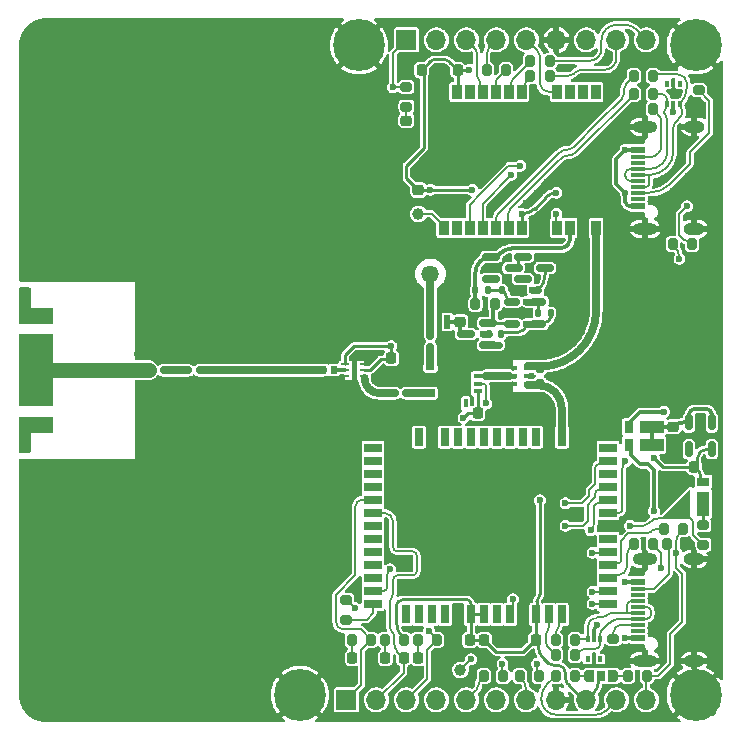
<source format=gtl>
G04 #@! TF.GenerationSoftware,KiCad,Pcbnew,(6.0.9)*
G04 #@! TF.CreationDate,2023-11-11T19:45:23+09:00*
G04 #@! TF.ProjectId,CLAS_Combo_Breakout,434c4153-5f43-46f6-9d62-6f5f42726561,rev?*
G04 #@! TF.SameCoordinates,Original*
G04 #@! TF.FileFunction,Copper,L1,Top*
G04 #@! TF.FilePolarity,Positive*
%FSLAX46Y46*%
G04 Gerber Fmt 4.6, Leading zero omitted, Abs format (unit mm)*
G04 Created by KiCad (PCBNEW (6.0.9)) date 2023-11-11 19:45:23*
%MOMM*%
%LPD*%
G01*
G04 APERTURE LIST*
G04 Aperture macros list*
%AMRoundRect*
0 Rectangle with rounded corners*
0 $1 Rounding radius*
0 $2 $3 $4 $5 $6 $7 $8 $9 X,Y pos of 4 corners*
0 Add a 4 corners polygon primitive as box body*
4,1,4,$2,$3,$4,$5,$6,$7,$8,$9,$2,$3,0*
0 Add four circle primitives for the rounded corners*
1,1,$1+$1,$2,$3*
1,1,$1+$1,$4,$5*
1,1,$1+$1,$6,$7*
1,1,$1+$1,$8,$9*
0 Add four rect primitives between the rounded corners*
20,1,$1+$1,$2,$3,$4,$5,0*
20,1,$1+$1,$4,$5,$6,$7,0*
20,1,$1+$1,$6,$7,$8,$9,0*
20,1,$1+$1,$8,$9,$2,$3,0*%
%AMOutline5P*
0 Free polygon, 5 corners , with rotation*
0 The origin of the aperture is its center*
0 number of corners: always 5*
0 $1 to $10 corner X, Y*
0 $11 Rotation angle, in degrees counterclockwise*
0 create outline with 5 corners*
4,1,5,$1,$2,$3,$4,$5,$6,$7,$8,$9,$10,$1,$2,$11*%
%AMOutline6P*
0 Free polygon, 6 corners , with rotation*
0 The origin of the aperture is its center*
0 number of corners: always 6*
0 $1 to $12 corner X, Y*
0 $13 Rotation angle, in degrees counterclockwise*
0 create outline with 6 corners*
4,1,6,$1,$2,$3,$4,$5,$6,$7,$8,$9,$10,$11,$12,$1,$2,$13*%
%AMOutline7P*
0 Free polygon, 7 corners , with rotation*
0 The origin of the aperture is its center*
0 number of corners: always 7*
0 $1 to $14 corner X, Y*
0 $15 Rotation angle, in degrees counterclockwise*
0 create outline with 7 corners*
4,1,7,$1,$2,$3,$4,$5,$6,$7,$8,$9,$10,$11,$12,$13,$14,$1,$2,$15*%
%AMOutline8P*
0 Free polygon, 8 corners , with rotation*
0 The origin of the aperture is its center*
0 number of corners: always 8*
0 $1 to $16 corner X, Y*
0 $17 Rotation angle, in degrees counterclockwise*
0 create outline with 8 corners*
4,1,8,$1,$2,$3,$4,$5,$6,$7,$8,$9,$10,$11,$12,$13,$14,$15,$16,$1,$2,$17*%
%AMFreePoly0*
4,1,13,-0.400000,0.275000,-0.384776,0.351537,-0.341421,0.416421,-0.276537,0.459776,-0.200000,0.475000,0.400000,0.475000,0.400000,-0.475000,-0.200000,-0.475000,-0.276537,-0.459776,-0.341421,-0.416421,-0.384776,-0.351537,-0.400000,-0.275000,-0.400000,0.275000,-0.400000,0.275000,$1*%
%AMFreePoly1*
4,1,13,-0.400000,0.475000,0.200000,0.475000,0.276537,0.459776,0.341421,0.416421,0.384776,0.351537,0.400000,0.275000,0.400000,-0.275000,0.384776,-0.351537,0.341421,-0.416421,0.276537,-0.459776,0.200000,-0.475000,-0.400000,-0.475000,-0.400000,0.475000,-0.400000,0.475000,$1*%
G04 Aperture macros list end*
G04 #@! TA.AperFunction,SMDPad,CuDef*
%ADD10RoundRect,0.200000X-0.200000X-0.275000X0.200000X-0.275000X0.200000X0.275000X-0.200000X0.275000X0*%
G04 #@! TD*
G04 #@! TA.AperFunction,SMDPad,CuDef*
%ADD11RoundRect,0.200000X0.200000X0.275000X-0.200000X0.275000X-0.200000X-0.275000X0.200000X-0.275000X0*%
G04 #@! TD*
G04 #@! TA.AperFunction,SMDPad,CuDef*
%ADD12RoundRect,0.135000X-0.135000X-0.185000X0.135000X-0.185000X0.135000X0.185000X-0.135000X0.185000X0*%
G04 #@! TD*
G04 #@! TA.AperFunction,SMDPad,CuDef*
%ADD13RoundRect,0.140000X-0.140000X-0.170000X0.140000X-0.170000X0.140000X0.170000X-0.140000X0.170000X0*%
G04 #@! TD*
G04 #@! TA.AperFunction,SMDPad,CuDef*
%ADD14RoundRect,0.218750X0.218750X0.256250X-0.218750X0.256250X-0.218750X-0.256250X0.218750X-0.256250X0*%
G04 #@! TD*
G04 #@! TA.AperFunction,SMDPad,CuDef*
%ADD15RoundRect,0.200000X-0.275000X0.200000X-0.275000X-0.200000X0.275000X-0.200000X0.275000X0.200000X0*%
G04 #@! TD*
G04 #@! TA.AperFunction,SMDPad,CuDef*
%ADD16RoundRect,0.150000X0.587500X0.150000X-0.587500X0.150000X-0.587500X-0.150000X0.587500X-0.150000X0*%
G04 #@! TD*
G04 #@! TA.AperFunction,SMDPad,CuDef*
%ADD17R,1.160000X0.600000*%
G04 #@! TD*
G04 #@! TA.AperFunction,SMDPad,CuDef*
%ADD18R,1.160000X0.300000*%
G04 #@! TD*
G04 #@! TA.AperFunction,ComponentPad*
%ADD19O,1.800000X1.000000*%
G04 #@! TD*
G04 #@! TA.AperFunction,ComponentPad*
%ADD20O,2.100000X1.000000*%
G04 #@! TD*
G04 #@! TA.AperFunction,SMDPad,CuDef*
%ADD21RoundRect,0.135000X0.185000X-0.135000X0.185000X0.135000X-0.185000X0.135000X-0.185000X-0.135000X0*%
G04 #@! TD*
G04 #@! TA.AperFunction,ComponentPad*
%ADD22R,1.700000X1.700000*%
G04 #@! TD*
G04 #@! TA.AperFunction,ComponentPad*
%ADD23O,1.700000X1.700000*%
G04 #@! TD*
G04 #@! TA.AperFunction,SMDPad,CuDef*
%ADD24R,0.570000X1.150000*%
G04 #@! TD*
G04 #@! TA.AperFunction,SMDPad,CuDef*
%ADD25RoundRect,0.225000X0.225000X0.250000X-0.225000X0.250000X-0.225000X-0.250000X0.225000X-0.250000X0*%
G04 #@! TD*
G04 #@! TA.AperFunction,SMDPad,CuDef*
%ADD26R,2.000000X1.100000*%
G04 #@! TD*
G04 #@! TA.AperFunction,SMDPad,CuDef*
%ADD27R,0.800000X1.100000*%
G04 #@! TD*
G04 #@! TA.AperFunction,SMDPad,CuDef*
%ADD28R,0.330000X0.410000*%
G04 #@! TD*
G04 #@! TA.AperFunction,SMDPad,CuDef*
%ADD29RoundRect,0.135000X0.135000X0.185000X-0.135000X0.185000X-0.135000X-0.185000X0.135000X-0.185000X0*%
G04 #@! TD*
G04 #@! TA.AperFunction,SMDPad,CuDef*
%ADD30C,1.470000*%
G04 #@! TD*
G04 #@! TA.AperFunction,SMDPad,CuDef*
%ADD31Outline5P,-0.470000X0.470000X0.340000X0.470000X0.470000X0.340000X0.470000X-0.470000X-0.470000X-0.470000X90.000000*%
G04 #@! TD*
G04 #@! TA.AperFunction,SMDPad,CuDef*
%ADD32Outline5P,-0.470000X0.340000X-0.340000X0.470000X0.470000X0.470000X0.470000X-0.470000X-0.470000X-0.470000X90.000000*%
G04 #@! TD*
G04 #@! TA.AperFunction,SMDPad,CuDef*
%ADD33Outline5P,-0.470000X0.470000X0.470000X0.470000X0.470000X-0.340000X0.340000X-0.470000X-0.470000X-0.470000X90.000000*%
G04 #@! TD*
G04 #@! TA.AperFunction,SMDPad,CuDef*
%ADD34Outline5P,-0.470000X0.470000X0.470000X0.470000X0.470000X-0.470000X-0.340000X-0.470000X-0.470000X-0.340000X90.000000*%
G04 #@! TD*
G04 #@! TA.AperFunction,SMDPad,CuDef*
%ADD35R,0.375000X0.500000*%
G04 #@! TD*
G04 #@! TA.AperFunction,SMDPad,CuDef*
%ADD36R,0.300000X0.650000*%
G04 #@! TD*
G04 #@! TA.AperFunction,SMDPad,CuDef*
%ADD37RoundRect,0.140000X0.170000X-0.140000X0.170000X0.140000X-0.170000X0.140000X-0.170000X-0.140000X0*%
G04 #@! TD*
G04 #@! TA.AperFunction,SMDPad,CuDef*
%ADD38RoundRect,0.150000X-0.512500X-0.150000X0.512500X-0.150000X0.512500X0.150000X-0.512500X0.150000X0*%
G04 #@! TD*
G04 #@! TA.AperFunction,SMDPad,CuDef*
%ADD39RoundRect,0.200000X0.275000X-0.200000X0.275000X0.200000X-0.275000X0.200000X-0.275000X-0.200000X0*%
G04 #@! TD*
G04 #@! TA.AperFunction,SMDPad,CuDef*
%ADD40RoundRect,0.225000X-0.225000X-0.250000X0.225000X-0.250000X0.225000X0.250000X-0.225000X0.250000X0*%
G04 #@! TD*
G04 #@! TA.AperFunction,SMDPad,CuDef*
%ADD41R,0.838200X1.295400*%
G04 #@! TD*
G04 #@! TA.AperFunction,SMDPad,CuDef*
%ADD42RoundRect,0.225000X-0.250000X0.225000X-0.250000X-0.225000X0.250000X-0.225000X0.250000X0.225000X0*%
G04 #@! TD*
G04 #@! TA.AperFunction,SMDPad,CuDef*
%ADD43RoundRect,0.135000X-0.185000X0.135000X-0.185000X-0.135000X0.185000X-0.135000X0.185000X0.135000X0*%
G04 #@! TD*
G04 #@! TA.AperFunction,SMDPad,CuDef*
%ADD44C,1.000000*%
G04 #@! TD*
G04 #@! TA.AperFunction,SMDPad,CuDef*
%ADD45R,2.900000X6.100000*%
G04 #@! TD*
G04 #@! TA.AperFunction,SMDPad,CuDef*
%ADD46R,2.900000X1.350000*%
G04 #@! TD*
G04 #@! TA.AperFunction,SMDPad,CuDef*
%ADD47R,0.800000X1.500000*%
G04 #@! TD*
G04 #@! TA.AperFunction,SMDPad,CuDef*
%ADD48R,1.500000X0.800000*%
G04 #@! TD*
G04 #@! TA.AperFunction,SMDPad,CuDef*
%ADD49R,1.100000X1.100000*%
G04 #@! TD*
G04 #@! TA.AperFunction,SMDPad,CuDef*
%ADD50R,0.800000X0.350000*%
G04 #@! TD*
G04 #@! TA.AperFunction,SMDPad,CuDef*
%ADD51R,0.350000X0.800000*%
G04 #@! TD*
G04 #@! TA.AperFunction,SMDPad,CuDef*
%ADD52R,2.800000X2.800000*%
G04 #@! TD*
G04 #@! TA.AperFunction,SMDPad,CuDef*
%ADD53RoundRect,0.150000X-0.150000X0.512500X-0.150000X-0.512500X0.150000X-0.512500X0.150000X0.512500X0*%
G04 #@! TD*
G04 #@! TA.AperFunction,SMDPad,CuDef*
%ADD54R,1.000000X1.000000*%
G04 #@! TD*
G04 #@! TA.AperFunction,SMDPad,CuDef*
%ADD55R,1.700000X4.200000*%
G04 #@! TD*
G04 #@! TA.AperFunction,SMDPad,CuDef*
%ADD56RoundRect,0.150000X-0.587500X-0.150000X0.587500X-0.150000X0.587500X0.150000X-0.587500X0.150000X0*%
G04 #@! TD*
G04 #@! TA.AperFunction,SMDPad,CuDef*
%ADD57RoundRect,0.147500X-0.147500X-0.172500X0.147500X-0.172500X0.147500X0.172500X-0.147500X0.172500X0*%
G04 #@! TD*
G04 #@! TA.AperFunction,ComponentPad*
%ADD58C,0.700000*%
G04 #@! TD*
G04 #@! TA.AperFunction,ComponentPad*
%ADD59C,4.400000*%
G04 #@! TD*
G04 #@! TA.AperFunction,SMDPad,CuDef*
%ADD60RoundRect,0.140000X-0.170000X0.140000X-0.170000X-0.140000X0.170000X-0.140000X0.170000X0.140000X0*%
G04 #@! TD*
G04 #@! TA.AperFunction,SMDPad,CuDef*
%ADD61R,0.650000X0.250000*%
G04 #@! TD*
G04 #@! TA.AperFunction,SMDPad,CuDef*
%ADD62R,0.400000X1.160000*%
G04 #@! TD*
G04 #@! TA.AperFunction,SMDPad,CuDef*
%ADD63R,1.100000X2.000000*%
G04 #@! TD*
G04 #@! TA.AperFunction,SMDPad,CuDef*
%ADD64R,1.100000X0.800000*%
G04 #@! TD*
G04 #@! TA.AperFunction,SMDPad,CuDef*
%ADD65R,0.500000X0.660000*%
G04 #@! TD*
G04 #@! TA.AperFunction,SMDPad,CuDef*
%ADD66RoundRect,0.218750X0.256250X-0.218750X0.256250X0.218750X-0.256250X0.218750X-0.256250X-0.218750X0*%
G04 #@! TD*
G04 #@! TA.AperFunction,SMDPad,CuDef*
%ADD67FreePoly0,0.000000*%
G04 #@! TD*
G04 #@! TA.AperFunction,SMDPad,CuDef*
%ADD68R,0.800000X0.950000*%
G04 #@! TD*
G04 #@! TA.AperFunction,SMDPad,CuDef*
%ADD69FreePoly1,0.000000*%
G04 #@! TD*
G04 #@! TA.AperFunction,SMDPad,CuDef*
%ADD70RoundRect,0.140000X0.140000X0.170000X-0.140000X0.170000X-0.140000X-0.170000X0.140000X-0.170000X0*%
G04 #@! TD*
G04 #@! TA.AperFunction,ViaPad*
%ADD71C,0.600000*%
G04 #@! TD*
G04 #@! TA.AperFunction,ViaPad*
%ADD72C,0.500000*%
G04 #@! TD*
G04 #@! TA.AperFunction,ViaPad*
%ADD73C,0.700000*%
G04 #@! TD*
G04 #@! TA.AperFunction,Conductor*
%ADD74C,1.300000*%
G04 #@! TD*
G04 #@! TA.AperFunction,Conductor*
%ADD75C,0.200000*%
G04 #@! TD*
G04 #@! TA.AperFunction,Conductor*
%ADD76C,0.250000*%
G04 #@! TD*
G04 #@! TA.AperFunction,Conductor*
%ADD77C,0.600000*%
G04 #@! TD*
G04 #@! TA.AperFunction,Conductor*
%ADD78C,0.300000*%
G04 #@! TD*
G04 #@! TA.AperFunction,Conductor*
%ADD79C,0.678000*%
G04 #@! TD*
G04 #@! TA.AperFunction,Conductor*
%ADD80C,0.350000*%
G04 #@! TD*
G04 #@! TA.AperFunction,Conductor*
%ADD81C,0.410000*%
G04 #@! TD*
G04 APERTURE END LIST*
G36*
X135452000Y-121605000D02*
G01*
X135047000Y-121605000D01*
X135047000Y-122283000D01*
X135452000Y-122283000D01*
X135452000Y-121605000D01*
G37*
G36*
X157061000Y-132583000D02*
G01*
X154575645Y-132583000D01*
X157061000Y-130097645D01*
X157061000Y-132583000D01*
G37*
D10*
X139815000Y-94572000D03*
X141465000Y-94572000D03*
X155055000Y-134704000D03*
X156705000Y-134704000D03*
D11*
X140512000Y-114384000D03*
X138862000Y-114384000D03*
D12*
X144194000Y-115146000D03*
X145214000Y-115146000D03*
D13*
X111520000Y-120000000D03*
X112480000Y-120000000D03*
D14*
X129997500Y-144356000D03*
X128422500Y-144356000D03*
D15*
X157785000Y-96287000D03*
X157785000Y-97937000D03*
D16*
X139926500Y-117874000D03*
X139926500Y-115974000D03*
X138051500Y-116924000D03*
D17*
X152655000Y-143492000D03*
X152655000Y-142692000D03*
D18*
X152655000Y-141542000D03*
X152655000Y-140542000D03*
X152655000Y-140042000D03*
X152655000Y-139042000D03*
D17*
X152655000Y-137892000D03*
X152655000Y-137092000D03*
X152655000Y-137092000D03*
X152655000Y-137892000D03*
D18*
X152655000Y-138542000D03*
X152655000Y-139542000D03*
X152655000Y-141042000D03*
X152655000Y-142042000D03*
D17*
X152655000Y-142692000D03*
X152655000Y-143492000D03*
D19*
X157400000Y-135972000D03*
X157400000Y-144612000D03*
D20*
X153220000Y-135972000D03*
X153220000Y-144612000D03*
D11*
X147307000Y-144102000D03*
X145657000Y-144102000D03*
D21*
X144323000Y-120990000D03*
X144323000Y-119970000D03*
D22*
X127940000Y-147912000D03*
D23*
X130480000Y-147912000D03*
X133020000Y-147912000D03*
X135560000Y-147912000D03*
X138100000Y-147912000D03*
X140640000Y-147912000D03*
X143180000Y-147912000D03*
X145720000Y-147912000D03*
X148260000Y-147912000D03*
X150800000Y-147912000D03*
X153340000Y-147912000D03*
D24*
X136482000Y-115908000D03*
X135052000Y-115908000D03*
D10*
X154801000Y-133434000D03*
X156451000Y-133434000D03*
D11*
X147307000Y-142832000D03*
X145657000Y-142832000D03*
D25*
X134303000Y-94572000D03*
X132753000Y-94572000D03*
D26*
X153782000Y-124798000D03*
D27*
X151882000Y-124798000D03*
D28*
X142176900Y-119820001D03*
X142176900Y-120480000D03*
X142176900Y-121139999D03*
X143167100Y-121139999D03*
X143167100Y-120480000D03*
X143167100Y-119820001D03*
D11*
X145148000Y-93810000D03*
X143498000Y-93810000D03*
D12*
X141146000Y-113241000D03*
X142166000Y-113241000D03*
D29*
X145214000Y-113241000D03*
X144194000Y-113241000D03*
D30*
X135052000Y-111844000D03*
D31*
X136372000Y-113164000D03*
D32*
X136372000Y-110524000D03*
D33*
X133732000Y-113164000D03*
D34*
X133732000Y-110524000D03*
D14*
X135585500Y-144356000D03*
X134010500Y-144356000D03*
D25*
X137351000Y-94572000D03*
X135801000Y-94572000D03*
D35*
X148357500Y-144444000D03*
D36*
X148895000Y-144519000D03*
D35*
X149432500Y-144444000D03*
X149432500Y-142744000D03*
D36*
X148895000Y-142669000D03*
D35*
X148357500Y-142744000D03*
D37*
X113500000Y-120000000D03*
X113500000Y-119040000D03*
D38*
X141915500Y-114196000D03*
X141915500Y-115146000D03*
X141915500Y-116096000D03*
X144190500Y-116096000D03*
X144190500Y-114196000D03*
D39*
X127940000Y-141117000D03*
X127940000Y-139467000D03*
D40*
X131737000Y-118984000D03*
X133287000Y-118984000D03*
D41*
X136179999Y-107945100D03*
X137280000Y-107945100D03*
X138380000Y-107945100D03*
X139480000Y-107945100D03*
X140580001Y-107945100D03*
X141680001Y-107945100D03*
X142779999Y-107945100D03*
X145779999Y-107945100D03*
X146880000Y-107945100D03*
X147980000Y-107945100D03*
X149080000Y-107945100D03*
X150180001Y-107945100D03*
X150180001Y-96438900D03*
X149080000Y-96438900D03*
X147980000Y-96438900D03*
X146880000Y-96438900D03*
X145779999Y-96438900D03*
X142779999Y-96438900D03*
X141680001Y-96438900D03*
X140580001Y-96438900D03*
X139480000Y-96438900D03*
X138380000Y-96438900D03*
X137280000Y-96438900D03*
X136179999Y-96438900D03*
D42*
X134036000Y-103195000D03*
X134036000Y-104745000D03*
D43*
X100700000Y-126750000D03*
X100700000Y-127770000D03*
D21*
X100700000Y-113250000D03*
X100700000Y-112230000D03*
D44*
X137592000Y-145372000D03*
D45*
X101650000Y-120000000D03*
D46*
X101650000Y-124625000D03*
X101650000Y-115375000D03*
D47*
X147282000Y-125680000D03*
X146182000Y-125680000D03*
X145082000Y-125680000D03*
X143982000Y-125680000D03*
X142882000Y-125680000D03*
X141782000Y-125680000D03*
X140682000Y-125680000D03*
X139582000Y-125680000D03*
X138482000Y-125680000D03*
X137382000Y-125680000D03*
X136282000Y-125680000D03*
X135182000Y-125680000D03*
X134082000Y-125680000D03*
X132982000Y-125680000D03*
D48*
X130182000Y-126580000D03*
X130182000Y-127680000D03*
X130182000Y-128780000D03*
X130182000Y-129880000D03*
X130182000Y-130980000D03*
X130182000Y-132080000D03*
X130182000Y-133180000D03*
X130182000Y-134280000D03*
X130182000Y-135380000D03*
X130182000Y-136480000D03*
X130182000Y-137580000D03*
X130182000Y-138680000D03*
X130182000Y-139780000D03*
D47*
X132982000Y-140680000D03*
X134082000Y-140680000D03*
X135182000Y-140680000D03*
X136282000Y-140680000D03*
X137382000Y-140680000D03*
X138482000Y-140680000D03*
X139582000Y-140680000D03*
X140682000Y-140680000D03*
X141782000Y-140680000D03*
X142882000Y-140680000D03*
X143982000Y-140680000D03*
X145082000Y-140680000D03*
X146182000Y-140680000D03*
X147282000Y-140680000D03*
D48*
X150082000Y-139780000D03*
X150082000Y-138680000D03*
X150082000Y-137580000D03*
X150082000Y-136480000D03*
X150082000Y-135380000D03*
X150082000Y-134280000D03*
X150082000Y-133180000D03*
X150082000Y-132080000D03*
X150082000Y-130980000D03*
X150082000Y-129880000D03*
X150082000Y-128780000D03*
X150082000Y-127680000D03*
X150082000Y-126580000D03*
D49*
X145382000Y-138430000D03*
X141182000Y-127930000D03*
X139082000Y-130030000D03*
X145382000Y-132130000D03*
X147482000Y-134230000D03*
X139082000Y-132130000D03*
X143282000Y-136330000D03*
X134882000Y-138430000D03*
X134882000Y-132130000D03*
X132782000Y-132130000D03*
X143282000Y-134230000D03*
X143282000Y-138430000D03*
X147482000Y-127930000D03*
X132782000Y-134230000D03*
X147482000Y-132130000D03*
X132782000Y-136330000D03*
X145382000Y-134230000D03*
X147482000Y-136330000D03*
X136982000Y-138430000D03*
X134882000Y-127930000D03*
X139082000Y-127930000D03*
X145382000Y-130030000D03*
X139082000Y-138430000D03*
X147482000Y-138430000D03*
X145382000Y-136330000D03*
X145382000Y-127930000D03*
X132782000Y-127930000D03*
X132782000Y-138430000D03*
X143282000Y-132130000D03*
X134882000Y-136330000D03*
X136982000Y-127930000D03*
X141182000Y-132130000D03*
X141182000Y-136330000D03*
X147482000Y-130030000D03*
X141182000Y-134230000D03*
X134882000Y-130030000D03*
X141182000Y-130030000D03*
X139082000Y-134230000D03*
X143282000Y-130030000D03*
X134882000Y-134230000D03*
X141182000Y-138430000D03*
X136982000Y-130030000D03*
X132782000Y-130030000D03*
X139082000Y-136330000D03*
X136982000Y-134230000D03*
X136982000Y-136330000D03*
X136982000Y-132130000D03*
X143282000Y-127930000D03*
D50*
X139052000Y-121780000D03*
X139052000Y-121130000D03*
X139052000Y-120480000D03*
X139052000Y-119830000D03*
D51*
X138027000Y-118805000D03*
X137377000Y-118805000D03*
X136727000Y-118805000D03*
X136077000Y-118805000D03*
D50*
X135052000Y-119830000D03*
X135052000Y-120480000D03*
X135052000Y-121130000D03*
X135052000Y-121780000D03*
D51*
X136077000Y-122805000D03*
X136727000Y-122805000D03*
X137377000Y-122805000D03*
X138027000Y-122805000D03*
D52*
X137052000Y-120805000D03*
D26*
X153782000Y-126322000D03*
D27*
X151882000Y-126322000D03*
D11*
X141211000Y-145880000D03*
X139561000Y-145880000D03*
D53*
X158862000Y-124422500D03*
X157912000Y-124422500D03*
X156962000Y-124422500D03*
X156962000Y-126697500D03*
X158862000Y-126697500D03*
D54*
X156388000Y-131900000D03*
D55*
X152506000Y-130478000D03*
D11*
X132829000Y-142832000D03*
X131179000Y-142832000D03*
X153911000Y-97874000D03*
X152261000Y-97874000D03*
D56*
X140210500Y-110386000D03*
X140210500Y-112286000D03*
X142085500Y-111336000D03*
D15*
X150546000Y-142769000D03*
X150546000Y-144419000D03*
D57*
X134082000Y-114384000D03*
X135052000Y-114384000D03*
D40*
X139052000Y-123655000D03*
X140602000Y-123655000D03*
D12*
X138862000Y-113241000D03*
X139882000Y-113241000D03*
D58*
X158666726Y-148666726D03*
X158666726Y-146333274D03*
X156333274Y-148666726D03*
X157500000Y-145850000D03*
D59*
X157500000Y-147500000D03*
D58*
X157500000Y-149150000D03*
X159150000Y-147500000D03*
X155850000Y-147500000D03*
X156333274Y-146333274D03*
D11*
X145148000Y-95080000D03*
X143498000Y-95080000D03*
D22*
X133020000Y-92032000D03*
D23*
X135560000Y-92032000D03*
X138100000Y-92032000D03*
X140640000Y-92032000D03*
X143180000Y-92032000D03*
X145720000Y-92032000D03*
X148260000Y-92032000D03*
X150800000Y-92032000D03*
X153340000Y-92032000D03*
D10*
X152261000Y-96604000D03*
X153911000Y-96604000D03*
D58*
X127350000Y-92500000D03*
X130166726Y-91333274D03*
X127833274Y-93666726D03*
X129000000Y-94150000D03*
X130650000Y-92500000D03*
X127833274Y-91333274D03*
X130166726Y-93666726D03*
D59*
X129000000Y-92500000D03*
D58*
X129000000Y-90850000D03*
D17*
X152655000Y-106916000D03*
X152655000Y-106116000D03*
D18*
X152655000Y-104966000D03*
X152655000Y-103966000D03*
X152655000Y-103466000D03*
X152655000Y-102466000D03*
D17*
X152655000Y-101316000D03*
X152655000Y-100516000D03*
X152655000Y-100516000D03*
X152655000Y-101316000D03*
D18*
X152655000Y-101966000D03*
X152655000Y-102966000D03*
X152655000Y-104466000D03*
X152655000Y-105466000D03*
D17*
X152655000Y-106116000D03*
X152655000Y-106916000D03*
D19*
X157400000Y-99396000D03*
X157400000Y-108036000D03*
D20*
X153220000Y-108036000D03*
X153220000Y-99396000D03*
D25*
X138367000Y-142832000D03*
X136817000Y-142832000D03*
D11*
X130035000Y-142832000D03*
X128385000Y-142832000D03*
D60*
X135052000Y-117079000D03*
X135052000Y-118039000D03*
D11*
X147307000Y-145880000D03*
X145657000Y-145880000D03*
D61*
X127814000Y-119500000D03*
X127814000Y-120000000D03*
X127814000Y-120500000D03*
X129464000Y-120500000D03*
X129464000Y-120000000D03*
X129464000Y-119500000D03*
D62*
X128639000Y-120000000D03*
D42*
X137592000Y-114358000D03*
X137592000Y-115908000D03*
X155626000Y-124785000D03*
X155626000Y-126335000D03*
D10*
X152261000Y-95080000D03*
X153911000Y-95080000D03*
D56*
X142877500Y-110386000D03*
X142877500Y-112286000D03*
X144752500Y-111336000D03*
D40*
X142405000Y-142832000D03*
X143955000Y-142832000D03*
D12*
X140003000Y-116924000D03*
X141023000Y-116924000D03*
X114490000Y-120000000D03*
X115510000Y-120000000D03*
D40*
X157391000Y-128227000D03*
X158941000Y-128227000D03*
D14*
X132791500Y-144356000D03*
X131216500Y-144356000D03*
D11*
X144259000Y-145880000D03*
X142609000Y-145880000D03*
D63*
X158166000Y-131336000D03*
D64*
X158166000Y-129436000D03*
D58*
X155850000Y-92500000D03*
X156333274Y-93666726D03*
X158666726Y-91333274D03*
X156333274Y-91333274D03*
D59*
X157500000Y-92500000D03*
D58*
X157500000Y-94150000D03*
X158666726Y-93666726D03*
X159150000Y-92500000D03*
X157500000Y-90850000D03*
D40*
X139611000Y-142832000D03*
X141161000Y-142832000D03*
D65*
X125966000Y-120000000D03*
X126866000Y-120000000D03*
D37*
X110310000Y-119630000D03*
X110310000Y-118670000D03*
D59*
X124000000Y-147500000D03*
D58*
X125166726Y-146333274D03*
X124000000Y-145850000D03*
X125650000Y-147500000D03*
X124000000Y-149150000D03*
X122833274Y-148666726D03*
X122833274Y-146333274D03*
X122350000Y-147500000D03*
X125166726Y-148666726D03*
D10*
X152261000Y-134704000D03*
X153911000Y-134704000D03*
D15*
X133020000Y-96033000D03*
X133020000Y-97683000D03*
D44*
X134036000Y-106764000D03*
D35*
X156163500Y-95754000D03*
D36*
X155626000Y-95679000D03*
D35*
X155088500Y-95754000D03*
X155088500Y-97454000D03*
D36*
X155626000Y-97529000D03*
D35*
X156163500Y-97454000D03*
D10*
X155563000Y-109304000D03*
X157213000Y-109304000D03*
D11*
X135623000Y-142832000D03*
X133973000Y-142832000D03*
D66*
X133020000Y-100439500D03*
X133020000Y-98864500D03*
D67*
X148514000Y-145880000D03*
D68*
X149530000Y-145880000D03*
D69*
X150546000Y-145880000D03*
D15*
X158166000Y-133117000D03*
X158166000Y-134767000D03*
D10*
X151753000Y-145880000D03*
X153403000Y-145880000D03*
D70*
X132992000Y-121944000D03*
X132032000Y-121944000D03*
D71*
X151943000Y-133180000D03*
X142037000Y-139403000D03*
X133248600Y-122791400D03*
X140716200Y-109304000D03*
X123650000Y-116190000D03*
X148225000Y-111325000D03*
X143561000Y-133434000D03*
X128730000Y-106030000D03*
X108410000Y-139050000D03*
X153975000Y-139276000D03*
X122375000Y-120850000D03*
X110950000Y-149210000D03*
X111775000Y-121000000D03*
X132004000Y-145372000D03*
X138658800Y-115450800D03*
X124250000Y-119150000D03*
X130784800Y-121089600D03*
X128730000Y-126350000D03*
X130988000Y-113876000D03*
X135814000Y-105494000D03*
X157023000Y-97874000D03*
X116125000Y-120850000D03*
X133655000Y-138387000D03*
X135560000Y-145118000D03*
X116030000Y-116190000D03*
X122380000Y-139050000D03*
X103350000Y-127800000D03*
X137084000Y-117940000D03*
X100790000Y-146670000D03*
X122380000Y-144130000D03*
X148225000Y-110712500D03*
X123000000Y-119150000D03*
X134544000Y-90790000D03*
X159210000Y-117460000D03*
X149530000Y-120099000D03*
X104650000Y-127800000D03*
X140005000Y-111336000D03*
X133832800Y-121089600D03*
X128830000Y-121630000D03*
X143611800Y-122131000D03*
X128625800Y-118930600D03*
X107900000Y-112200000D03*
D72*
X145730000Y-120310000D03*
D71*
X110300000Y-122800000D03*
X110550000Y-121175000D03*
X149022000Y-98382000D03*
X102700000Y-127800000D03*
X123650000Y-95870000D03*
X149276000Y-125306000D03*
X133223200Y-121089600D03*
X141783000Y-117559000D03*
D72*
X145650000Y-120880000D03*
D71*
X133401000Y-141943000D03*
X126190000Y-126350000D03*
X130327600Y-120683200D03*
X100790000Y-98410000D03*
X145313600Y-123985200D03*
X148225000Y-113162500D03*
X157150000Y-140038000D03*
X127940000Y-121496000D03*
X148125000Y-107025000D03*
X136677600Y-111844000D03*
X131038800Y-119921200D03*
X144196000Y-149210000D03*
X134188400Y-113825200D03*
X132512000Y-117432000D03*
X141605200Y-119616400D03*
X134290000Y-102446000D03*
X144450000Y-117178000D03*
X137338000Y-143848000D03*
X152324000Y-109939000D03*
X144577000Y-102065000D03*
X114875000Y-119150000D03*
X145233600Y-126694800D03*
X140386000Y-119616400D03*
X108410000Y-109840000D03*
X123650000Y-90790000D03*
X110300000Y-115250000D03*
X137592000Y-106510000D03*
X110300000Y-116550000D03*
X136554228Y-111221757D03*
X116125000Y-119150000D03*
X135077400Y-122791400D03*
X152324000Y-112860000D03*
X144221400Y-118829000D03*
X144958000Y-104097000D03*
X132639000Y-119619000D03*
X139878000Y-103462000D03*
X133782000Y-108923000D03*
X135941000Y-128989000D03*
X133549772Y-112466243D03*
X145085000Y-133434000D03*
X132512000Y-113876000D03*
X121750000Y-120850000D03*
X128321000Y-117178000D03*
X143307000Y-144483000D03*
X142392600Y-118829000D03*
X149612500Y-116800000D03*
X126125000Y-120850000D03*
X114250000Y-119150000D03*
X115500000Y-119150000D03*
X140386000Y-106256000D03*
X154610000Y-149210000D03*
X146990000Y-106510000D03*
X141275000Y-131275000D03*
X149276000Y-90790000D03*
X141605200Y-121343600D03*
X121125000Y-120850000D03*
X156007000Y-102573000D03*
X112750000Y-119150000D03*
X116030000Y-133970000D03*
X131750000Y-128989000D03*
X136449000Y-95334000D03*
X100790000Y-139050000D03*
X132512000Y-115654000D03*
X123650000Y-106030000D03*
X148006000Y-126322000D03*
X146990000Y-90790000D03*
X134188400Y-115552400D03*
X121110000Y-149210000D03*
X100790000Y-131430000D03*
X133020000Y-126830000D03*
X129464000Y-149210000D03*
X145974000Y-139149000D03*
X110300000Y-123450000D03*
X138100000Y-138514000D03*
X138100000Y-133180000D03*
X116750000Y-119150000D03*
X135814000Y-109304000D03*
X151562000Y-94064000D03*
X129972000Y-145118000D03*
X100790000Y-103490000D03*
X143942000Y-124036000D03*
X140005000Y-124290000D03*
X137338000Y-93429000D03*
X132639000Y-122791400D03*
X159210000Y-144765000D03*
X141910000Y-93556000D03*
X123650000Y-123810000D03*
X148006000Y-125306000D03*
X107900000Y-127800000D03*
X154813200Y-131452800D03*
X149530000Y-103462000D03*
X116030000Y-90790000D03*
X146010000Y-118450000D03*
X110300000Y-114600000D03*
X129180000Y-122120000D03*
X136554228Y-112466243D03*
X148225000Y-109487500D03*
X146130000Y-121180000D03*
X123650000Y-100950000D03*
X127460000Y-110475000D03*
X153086000Y-95842000D03*
X133782000Y-96858000D03*
X154356000Y-93302000D03*
X137211000Y-146515000D03*
X130988000Y-124544000D03*
X144837500Y-118800000D03*
X146990000Y-122766000D03*
X155981600Y-129446200D03*
X137338000Y-141816000D03*
X152324000Y-115908000D03*
X116030000Y-95870000D03*
X147040800Y-124594800D03*
X157277000Y-121369000D03*
X146685200Y-132240200D03*
X128702000Y-138514000D03*
X118000000Y-119150000D03*
X149787500Y-116212500D03*
X137084000Y-123528000D03*
X101425000Y-148575000D03*
X135306000Y-98890000D03*
X135915600Y-114282400D03*
D73*
X145140000Y-120530000D03*
D71*
X133782000Y-99906000D03*
X134137600Y-119819600D03*
X147387500Y-119637500D03*
X159210000Y-132700000D03*
X157150000Y-137244000D03*
X150038000Y-97366000D03*
X152324000Y-120988000D03*
X103330000Y-90790000D03*
X146850000Y-119940000D03*
X154127400Y-122791400D03*
X106600000Y-127800000D03*
X132512000Y-107907000D03*
X135674243Y-110341772D03*
X157277000Y-117432000D03*
X147879000Y-99525000D03*
X113490000Y-90790000D03*
X103350000Y-112200000D03*
X134188400Y-116771600D03*
X107250000Y-112200000D03*
X150038000Y-95461000D03*
X149022000Y-100922000D03*
X158321000Y-127747000D03*
X149911000Y-93810000D03*
X145085000Y-137117000D03*
X131750000Y-131402000D03*
X148006000Y-101938000D03*
X142926000Y-115146000D03*
X133274000Y-93810000D03*
X149937500Y-110712500D03*
X118625000Y-119150000D03*
X135941000Y-131021000D03*
X143180000Y-141943000D03*
X159210000Y-96505000D03*
X159210000Y-114920000D03*
X134188400Y-116162000D03*
X153594000Y-109507200D03*
X148225000Y-112550000D03*
X146736000Y-134196000D03*
X130210000Y-122730000D03*
X146736000Y-100668000D03*
X128702000Y-124036000D03*
X127460000Y-114285000D03*
X149937500Y-111325000D03*
X155499000Y-111463000D03*
X105300000Y-127800000D03*
X137592000Y-109304000D03*
X110300000Y-125400000D03*
X105870000Y-90790000D03*
X139878000Y-133180000D03*
X155626000Y-96604000D03*
X151562000Y-117432000D03*
X148260000Y-120988000D03*
X114875000Y-120850000D03*
X100790000Y-133970000D03*
X108410000Y-149210000D03*
X139878000Y-127592000D03*
X135052000Y-107653000D03*
X135687000Y-122791400D03*
X143688000Y-108923000D03*
X119875000Y-120850000D03*
X134188400Y-117990800D03*
X113490000Y-149210000D03*
X120500000Y-119150000D03*
X119840000Y-116190000D03*
X121125000Y-119150000D03*
X151054000Y-107780000D03*
X132004000Y-125687000D03*
X157404000Y-106764000D03*
X146532800Y-142019200D03*
X116030000Y-128890000D03*
X148010000Y-116210000D03*
X116030000Y-100950000D03*
X143180000Y-105875000D03*
X137846000Y-103970000D03*
X134467800Y-122791400D03*
X134188400Y-114942800D03*
X131750000Y-135974000D03*
X149087500Y-117900000D03*
X145212000Y-122766000D03*
X110300000Y-127350000D03*
X150800000Y-118956000D03*
X148768000Y-124036000D03*
X119250000Y-120850000D03*
X142545000Y-104097000D03*
X108550000Y-112200000D03*
X133782000Y-131021000D03*
X127000000Y-119150000D03*
X101400000Y-127800000D03*
X156261000Y-100287000D03*
X143611800Y-118829000D03*
X145466000Y-97874000D03*
X135179000Y-124544000D03*
X149890000Y-115610000D03*
X151968400Y-131300400D03*
X147020000Y-117750000D03*
X126825000Y-122540000D03*
X112125000Y-119150000D03*
X152984400Y-97416800D03*
X142164000Y-127592000D03*
X100790000Y-93330000D03*
X152324000Y-111336000D03*
X124250000Y-120850000D03*
X143561000Y-135339000D03*
X147430000Y-117290000D03*
X148162500Y-115612500D03*
X118570000Y-90790000D03*
X112220000Y-123810000D03*
X134429757Y-110341772D03*
X154610000Y-142324000D03*
X144196000Y-107018000D03*
X148225000Y-114387500D03*
X108410000Y-100950000D03*
X113500000Y-118450000D03*
X149937500Y-113162500D03*
X132029400Y-122791400D03*
X110300000Y-126700000D03*
X133782000Y-134577000D03*
X154127400Y-114790400D03*
X154942800Y-127416800D03*
X128448000Y-145880000D03*
X152324000Y-118956000D03*
X108410000Y-95870000D03*
X137592000Y-101176000D03*
X135941000Y-136101000D03*
X154610000Y-146642000D03*
X139370000Y-90790000D03*
X149937500Y-111937500D03*
X100790000Y-141590000D03*
X143002200Y-118829000D03*
X136830000Y-149210000D03*
X110300000Y-115900000D03*
X144069000Y-104986000D03*
X139370000Y-137244000D03*
X153086000Y-132418000D03*
X146287500Y-120187500D03*
X127375000Y-120850000D03*
X147120800Y-126694800D03*
X144221400Y-122131000D03*
X153086000Y-94064000D03*
X110300000Y-126050000D03*
X144831000Y-108923000D03*
X131419800Y-122791400D03*
X136449000Y-97493000D03*
X111550000Y-118875000D03*
X159210000Y-135240000D03*
X104000000Y-127800000D03*
X142164000Y-129878000D03*
X139878000Y-129878000D03*
X110300000Y-124100000D03*
X102050000Y-112200000D03*
X141706800Y-122131000D03*
X148330000Y-118860000D03*
X135052000Y-110218400D03*
X138100000Y-134958000D03*
X100790000Y-136510000D03*
X133858200Y-122791400D03*
X110300000Y-113950000D03*
X145720000Y-116416000D03*
X123650000Y-128890000D03*
X141656000Y-137244000D03*
X126190000Y-90790000D03*
X147880000Y-119270000D03*
X113000000Y-120850000D03*
X157381200Y-95311200D03*
X100790000Y-144130000D03*
X100790000Y-106030000D03*
X130988000Y-110320000D03*
X123650000Y-133970000D03*
X137973000Y-112098000D03*
X157785000Y-101811000D03*
X118000000Y-120850000D03*
X148225000Y-110100000D03*
X140386000Y-121343600D03*
X145466000Y-105875000D03*
X147371000Y-139530000D03*
X150546000Y-122512000D03*
X112375000Y-120850000D03*
X146990000Y-103462000D03*
X108410000Y-133970000D03*
X106600000Y-112200000D03*
X136830000Y-90790000D03*
X127305000Y-118194000D03*
X149375000Y-117362500D03*
X148225000Y-115000000D03*
X149072800Y-106154400D03*
X139293800Y-109304000D03*
X145313600Y-123375600D03*
X105950000Y-127800000D03*
X126317000Y-139558000D03*
X147760000Y-116770000D03*
X140894000Y-102446000D03*
X145974000Y-128862000D03*
X108410000Y-144130000D03*
X132004000Y-121089600D03*
X146482000Y-112098000D03*
X145440000Y-118670000D03*
X132512000Y-110320000D03*
X113625000Y-120850000D03*
X150038000Y-99906000D03*
X148737500Y-118400000D03*
X149937500Y-108875000D03*
X145466000Y-101176000D03*
X108410000Y-106030000D03*
X103330000Y-149210000D03*
X105300000Y-112200000D03*
X151308000Y-108923000D03*
X149937500Y-112550000D03*
X146609000Y-94445000D03*
X142392600Y-122131000D03*
X150038000Y-143848000D03*
X159210000Y-111491000D03*
X133782000Y-145626000D03*
X150546000Y-125306000D03*
X146530000Y-121640000D03*
X135915600Y-118143200D03*
X144805600Y-122308800D03*
X138354000Y-110574000D03*
X108410000Y-130160000D03*
X146820000Y-122180000D03*
X137973000Y-113622000D03*
X140640000Y-142070000D03*
X159210000Y-105776000D03*
X123625000Y-119150000D03*
X149937500Y-110100000D03*
X145466000Y-114130000D03*
X135179000Y-126830000D03*
X141529000Y-105113000D03*
X156134000Y-142578000D03*
X116030000Y-123810000D03*
X149937500Y-115000000D03*
X135941000Y-133180000D03*
X104000000Y-112200000D03*
X110925000Y-118825000D03*
X123650000Y-111110000D03*
X155499000Y-120607000D03*
X135915600Y-117533600D03*
X138100000Y-128100000D03*
X121110000Y-90790000D03*
X130810200Y-122791400D03*
X159210000Y-100442000D03*
X159210000Y-120000000D03*
X135915600Y-113672800D03*
X126750000Y-120850000D03*
X109850000Y-112200000D03*
X140995600Y-119616400D03*
X128625800Y-121064200D03*
X139878000Y-139022000D03*
X134188400Y-119210000D03*
X126125000Y-119150000D03*
X124875000Y-120850000D03*
X100790000Y-128890000D03*
X133020000Y-124544000D03*
D72*
X143637200Y-120480000D03*
D71*
X139116000Y-119337000D03*
X138608000Y-100160000D03*
X138100000Y-131021000D03*
X133782000Y-128989000D03*
X110300000Y-122150000D03*
X159210000Y-139685000D03*
X140436800Y-118752800D03*
X135306000Y-101430000D03*
X101425000Y-91425000D03*
X135814000Y-103970000D03*
X105950000Y-112200000D03*
X142037000Y-144610000D03*
X105870000Y-149210000D03*
X133528000Y-105748000D03*
X148225000Y-108875000D03*
X141402000Y-135212000D03*
X136296600Y-137548800D03*
X143002200Y-122131000D03*
X147879000Y-95207000D03*
X159210000Y-122540000D03*
X148514000Y-136990000D03*
X147040800Y-123375600D03*
X155499000Y-140800000D03*
X139370000Y-149210000D03*
X154254400Y-104020800D03*
X140995600Y-121343600D03*
X131394400Y-121089600D03*
X102700000Y-112200000D03*
X143586400Y-137548800D03*
X124875000Y-119150000D03*
X145313600Y-124594800D03*
X159210000Y-142225000D03*
X127333000Y-142606000D03*
X116030000Y-139050000D03*
X129650000Y-122500000D03*
X108410000Y-90790000D03*
X148260000Y-128862000D03*
X141910000Y-149210000D03*
X149937500Y-113775000D03*
X110300000Y-117850000D03*
X159210000Y-137145000D03*
X150038000Y-101938000D03*
X135915600Y-114892000D03*
X155626000Y-137879000D03*
X135915600Y-116924000D03*
X157556400Y-110345400D03*
X141706800Y-118829000D03*
X145466000Y-112352000D03*
X127968000Y-133716000D03*
X100790000Y-108570000D03*
X118570000Y-149210000D03*
X132613600Y-121089600D03*
X134137600Y-120480000D03*
X119875000Y-119150000D03*
X116030000Y-111110000D03*
X133426400Y-111844000D03*
X143815000Y-96477000D03*
X151054000Y-133053000D03*
X123625000Y-120850000D03*
X132512000Y-112098000D03*
X107250000Y-127800000D03*
X133274000Y-101430000D03*
X110300000Y-124750000D03*
X101400000Y-112200000D03*
X154356000Y-90790000D03*
X134290000Y-149210000D03*
X119250000Y-119150000D03*
X152324000Y-123020000D03*
X156896000Y-103589000D03*
X125500000Y-119150000D03*
X157785000Y-104478000D03*
X143053000Y-139403000D03*
X155499000Y-115908000D03*
X134188400Y-118600400D03*
X127968000Y-137018000D03*
X132286000Y-103490000D03*
X134188400Y-117381200D03*
X121750000Y-119150000D03*
X146540000Y-118140000D03*
X146482000Y-113622000D03*
X154127400Y-118905200D03*
X141605200Y-110497800D03*
X141529000Y-112352000D03*
X118625000Y-120850000D03*
X128730000Y-130160000D03*
X150037500Y-107025000D03*
X148225000Y-111937500D03*
X123000000Y-120850000D03*
X156261000Y-101430000D03*
X116030000Y-106030000D03*
X116030000Y-149210000D03*
X119840000Y-123810000D03*
X151968400Y-128506400D03*
X136830000Y-114638000D03*
X125500000Y-120850000D03*
X116030000Y-144130000D03*
X144323000Y-129878000D03*
X110300000Y-113300000D03*
X138354000Y-117940000D03*
X154152800Y-110853400D03*
X159210000Y-130083800D03*
X140513000Y-122258000D03*
X109200000Y-112200000D03*
X146482000Y-115146000D03*
X128095000Y-102220000D03*
X100790000Y-100950000D03*
X142672000Y-100160000D03*
X109850000Y-127800000D03*
X143180000Y-117559000D03*
X151562000Y-149210000D03*
X120500000Y-120850000D03*
X104650000Y-112200000D03*
X135179000Y-96096000D03*
X108550000Y-127800000D03*
X146482000Y-110447000D03*
X139878000Y-144356000D03*
X131750000Y-149210000D03*
X100790000Y-111110000D03*
X127460000Y-98410000D03*
X130988000Y-117178000D03*
X146177200Y-127338000D03*
X131115000Y-99271000D03*
X152324000Y-114384000D03*
X110300000Y-117200000D03*
X149937500Y-114387500D03*
X133782000Y-133180000D03*
X148006000Y-140800000D03*
X130734000Y-141308000D03*
X141910000Y-90790000D03*
X116750000Y-120850000D03*
X100790000Y-95870000D03*
X147040800Y-123985200D03*
X114250000Y-120850000D03*
X110950000Y-90790000D03*
X133549772Y-111221757D03*
X115500000Y-120850000D03*
X144196000Y-110447000D03*
X153187600Y-129370000D03*
X148768000Y-122512000D03*
X155626000Y-104859000D03*
X110300000Y-112650000D03*
X122375000Y-119150000D03*
X117375000Y-119150000D03*
X102050000Y-127800000D03*
X149937500Y-109487500D03*
X142164000Y-124036000D03*
X129845000Y-119083000D03*
X140894000Y-97874000D03*
X111175000Y-121175000D03*
X148225000Y-113775000D03*
X145085000Y-135339000D03*
X157277000Y-113495000D03*
X109200000Y-127800000D03*
X112220000Y-116190000D03*
X134442400Y-121089600D03*
X159210000Y-103109000D03*
X144450000Y-90790000D03*
X131115000Y-95080000D03*
X117375000Y-120850000D03*
X158067000Y-125461000D03*
X135052000Y-104732000D03*
X137846000Y-124036000D03*
X131737000Y-117968000D03*
X145720000Y-104986000D03*
X138608000Y-104732000D03*
X138354000Y-94572000D03*
X144323000Y-131021000D03*
X153975000Y-127465000D03*
X142799000Y-106764000D03*
X143180000Y-114196000D03*
X151562000Y-142692000D03*
X153975000Y-131910000D03*
X151562000Y-137892000D03*
X149149000Y-141562000D03*
X151562000Y-104986000D03*
X155626000Y-98128000D03*
X154813200Y-123528000D03*
X151562000Y-101316000D03*
X155880000Y-135466000D03*
X154610000Y-136736000D03*
X131877000Y-96033000D03*
X143180000Y-116096000D03*
X134925000Y-142070000D03*
X146482000Y-131275000D03*
X148641000Y-133561000D03*
X138481000Y-144483000D03*
X148768000Y-138768000D03*
X151562000Y-127719000D03*
X145720000Y-106764000D03*
X146482000Y-133180000D03*
X148768000Y-135466000D03*
X141148000Y-144864000D03*
X148768000Y-139784000D03*
X144069000Y-144864000D03*
X143688000Y-113241000D03*
X140894000Y-117874000D03*
X141910000Y-103462000D03*
X128702000Y-140165000D03*
X156134000Y-110574000D03*
X131623000Y-136863000D03*
X142672000Y-102700000D03*
X156769000Y-106129000D03*
X139497000Y-116924000D03*
X139776400Y-122816800D03*
D74*
X101650000Y-120000000D02*
X111180000Y-120000000D01*
D75*
X157277000Y-133942000D02*
X157277000Y-132789000D01*
X156061957Y-131900000D02*
X156388000Y-131900000D01*
X158166000Y-134767000D02*
X158102000Y-134767000D01*
X158102000Y-134767000D02*
X157277000Y-133942000D01*
X142037000Y-140680000D02*
X142037000Y-140546000D01*
X157277000Y-132789000D02*
X156388000Y-131900000D01*
X154334210Y-132545000D02*
X154504790Y-132545000D01*
X151944693Y-133178307D02*
X153066036Y-133178307D01*
X151943000Y-133180000D02*
X151944693Y-133178307D01*
X142037000Y-140546000D02*
X142037000Y-139403000D01*
X141782000Y-140680000D02*
X142037000Y-140680000D01*
X153594000Y-132926000D02*
X153721000Y-132799000D01*
X155118003Y-132291003D02*
G75*
G02*
X154504790Y-132545000I-613203J613203D01*
G01*
X153593982Y-132925982D02*
G75*
G02*
X153066036Y-133178306I-625982J631282D01*
G01*
X154334210Y-132545005D02*
G75*
G03*
X153721001Y-132799001I-10J-867195D01*
G01*
X156061957Y-131899954D02*
G75*
G03*
X155118001Y-132291001I43J-1334946D01*
G01*
D76*
X135052000Y-104732000D02*
X138608000Y-104732000D01*
X128575000Y-117968000D02*
X131737000Y-117968000D01*
X137351000Y-94572000D02*
X136650798Y-93871798D01*
X134303000Y-94572000D02*
X135021587Y-93853413D01*
X137351000Y-94572000D02*
X138354000Y-94572000D01*
X145847000Y-144991000D02*
X145466000Y-144991000D01*
X138482000Y-140680000D02*
X138482000Y-142717000D01*
X139052000Y-123655000D02*
X138227000Y-123655000D01*
X142799000Y-106764000D02*
X142799000Y-107926099D01*
X154737000Y-128227000D02*
X153975000Y-127465000D01*
X138100000Y-139403000D02*
X132766000Y-139403000D01*
X129944000Y-120000000D02*
X130861000Y-119083000D01*
X144323000Y-137371000D02*
X144323000Y-138969395D01*
X127813000Y-118730000D02*
X128575000Y-117968000D01*
X140627000Y-143848000D02*
X142926000Y-143848000D01*
X137351000Y-94572000D02*
X137351000Y-96267491D01*
X134493200Y-101226800D02*
X134493200Y-94762200D01*
X143942000Y-142832000D02*
X143434000Y-143340000D01*
X143982000Y-142805000D02*
X143955000Y-142832000D01*
X138227000Y-123655000D02*
X137846000Y-124036000D01*
X143434000Y-143340000D02*
X142926000Y-143848000D01*
X131737000Y-118984000D02*
X131737000Y-117968000D01*
X144196000Y-142832000D02*
X143955000Y-142832000D01*
X131638000Y-119083000D02*
X131737000Y-118984000D01*
X146482000Y-145626000D02*
X146482000Y-146134000D01*
X144323000Y-131148000D02*
X144323000Y-131021000D01*
X157391000Y-128227000D02*
X154737000Y-128227000D01*
X144196000Y-143436185D02*
X144196000Y-142832000D01*
X147826395Y-147732395D02*
X146661605Y-146567605D01*
X143982000Y-140680000D02*
X143982000Y-142805000D01*
X138482000Y-140680000D02*
X139582000Y-140680000D01*
X143955000Y-142832000D02*
X143942000Y-142832000D01*
X148260000Y-147912000D02*
X148916789Y-147255211D01*
X144194000Y-115146000D02*
X144194000Y-114199500D01*
X134493200Y-94762200D02*
X134303000Y-94572000D01*
X142799000Y-107926099D02*
X142779999Y-107945100D01*
X139611000Y-142832000D02*
X140627000Y-143848000D01*
X134036000Y-104745000D02*
X133020000Y-103729000D01*
X144069000Y-139582605D02*
X144069000Y-140469964D01*
X139611000Y-142832000D02*
X138367000Y-142832000D01*
X157912000Y-129436000D02*
X158166000Y-129436000D01*
X138482000Y-140680000D02*
X138482000Y-139785000D01*
X145032395Y-144811395D02*
X144577000Y-144356000D01*
X133020000Y-103729000D02*
X133020000Y-102700000D01*
X130861000Y-119083000D02*
X131638000Y-119083000D01*
X136195000Y-93683000D02*
X135433000Y-93683000D01*
X149455605Y-145954395D02*
X149530000Y-145880000D01*
X138482000Y-142717000D02*
X138367000Y-142832000D01*
X132131000Y-140038000D02*
X132131000Y-141146879D01*
D77*
X144190500Y-114196000D02*
X143180000Y-114196000D01*
D76*
X133020000Y-102700000D02*
X134493200Y-101226800D01*
X129464000Y-120000000D02*
X129944000Y-120000000D01*
X135052000Y-104732000D02*
X134049000Y-104732000D01*
X144852790Y-105345210D02*
X143883013Y-106314987D01*
X157912000Y-128914605D02*
X157912000Y-129436000D01*
X139052000Y-121780000D02*
X139052000Y-123655000D01*
X157658000Y-127465000D02*
X157658000Y-127960000D01*
X134049000Y-104732000D02*
X134036000Y-104745000D01*
X127814000Y-119500000D02*
X127814000Y-118856000D01*
X144323000Y-137371000D02*
X144323000Y-131148000D01*
X157413193Y-128236192D02*
X157785000Y-128608000D01*
X158862000Y-126697500D02*
X158425500Y-126697500D01*
X127813000Y-118855000D02*
X127813000Y-118730000D01*
X127814000Y-118856000D02*
X127813000Y-118855000D01*
X144196002Y-139276002D02*
G75*
G03*
X144323000Y-138969395I-306602J306602D01*
G01*
X143982011Y-140680011D02*
G75*
G03*
X144069000Y-140469964I-210011J210011D01*
G01*
X144069003Y-139582605D02*
G75*
G02*
X144196001Y-139276001I433597J5D01*
G01*
X149455607Y-145954397D02*
G75*
G03*
X149276000Y-146388000I433593J-433603D01*
G01*
X137280003Y-96438903D02*
G75*
G03*
X137351000Y-96267491I-171403J171403D01*
G01*
X132828994Y-142832006D02*
G75*
G02*
X132131000Y-141146879I1685106J1685106D01*
G01*
X145847000Y-144991000D02*
G75*
G02*
X146482000Y-145626000I0J-635000D01*
G01*
X157391000Y-128227000D02*
G75*
G03*
X157658000Y-127960000I0J267000D01*
G01*
X142799000Y-106764007D02*
G75*
G03*
X143883013Y-106314987I0J1533007D01*
G01*
X136195000Y-93683002D02*
G75*
G02*
X136650798Y-93871798I0J-644598D01*
G01*
X149276006Y-146388000D02*
G75*
G02*
X148916789Y-147255211I-1226406J0D01*
G01*
X146481997Y-146134000D02*
G75*
G03*
X146661605Y-146567605I613203J0D01*
G01*
X144190500Y-114196000D02*
G75*
G02*
X144194000Y-114199500I0J-3500D01*
G01*
X157658000Y-127465000D02*
G75*
G02*
X158425500Y-126697500I767500J0D01*
G01*
X144852794Y-105345214D02*
G75*
G02*
X145720000Y-104986000I867206J-867186D01*
G01*
X157413196Y-128236189D02*
G75*
G03*
X157391000Y-128227000I-22196J-22211D01*
G01*
X135433000Y-93682993D02*
G75*
G03*
X135021587Y-93853413I0J-581807D01*
G01*
X157911997Y-128914605D02*
G75*
G03*
X157784999Y-128608001I-433597J5D01*
G01*
X144196007Y-143436185D02*
G75*
G03*
X144577000Y-144356000I1300793J-15D01*
G01*
X138100000Y-139403000D02*
G75*
G02*
X138482000Y-139785000I0J-382000D01*
G01*
X145032397Y-144811393D02*
G75*
G03*
X145466000Y-144991000I433603J433593D01*
G01*
X132131000Y-140038000D02*
G75*
G02*
X132766000Y-139403000I635000J0D01*
G01*
X147826397Y-147732393D02*
G75*
G03*
X148260000Y-147912000I433603J433593D01*
G01*
D78*
X158862000Y-124422500D02*
X158862000Y-123716000D01*
X155626000Y-124785000D02*
X153795000Y-124785000D01*
X158420000Y-123274000D02*
X157404000Y-123274000D01*
X153795000Y-124785000D02*
X153782000Y-124798000D01*
X156962000Y-124422500D02*
X156501152Y-124422500D01*
X153782000Y-126322000D02*
X153782000Y-124798000D01*
X156962000Y-124422500D02*
X156962000Y-123716000D01*
X157404000Y-123274000D02*
G75*
G03*
X156962000Y-123716000I0J-442000D01*
G01*
X155626014Y-124785014D02*
G75*
G02*
X156501152Y-124422500I875186J-875186D01*
G01*
X158420000Y-123274000D02*
G75*
G02*
X158862000Y-123716000I0J-442000D01*
G01*
D79*
X135052000Y-119641800D02*
X135052000Y-118039000D01*
D80*
X137592000Y-116924000D02*
X138051500Y-116924000D01*
X136482000Y-115908000D02*
X137592000Y-115908000D01*
X137592000Y-115908000D02*
X137592000Y-116924000D01*
D78*
X152655000Y-137892000D02*
X151562000Y-137892000D01*
X152655000Y-142692000D02*
X151562000Y-142692000D01*
X152832000Y-127973000D02*
X152070000Y-127211000D01*
X153975000Y-128481000D02*
X153467000Y-127973000D01*
X152070000Y-127211000D02*
X152070000Y-126322000D01*
X153467000Y-127973000D02*
X152832000Y-127973000D01*
X152070000Y-126322000D02*
X151882000Y-126322000D01*
X153975000Y-131910000D02*
X153975000Y-128481000D01*
X148895000Y-142669000D02*
X148895000Y-142175210D01*
X149148997Y-141561997D02*
G75*
G03*
X148895000Y-142175210I613203J-613203D01*
G01*
X151562000Y-104986000D02*
X150800000Y-104224000D01*
X152832000Y-123528000D02*
X151882000Y-124478000D01*
X154813200Y-123528000D02*
X152832000Y-123528000D01*
X150800000Y-104224000D02*
X150800000Y-102078000D01*
X152655000Y-106116000D02*
X151930000Y-106116000D01*
X151882000Y-124478000D02*
X151882000Y-124798000D01*
X151562000Y-105748000D02*
X151562000Y-104986000D01*
X150800000Y-102078000D02*
X151562000Y-101316000D01*
X152655000Y-101316000D02*
X151562000Y-101316000D01*
X155626000Y-97529000D02*
X155626000Y-98128000D01*
X151562000Y-105748000D02*
G75*
G03*
X151930000Y-106116000I368000J0D01*
G01*
D80*
X146880000Y-107945100D02*
X146880000Y-108906000D01*
X142396210Y-109685000D02*
X141987257Y-109685000D01*
X140294894Y-110386000D02*
X140210500Y-110386000D01*
X138862000Y-113241000D02*
X138862000Y-114384000D01*
X146101000Y-109685000D02*
X142396210Y-109685000D01*
X138862000Y-113241000D02*
X138862000Y-111734500D01*
X140294894Y-110385997D02*
G75*
G03*
X140944800Y-110116800I6J919097D01*
G01*
X146101000Y-109685000D02*
G75*
G03*
X146880000Y-108906000I0J779000D01*
G01*
X140944812Y-110116812D02*
G75*
G02*
X141987257Y-109685000I1042488J-1042488D01*
G01*
X140210500Y-110386000D02*
G75*
G03*
X138862000Y-111734500I0J-1348500D01*
G01*
D75*
X132791500Y-144356000D02*
X132255377Y-143819877D01*
X132258000Y-137371000D02*
X133528000Y-137371000D01*
X132004000Y-143213000D02*
X132004000Y-142683210D01*
X131158000Y-132080000D02*
X130182000Y-132080000D01*
X133528000Y-135339000D02*
X132258000Y-135339000D01*
X131623000Y-141763395D02*
X131623000Y-139582605D01*
X132791500Y-145600500D02*
X130480000Y-147912000D01*
X132791500Y-144356000D02*
X132791500Y-145600500D01*
X131877000Y-134958000D02*
X131877000Y-132799000D01*
X131877000Y-138969395D02*
X131877000Y-137752000D01*
X133909000Y-136990000D02*
X133909000Y-135720000D01*
X133909000Y-136990000D02*
G75*
G02*
X133528000Y-137371000I-381000J0D01*
G01*
X131749998Y-139275998D02*
G75*
G03*
X131623000Y-139582605I306602J-306602D01*
G01*
X131158000Y-132080000D02*
G75*
G02*
X131877000Y-132799000I0J-719000D01*
G01*
X131623003Y-141763395D02*
G75*
G03*
X131750001Y-142069999I433597J-5D01*
G01*
X131876997Y-138969395D02*
G75*
G02*
X131749999Y-139275999I-433597J-5D01*
G01*
X131877000Y-134958000D02*
G75*
G03*
X132258000Y-135339000I381000J0D01*
G01*
X132258000Y-137371000D02*
G75*
G03*
X131877000Y-137752000I0J-381000D01*
G01*
X133528000Y-135339000D02*
G75*
G02*
X133909000Y-135720000I0J-381000D01*
G01*
X131750003Y-142069997D02*
G75*
G02*
X132004000Y-142683210I-613203J-613203D01*
G01*
X132004014Y-143213000D02*
G75*
G03*
X132255377Y-143819877I858286J0D01*
G01*
D79*
X132032000Y-121944000D02*
X130744000Y-121944000D01*
X129464000Y-120664000D02*
G75*
G03*
X130744000Y-121944000I1280000J0D01*
G01*
X135052000Y-117079000D02*
X135052000Y-111844000D01*
X112480000Y-120000000D02*
X114490000Y-120000000D01*
X135052000Y-121944000D02*
X132992000Y-121944000D01*
D75*
X150533867Y-140542000D02*
X152655000Y-140542000D01*
X152655000Y-139542000D02*
X152058000Y-139542000D01*
X149149000Y-140927000D02*
X149604395Y-140927000D01*
X151689000Y-139911000D02*
X151689000Y-140538000D01*
X148357500Y-142744000D02*
X148357500Y-141718500D01*
X148357500Y-142744000D02*
X147395000Y-142744000D01*
X149911002Y-140800002D02*
G75*
G02*
X149604395Y-140927000I-306602J306602D01*
G01*
X151689000Y-139911000D02*
G75*
G02*
X152058000Y-139542000I369000J0D01*
G01*
X147307000Y-142832000D02*
G75*
G02*
X147395000Y-142744000I88000J0D01*
G01*
X149149000Y-140927000D02*
G75*
G03*
X148357500Y-141718500I0J-791500D01*
G01*
X150533867Y-140541987D02*
G75*
G03*
X149911000Y-140800000I33J-880913D01*
G01*
X150165000Y-141435000D02*
X149530000Y-142070000D01*
X152655000Y-141042000D02*
X153352000Y-141042000D01*
X152655000Y-140042000D02*
X153344000Y-140042000D01*
X147307000Y-144102000D02*
X147590140Y-143818860D01*
X148133000Y-143594000D02*
X149022000Y-143594000D01*
X149432500Y-142305385D02*
X149432500Y-142744000D01*
X149432500Y-143183500D02*
X149432500Y-142744000D01*
X152655000Y-141042000D02*
X151113785Y-141042000D01*
X153721000Y-140419000D02*
X153721000Y-140673000D01*
X153721000Y-140673000D02*
G75*
G02*
X153352000Y-141042000I-369000J0D01*
G01*
X148133000Y-143593995D02*
G75*
G03*
X147590141Y-143818861I0J-767705D01*
G01*
X150165004Y-141435004D02*
G75*
G02*
X151113785Y-141042000I948796J-948796D01*
G01*
X153721000Y-140419000D02*
G75*
G03*
X153344000Y-140042000I-377000J0D01*
G01*
X149432500Y-143183500D02*
G75*
G02*
X149022000Y-143594000I-410500J0D01*
G01*
X149432495Y-142305385D02*
G75*
G02*
X149530001Y-142070001I332905J-15D01*
G01*
X155088500Y-97454000D02*
X155088500Y-97082500D01*
X151562000Y-103589000D02*
X151562000Y-103335000D01*
X152655000Y-102966000D02*
X151931000Y-102966000D01*
X153594000Y-102966000D02*
X152655000Y-102966000D01*
X154610000Y-96604000D02*
X153911000Y-96604000D01*
X152655000Y-103966000D02*
X151939000Y-103966000D01*
X154864000Y-98053605D02*
X154864000Y-98202395D01*
X155088500Y-97454000D02*
X155088500Y-97511615D01*
X155118000Y-98815605D02*
X155118000Y-101442000D01*
X151562000Y-103589000D02*
G75*
G03*
X151939000Y-103966000I377000J0D01*
G01*
X154864003Y-98053605D02*
G75*
G02*
X154991001Y-97747001I433597J5D01*
G01*
X153594000Y-102966000D02*
G75*
G03*
X155118000Y-101442000I0J1524000D01*
G01*
X151562000Y-103335000D02*
G75*
G02*
X151931000Y-102966000I369000J0D01*
G01*
X154990998Y-98509002D02*
G75*
G02*
X154864000Y-98202395I306602J306602D01*
G01*
X154610000Y-96604000D02*
G75*
G02*
X155088500Y-97082500I0J-478500D01*
G01*
X154990996Y-97746996D02*
G75*
G03*
X155088500Y-97511615I-235396J235396D01*
G01*
X155117997Y-98815605D02*
G75*
G03*
X154990999Y-98509001I-433597J5D01*
G01*
X156769000Y-95715000D02*
X156769000Y-95992194D01*
X152655000Y-104466000D02*
X153301200Y-104466000D01*
X156163500Y-97454000D02*
X156163500Y-97511615D01*
X153911000Y-94953000D02*
X156007000Y-94953000D01*
X155626000Y-99398000D02*
X155626000Y-101434000D01*
X153594000Y-104173200D02*
X153594000Y-103466000D01*
X153911000Y-95080000D02*
X153911000Y-94953000D01*
X156261000Y-98509000D02*
X155805606Y-98964394D01*
X156388000Y-98053605D02*
X156388000Y-98202395D01*
X152655000Y-103466000D02*
X153594000Y-103466000D01*
X156163502Y-97454002D02*
G75*
G03*
X156769000Y-95992194I-1461802J1461802D01*
G01*
X153594000Y-103466000D02*
G75*
G03*
X155626000Y-101434000I0J2032000D01*
G01*
X155625997Y-99398000D02*
G75*
G02*
X155805606Y-98964394I613203J0D01*
G01*
X156769000Y-95715000D02*
G75*
G03*
X156007000Y-94953000I-762000J0D01*
G01*
X156261004Y-97746996D02*
G75*
G02*
X156163500Y-97511615I235396J235396D01*
G01*
X153594000Y-104173200D02*
G75*
G02*
X153301200Y-104466000I-292800J0D01*
G01*
X156261002Y-98509002D02*
G75*
G03*
X156388000Y-98202395I-306602J306602D01*
G01*
X156387997Y-98053605D02*
G75*
G03*
X156260999Y-97747001I-433597J5D01*
G01*
X147307000Y-145880000D02*
X148514000Y-145880000D01*
X150546000Y-145880000D02*
X151753000Y-145880000D01*
D79*
X115510000Y-120000000D02*
X125966000Y-120000000D01*
D78*
X127814000Y-120000000D02*
X126866000Y-120000000D01*
D75*
X154356000Y-145880000D02*
X153403000Y-145880000D01*
X149530000Y-92794000D02*
X149530000Y-92032000D01*
X155880000Y-134428210D02*
X155880000Y-135466000D01*
X153340000Y-92032000D02*
X152429210Y-91121210D01*
X153340000Y-147912000D02*
X153340000Y-145943000D01*
X151562000Y-90762000D02*
X150800000Y-90762000D01*
X155372000Y-144864000D02*
X154356000Y-145880000D01*
X155880000Y-135466000D02*
X155880000Y-136736000D01*
X156388000Y-137244000D02*
X156388000Y-141308000D01*
X155372000Y-142324000D02*
X155372000Y-144864000D01*
X145148000Y-93810000D02*
X148514000Y-93810000D01*
X156388000Y-141308000D02*
X155372000Y-142324000D01*
X155880000Y-136736000D02*
X156388000Y-137244000D01*
X156134000Y-133815000D02*
X156405745Y-133543255D01*
X150800000Y-90762000D02*
G75*
G03*
X149530000Y-92032000I0J-1270000D01*
G01*
X156451002Y-133434000D02*
G75*
G02*
X156405744Y-133543254I-154502J0D01*
G01*
X149530000Y-92794000D02*
G75*
G02*
X148514000Y-93810000I-1016000J0D01*
G01*
X151562000Y-90761994D02*
G75*
G02*
X152429210Y-91121210I0J-1226406D01*
G01*
X156133997Y-133814997D02*
G75*
G03*
X155880000Y-134428210I613203J-613203D01*
G01*
X153403000Y-145880000D02*
G75*
G03*
X153340000Y-145943000I0J-63000D01*
G01*
X154610000Y-136736000D02*
X154610000Y-135466000D01*
X145657000Y-145880000D02*
X144853759Y-146683241D01*
X150800000Y-93556000D02*
X150800000Y-92032000D01*
X153911000Y-134767000D02*
X153911000Y-134704000D01*
X147752000Y-94572000D02*
X149784000Y-94572000D01*
X145720000Y-149182000D02*
X149022000Y-149182000D01*
X149889210Y-148822790D02*
X150800000Y-147912000D01*
X145148000Y-95080000D02*
X146736000Y-95080000D01*
X147169605Y-94900395D02*
X147318395Y-94751605D01*
X144450000Y-147658000D02*
X144450000Y-147912000D01*
X154610000Y-135466000D02*
X153911000Y-134767000D01*
X144449996Y-147658000D02*
G75*
G02*
X144853759Y-146683241I1378504J0D01*
G01*
X150800000Y-93556000D02*
G75*
G02*
X149784000Y-94572000I-1016000J0D01*
G01*
X147752000Y-94571997D02*
G75*
G03*
X147318395Y-94751605I0J-613203D01*
G01*
X149889206Y-148822786D02*
G75*
G02*
X149022000Y-149182000I-867206J867186D01*
G01*
X145720000Y-149182000D02*
G75*
G02*
X144450000Y-147912000I0J1270000D01*
G01*
X147169603Y-94900393D02*
G75*
G02*
X146736000Y-95080000I-433603J433593D01*
G01*
X150546000Y-142197000D02*
X150546000Y-142769000D01*
X152655000Y-141542000D02*
X151201000Y-141542000D01*
X150546000Y-142197000D02*
G75*
G02*
X151201000Y-141542000I655000J0D01*
G01*
X138936395Y-147075605D02*
X138100000Y-147912000D01*
X139516452Y-145987547D02*
X139370000Y-146134000D01*
X139370000Y-146134000D02*
X139295605Y-146208395D01*
X139115997Y-146642000D02*
G75*
G02*
X139295605Y-146208395I613203J0D01*
G01*
X138936393Y-147075603D02*
G75*
G03*
X139116000Y-146642000I-433593J433603D01*
G01*
X139516453Y-145987548D02*
G75*
G03*
X139561000Y-145880000I-107553J107548D01*
G01*
X155245000Y-134894000D02*
X155055000Y-134704000D01*
X153947000Y-138542000D02*
X155245000Y-137244000D01*
X155245000Y-137244000D02*
X155245000Y-134894000D01*
X152655000Y-138542000D02*
X153947000Y-138542000D01*
X143180000Y-147912000D02*
X143180000Y-147258515D01*
X142609005Y-145879995D02*
G75*
G02*
X143180000Y-147258515I-1378505J-1378505D01*
G01*
X158674000Y-99906000D02*
X158674000Y-97176000D01*
X157023000Y-102572999D02*
X157023000Y-101557000D01*
X152655000Y-104966000D02*
X153594000Y-104966000D01*
X158674000Y-97176000D02*
X157785000Y-96287000D01*
X157023000Y-101557000D02*
X158674000Y-99906000D01*
X155362562Y-104233437D02*
X157023000Y-102572999D01*
X155362557Y-104233432D02*
G75*
G02*
X153594000Y-104966000I-1768557J1768532D01*
G01*
X151181000Y-134450000D02*
X151816000Y-133815000D01*
X151816000Y-133815000D02*
X153414395Y-133815000D01*
X150207000Y-136355000D02*
X150927000Y-136355000D01*
X154801000Y-133434000D02*
X154154605Y-133434000D01*
X153721000Y-133688000D02*
X153848000Y-133561000D01*
X151181000Y-136101000D02*
X151181000Y-134450000D01*
X151181000Y-136101000D02*
G75*
G02*
X150927000Y-136355000I-254000J0D01*
G01*
X153721002Y-133688002D02*
G75*
G02*
X153414395Y-133815000I-306602J306602D01*
G01*
X153847998Y-133560998D02*
G75*
G02*
X154154605Y-133434000I306602J-306602D01*
G01*
X150207000Y-136355000D02*
G75*
G03*
X150082000Y-136480000I0J-125000D01*
G01*
X154340592Y-98366593D02*
X154229000Y-98255000D01*
X154229000Y-98255000D02*
X153955548Y-97981548D01*
X153594000Y-101966000D02*
X152655000Y-101966000D01*
X154610000Y-99017000D02*
X154610000Y-100950000D01*
X153594000Y-101966000D02*
G75*
G03*
X154610000Y-100950000I0J1016000D01*
G01*
X153911002Y-97874000D02*
G75*
G03*
X153955548Y-97981548I152098J0D01*
G01*
X154340589Y-98366596D02*
G75*
G02*
X154610000Y-99017000I-650389J-650404D01*
G01*
X139815000Y-94572000D02*
X139815000Y-93200095D01*
X140057605Y-92614395D02*
X140640000Y-92032000D01*
X140057608Y-92614398D02*
G75*
G03*
X139815000Y-93200095I585692J-585702D01*
G01*
X133020000Y-97683000D02*
X133020000Y-98864500D01*
D76*
X141023000Y-116797000D02*
X142479000Y-116797000D01*
D75*
X133020000Y-96033000D02*
X131877000Y-96033000D01*
X131877000Y-93175000D02*
X133020000Y-92032000D01*
D76*
X144190500Y-115958800D02*
X144754800Y-115958800D01*
X141023000Y-116924000D02*
X141023000Y-116797000D01*
X145214000Y-115499600D02*
X145214000Y-115146000D01*
X144190500Y-116096000D02*
X144190500Y-115958800D01*
D75*
X131877000Y-96033000D02*
X131877000Y-93175000D01*
D77*
X144190500Y-116096000D02*
X143180000Y-116096000D01*
D76*
X143180000Y-116096000D02*
G75*
G02*
X142479000Y-116797000I-701000J0D01*
G01*
X145214000Y-115499600D02*
G75*
G02*
X144754800Y-115958800I-459200J0D01*
G01*
D75*
X129210000Y-143657000D02*
X130035000Y-142832000D01*
X129251000Y-130980000D02*
X130182000Y-130980000D01*
X127051000Y-141308000D02*
X127051000Y-139022000D01*
X130035000Y-142832000D02*
X129146000Y-141943000D01*
X127940000Y-147912000D02*
X129210000Y-146642000D01*
X129146000Y-141943000D02*
X127686000Y-141943000D01*
X129210000Y-146642000D02*
X129210000Y-143657000D01*
X128702000Y-137371000D02*
X128702000Y-131529000D01*
X127051000Y-139022000D02*
X128702000Y-137371000D01*
X129251000Y-130980000D02*
G75*
G03*
X128702000Y-131529000I0J-549000D01*
G01*
X127051000Y-141308000D02*
G75*
G03*
X127686000Y-141943000I635000J0D01*
G01*
X134798000Y-143657000D02*
X134798000Y-146134000D01*
X149911000Y-127973000D02*
X149276000Y-127973000D01*
X148514000Y-130132000D02*
X148514000Y-130259000D01*
X135577745Y-142722745D02*
X134925000Y-142070000D01*
X149022000Y-128227000D02*
X149022000Y-128354000D01*
X148514000Y-130259000D02*
X148514000Y-130640000D01*
X148260000Y-130894000D02*
X148006000Y-131148000D01*
X135623000Y-142832000D02*
X134798000Y-143657000D01*
X148514000Y-130640000D02*
X148260000Y-130894000D01*
X147879000Y-131275000D02*
X146482000Y-131275000D01*
X148006000Y-131148000D02*
X147879000Y-131275000D01*
X149022000Y-128354000D02*
X149022000Y-129624000D01*
X149022000Y-129624000D02*
X148514000Y-130132000D01*
X150082000Y-127973000D02*
X149911000Y-127973000D01*
X134798000Y-146134000D02*
X133020000Y-147912000D01*
X150082000Y-127680000D02*
X150082000Y-127973000D01*
X135577743Y-142722747D02*
G75*
G02*
X135623000Y-142832000I-109243J-109253D01*
G01*
X149022000Y-128227000D02*
G75*
G02*
X149276000Y-127973000I254000J0D01*
G01*
X131179000Y-142832000D02*
X131179000Y-144265467D01*
X131216490Y-144356010D02*
G75*
G02*
X131179000Y-144265467I90510J90510D01*
G01*
X149911000Y-131275000D02*
X149276000Y-131275000D01*
X149149000Y-131275000D02*
X148895000Y-131529000D01*
X148895000Y-131529000D02*
X148895000Y-131910000D01*
X150082000Y-130980000D02*
X150082000Y-131275000D01*
X149276000Y-131275000D02*
X149149000Y-131275000D01*
X148895000Y-131910000D02*
X148895000Y-132947790D01*
X137592000Y-145372000D02*
X138481000Y-144483000D01*
X150082000Y-131275000D02*
X149911000Y-131275000D01*
X148641003Y-133561003D02*
G75*
G03*
X148895000Y-132947790I-613203J613203D01*
G01*
X135179000Y-106764000D02*
X136179999Y-107764999D01*
X136179999Y-107764999D02*
X136179999Y-107945100D01*
X134036000Y-106764000D02*
X135179000Y-106764000D01*
D79*
X146182000Y-125680000D02*
X146182000Y-123260000D01*
X144196000Y-121274000D02*
X143341100Y-121274000D01*
X144196000Y-121274000D02*
G75*
G02*
X146182000Y-123260000I0J-1986000D01*
G01*
D75*
X148768000Y-138768000D02*
X149869550Y-138768000D01*
X150081986Y-138679986D02*
G75*
G02*
X149869550Y-138768000I-212486J212486D01*
G01*
X150082000Y-132080000D02*
X151011000Y-132080000D01*
X151308000Y-131783000D02*
X151308000Y-129370000D01*
X151308000Y-129370000D02*
X151308000Y-128332210D01*
X145720000Y-106764000D02*
X145720000Y-107885101D01*
X145720000Y-107885101D02*
X145779999Y-107945100D01*
X151308000Y-131783000D02*
G75*
G02*
X151011000Y-132080000I-297000J0D01*
G01*
X151561997Y-127718997D02*
G75*
G03*
X151308000Y-128332210I613203J-613203D01*
G01*
X150082000Y-130157400D02*
X149885600Y-130157400D01*
X148260000Y-132926000D02*
X148006000Y-133180000D01*
X148006000Y-133180000D02*
X147498000Y-133180000D01*
X149885600Y-130157400D02*
X149276000Y-130157400D01*
X149022000Y-130767000D02*
X148768000Y-131021000D01*
X148768000Y-131021000D02*
X148387000Y-131402000D01*
X149276000Y-130157400D02*
X149250600Y-130157400D01*
X148387000Y-131910000D02*
X148387000Y-132799000D01*
X150082000Y-129880000D02*
X150082000Y-130157400D01*
X149022000Y-130386000D02*
X149022000Y-130767000D01*
X147498000Y-133180000D02*
X146482000Y-133180000D01*
X148387000Y-131402000D02*
X148387000Y-131910000D01*
X148387000Y-132799000D02*
X148260000Y-132926000D01*
X149022000Y-130386000D02*
G75*
G02*
X149250600Y-130157400I228600J0D01*
G01*
D79*
X149080000Y-107945100D02*
X149080000Y-114929000D01*
X143341100Y-119686000D02*
X144323000Y-119686000D01*
X144323000Y-119686000D02*
G75*
G03*
X149080000Y-114929000I0J4757000D01*
G01*
D75*
X144323000Y-93429000D02*
X144323000Y-95715000D01*
X145046900Y-96438900D02*
X145779999Y-96438900D01*
X143180000Y-92032000D02*
X144143395Y-92995395D01*
X144323003Y-93429000D02*
G75*
G03*
X144143395Y-92995395I-613203J0D01*
G01*
X145046900Y-96438900D02*
G75*
G02*
X144323000Y-95715000I0J723900D01*
G01*
X139243000Y-95640605D02*
X139243000Y-96438900D01*
X138100000Y-92032000D02*
X138719592Y-92651592D01*
X139243000Y-96438900D02*
X139480000Y-96438900D01*
X138989000Y-93302000D02*
X138989000Y-95027395D01*
X139242997Y-95640605D02*
G75*
G03*
X139115999Y-95334001I-433597J5D01*
G01*
X138989004Y-93302000D02*
G75*
G03*
X138719592Y-92651592I-919804J0D01*
G01*
X139115998Y-95334002D02*
G75*
G02*
X138989000Y-95027395I306602J306602D01*
G01*
X150927000Y-137371000D02*
X150291000Y-137371000D01*
X152261000Y-134704000D02*
X152002956Y-134962044D01*
X151689000Y-135720000D02*
X151689000Y-136609000D01*
X150082000Y-137580000D02*
G75*
G02*
X150291000Y-137371000I209000J0D01*
G01*
X151688997Y-135720000D02*
G75*
G02*
X152002956Y-134962044I1071903J0D01*
G01*
X150927000Y-137371000D02*
G75*
G03*
X151689000Y-136609000I0J762000D01*
G01*
X150082000Y-135466000D02*
X150038000Y-135466000D01*
X141148000Y-144864000D02*
X141148000Y-145817000D01*
X150082000Y-135380000D02*
X150082000Y-135466000D01*
X141148000Y-145817000D02*
X141211000Y-145880000D01*
X150038000Y-135466000D02*
X148768000Y-135466000D01*
X140580001Y-96438900D02*
X140580001Y-95605850D01*
X140685255Y-95351746D02*
X141465000Y-94572000D01*
X140685221Y-95351712D02*
G75*
G03*
X140580001Y-95605850I254179J-254088D01*
G01*
X141680001Y-96438900D02*
X141910000Y-96438900D01*
X142037000Y-95334000D02*
X143453452Y-93917548D01*
X141910000Y-96438900D02*
X141910000Y-95640605D01*
X142036998Y-95333998D02*
G75*
G03*
X141910000Y-95640605I306602J-306602D01*
G01*
X143497998Y-93810000D02*
G75*
G02*
X143453452Y-93917548I-152098J0D01*
G01*
X150078000Y-139784000D02*
X150082000Y-139780000D01*
X144069000Y-144864000D02*
X144069000Y-145421300D01*
X148768000Y-139784000D02*
X150078000Y-139784000D01*
X144259000Y-145880000D02*
G75*
G02*
X144069000Y-145421300I458700J458700D01*
G01*
X143053000Y-96438900D02*
X143053000Y-95767605D01*
X142779999Y-96438900D02*
X143053000Y-96438900D01*
X143180000Y-95461000D02*
X143453452Y-95187548D01*
X143497998Y-95080000D02*
G75*
G02*
X143453452Y-95187548I-152098J0D01*
G01*
X143179998Y-95460998D02*
G75*
G03*
X143053000Y-95767605I306602J-306602D01*
G01*
X133973000Y-142832000D02*
X133973000Y-144265467D01*
X134010490Y-144356010D02*
G75*
G02*
X133973000Y-144265467I90510J90510D01*
G01*
X128385000Y-142832000D02*
X128385000Y-144265467D01*
X128422490Y-144356010D02*
G75*
G02*
X128385000Y-144265467I90510J90510D01*
G01*
D76*
X158166000Y-133117000D02*
X158166000Y-131336000D01*
X142085500Y-111336000D02*
X142481500Y-111336000D01*
X142481500Y-110386000D02*
X142877500Y-110386000D01*
X142481500Y-111336000D02*
X142481500Y-110386000D01*
X144752500Y-111336000D02*
X144752500Y-111892662D01*
D77*
X139926500Y-117874000D02*
X140894000Y-117874000D01*
X144164000Y-113241000D02*
X143688000Y-113241000D01*
D76*
X144194011Y-113241011D02*
G75*
G03*
X144752500Y-111892662I-1348311J1348311D01*
G01*
D75*
X145657000Y-142274700D02*
X145657000Y-142832000D01*
X145974000Y-140680000D02*
X145974000Y-141509395D01*
X146182000Y-140680000D02*
X145974000Y-140680000D01*
X145657001Y-142274700D02*
G75*
G02*
X145847001Y-141816001I648699J0D01*
G01*
X145847002Y-141816002D02*
G75*
G03*
X145974000Y-141509395I-306602J306602D01*
G01*
X130182000Y-140590000D02*
X130182000Y-139780000D01*
X127940000Y-141117000D02*
X129655000Y-141117000D01*
X129655000Y-141117000D02*
X130182000Y-140590000D01*
D76*
X141915500Y-116035000D02*
X139926500Y-116035000D01*
D80*
X140386000Y-114384000D02*
X140512000Y-114384000D01*
D76*
X139926500Y-116035000D02*
X139926500Y-115974000D01*
D80*
X139926500Y-115974000D02*
X140386000Y-115974000D01*
X140386000Y-115974000D02*
X140386000Y-114384000D01*
D76*
X141915500Y-116096000D02*
X141915500Y-116035000D01*
D75*
X128004000Y-139467000D02*
X128702000Y-140165000D01*
X139480000Y-107945100D02*
X139480000Y-105892000D01*
X139480000Y-105892000D02*
X141910000Y-103462000D01*
X127940000Y-139467000D02*
X128004000Y-139467000D01*
X155563000Y-109304000D02*
X155639732Y-109380732D01*
X131369000Y-138387000D02*
X131369000Y-137476210D01*
X130182000Y-138680000D02*
X131076000Y-138680000D01*
X131622997Y-136862997D02*
G75*
G03*
X131369000Y-137476210I613203J-613203D01*
G01*
X131369000Y-138387000D02*
G75*
G02*
X131076000Y-138680000I-293000J0D01*
G01*
X156134010Y-110574000D02*
G75*
G03*
X155639732Y-109380732I-1687510J0D01*
G01*
X156134000Y-106764000D02*
X156134000Y-108541999D01*
X141656000Y-102700000D02*
X142672000Y-102700000D01*
X156769000Y-109050000D02*
X157213000Y-109050000D01*
X156769000Y-106129000D02*
X156134000Y-106764000D01*
X138380000Y-105976000D02*
X139370000Y-104986000D01*
X156134000Y-108541999D02*
X156552198Y-108960197D01*
X138380000Y-107945100D02*
X138380000Y-105976000D01*
X157213000Y-109050000D02*
X157213000Y-109304000D01*
X139370000Y-104986000D02*
X141656000Y-102700000D01*
X156769000Y-109050000D02*
G75*
G02*
X156552199Y-108960196I0J306600D01*
G01*
X145657000Y-144102000D02*
X144965351Y-143410351D01*
X144831000Y-143086000D02*
X144831000Y-142376605D01*
X145082000Y-141770638D02*
X145082000Y-140680000D01*
X144957998Y-142069998D02*
G75*
G03*
X144831000Y-142376605I306602J-306602D01*
G01*
X145082015Y-141770638D02*
G75*
G02*
X144958000Y-142070000I-423415J38D01*
G01*
X144831000Y-143086000D02*
G75*
G03*
X144965351Y-143410351I458700J0D01*
G01*
X145974000Y-102192000D02*
X146085592Y-102080408D01*
X141783000Y-106383000D02*
X145974000Y-102192000D01*
X141680001Y-107945100D02*
X141680001Y-107907000D01*
X141656000Y-107907000D02*
X141656000Y-106689605D01*
X141680001Y-107907000D02*
X141656000Y-107907000D01*
X152261000Y-96667000D02*
X152261000Y-96604000D01*
X147386408Y-101541592D02*
X152261000Y-96667000D01*
X147386405Y-101541589D02*
G75*
G02*
X146736000Y-101811000I-650405J650389D01*
G01*
X146736000Y-101810996D02*
G75*
G03*
X146085592Y-102080408I0J-919804D01*
G01*
X141782998Y-106382998D02*
G75*
G03*
X141656000Y-106689605I306602J-306602D01*
G01*
X151435000Y-96604000D02*
X151435000Y-96223000D01*
X140767000Y-106764000D02*
X145868790Y-101662210D01*
X149276000Y-99017000D02*
X151255395Y-97037604D01*
X151659153Y-95681847D02*
X152261000Y-95080000D01*
X140580001Y-107945100D02*
X140640000Y-107945100D01*
X140640000Y-107945100D02*
X140640000Y-107070605D01*
X147169606Y-101123394D02*
X149276000Y-99017000D01*
X147169604Y-101123392D02*
G75*
G02*
X146736000Y-101303000I-433604J433592D01*
G01*
X151435002Y-96604000D02*
G75*
G02*
X151255395Y-97037604I-613202J0D01*
G01*
X140766998Y-106763998D02*
G75*
G03*
X140640000Y-107070605I306602J-306602D01*
G01*
X146736000Y-101302994D02*
G75*
G03*
X145868790Y-101662210I0J-1226406D01*
G01*
X151659154Y-95681848D02*
G75*
G03*
X151435000Y-96223000I541146J-541152D01*
G01*
D76*
X139882000Y-113241000D02*
X141146000Y-113241000D01*
X141350809Y-113445809D02*
X141146000Y-113241000D01*
X141529000Y-114196000D02*
X141529000Y-113876000D01*
X141915500Y-114196000D02*
X141529000Y-114196000D01*
X141350813Y-113445805D02*
G75*
G02*
X141529000Y-113876000I-430213J-430195D01*
G01*
D80*
X139052000Y-120480000D02*
X139751000Y-120480000D01*
D81*
X142136900Y-120480000D02*
X141706800Y-120480000D01*
D79*
X139751000Y-120480000D02*
X140407790Y-120480000D01*
X140407790Y-120480000D02*
X141706800Y-120480000D01*
D75*
X139052000Y-121130000D02*
X139461200Y-121130000D01*
X139776400Y-121445200D02*
X139776400Y-122816800D01*
D77*
X139973000Y-116924000D02*
X139497000Y-116924000D01*
D75*
X139776400Y-121445200D02*
G75*
G03*
X139461200Y-121130000I-315200J0D01*
G01*
G04 #@! TA.AperFunction,Conductor*
G36*
X103042121Y-123970002D02*
G01*
X103088614Y-124023658D01*
X103100000Y-124076000D01*
X103100000Y-125174000D01*
X103079998Y-125242121D01*
X103026342Y-125288614D01*
X102974000Y-125300000D01*
X101200000Y-125300000D01*
X101200000Y-126894000D01*
X101179998Y-126962121D01*
X101126342Y-127008614D01*
X101074000Y-127020000D01*
X100326500Y-127020000D01*
X100258379Y-126999998D01*
X100211886Y-126946342D01*
X100200500Y-126894000D01*
X100200500Y-124076000D01*
X100220502Y-124007879D01*
X100274158Y-123961386D01*
X100326500Y-123950000D01*
X102974000Y-123950000D01*
X103042121Y-123970002D01*
G37*
G04 #@! TD.AperFunction*
G04 #@! TA.AperFunction,Conductor*
G36*
X101142121Y-113000002D02*
G01*
X101188614Y-113053658D01*
X101200000Y-113106000D01*
X101200000Y-114700000D01*
X102974000Y-114700000D01*
X103042121Y-114720002D01*
X103088614Y-114773658D01*
X103100000Y-114826000D01*
X103100000Y-115924000D01*
X103079998Y-115992121D01*
X103026342Y-116038614D01*
X102974000Y-116050000D01*
X100326500Y-116050000D01*
X100258379Y-116029998D01*
X100211886Y-115976342D01*
X100200500Y-115924000D01*
X100200500Y-113106000D01*
X100220502Y-113037879D01*
X100274158Y-112991386D01*
X100326500Y-112980000D01*
X101074000Y-112980000D01*
X101142121Y-113000002D01*
G37*
G04 #@! TD.AperFunction*
G04 #@! TA.AperFunction,Conductor*
G36*
X127670329Y-90220502D02*
G01*
X127716822Y-90274158D01*
X127726926Y-90344432D01*
X127697432Y-90409012D01*
X127676269Y-90428436D01*
X127465837Y-90581324D01*
X127457414Y-90592248D01*
X127464317Y-90605107D01*
X128987188Y-92127978D01*
X129001132Y-92135592D01*
X129002965Y-92135461D01*
X129009580Y-92131210D01*
X130536006Y-90604784D01*
X130542619Y-90592673D01*
X130533792Y-90581055D01*
X130323731Y-90428436D01*
X130280377Y-90372214D01*
X130274302Y-90301477D01*
X130307434Y-90238686D01*
X130369254Y-90203774D01*
X130397792Y-90200500D01*
X156102208Y-90200500D01*
X156170329Y-90220502D01*
X156216822Y-90274158D01*
X156226926Y-90344432D01*
X156197432Y-90409012D01*
X156176269Y-90428436D01*
X155965837Y-90581324D01*
X155957414Y-90592248D01*
X155964317Y-90605107D01*
X159392791Y-94033581D01*
X159406053Y-94040823D01*
X159416158Y-94033634D01*
X159486730Y-93948326D01*
X159491375Y-93941933D01*
X159567115Y-93822586D01*
X159620504Y-93775787D01*
X159690719Y-93765282D01*
X159755467Y-93794406D01*
X159794191Y-93853912D01*
X159799500Y-93890100D01*
X159799500Y-146109900D01*
X159779498Y-146178021D01*
X159725842Y-146224514D01*
X159655568Y-146234618D01*
X159590988Y-146205124D01*
X159567115Y-146177414D01*
X159491375Y-146058067D01*
X159486730Y-146051674D01*
X159417150Y-145967565D01*
X159404631Y-145959110D01*
X159393894Y-145965316D01*
X155963994Y-149395216D01*
X155957381Y-149407327D01*
X155966208Y-149418945D01*
X156176269Y-149571564D01*
X156219623Y-149627786D01*
X156225698Y-149698523D01*
X156192566Y-149761314D01*
X156130746Y-149796226D01*
X156102208Y-149799500D01*
X125397792Y-149799500D01*
X125329671Y-149779498D01*
X125283178Y-149725842D01*
X125273074Y-149655568D01*
X125302568Y-149590988D01*
X125323731Y-149571564D01*
X125534163Y-149418676D01*
X125542586Y-149407752D01*
X125535683Y-149394893D01*
X124012812Y-147872022D01*
X123998868Y-147864408D01*
X123997035Y-147864539D01*
X123990420Y-147868790D01*
X122463994Y-149395216D01*
X122457381Y-149407327D01*
X122466208Y-149418945D01*
X122676269Y-149571564D01*
X122719623Y-149627786D01*
X122725698Y-149698523D01*
X122692566Y-149761314D01*
X122630746Y-149796226D01*
X122602208Y-149799500D01*
X102537080Y-149799500D01*
X102519759Y-149797534D01*
X102514190Y-149797524D01*
X102500359Y-149794344D01*
X102486517Y-149797477D01*
X102472329Y-149797452D01*
X102472330Y-149796703D01*
X102464390Y-149797346D01*
X102230433Y-149783194D01*
X102215329Y-149781360D01*
X101957192Y-149734055D01*
X101942419Y-149730414D01*
X101840077Y-149698523D01*
X101691855Y-149652335D01*
X101677637Y-149646943D01*
X101438319Y-149539234D01*
X101424848Y-149532164D01*
X101347195Y-149485221D01*
X101200258Y-149396394D01*
X101187737Y-149387752D01*
X101164179Y-149369295D01*
X100981143Y-149225896D01*
X100969755Y-149215806D01*
X100784194Y-149030245D01*
X100774104Y-149018857D01*
X100713151Y-148941056D01*
X100612247Y-148812262D01*
X100603605Y-148799741D01*
X100597671Y-148789924D01*
X100467835Y-148575151D01*
X100460765Y-148561679D01*
X100446884Y-148530836D01*
X100353057Y-148322363D01*
X100347663Y-148308140D01*
X100347019Y-148306071D01*
X100269586Y-148057581D01*
X100265945Y-148042808D01*
X100218640Y-147784671D01*
X100216806Y-147769567D01*
X100202692Y-147536242D01*
X100203288Y-147514226D01*
X100204042Y-147507677D01*
X100204904Y-147503958D01*
X121541397Y-147503958D01*
X121560288Y-147804213D01*
X121561281Y-147812076D01*
X121617653Y-148107591D01*
X121619624Y-148115268D01*
X121712591Y-148401391D01*
X121715506Y-148408754D01*
X121843604Y-148680975D01*
X121847416Y-148687908D01*
X122008625Y-148941933D01*
X122013270Y-148948326D01*
X122082850Y-149032435D01*
X122095369Y-149040890D01*
X122106106Y-149034684D01*
X123627978Y-147512812D01*
X123634356Y-147501132D01*
X124364408Y-147501132D01*
X124364539Y-147502965D01*
X124368790Y-147509580D01*
X125892791Y-149033581D01*
X125906053Y-149040823D01*
X125916158Y-149033634D01*
X125986730Y-148948326D01*
X125991375Y-148941933D01*
X126152584Y-148687908D01*
X126156396Y-148680975D01*
X126284494Y-148408754D01*
X126287409Y-148401391D01*
X126380376Y-148115268D01*
X126382347Y-148107591D01*
X126438719Y-147812076D01*
X126439712Y-147804213D01*
X126458603Y-147503958D01*
X126458603Y-147496042D01*
X126439712Y-147195787D01*
X126438719Y-147187924D01*
X126382347Y-146892409D01*
X126380376Y-146884732D01*
X126287409Y-146598609D01*
X126284494Y-146591246D01*
X126156396Y-146319025D01*
X126152584Y-146312092D01*
X125991375Y-146058067D01*
X125986730Y-146051674D01*
X125917150Y-145967565D01*
X125904631Y-145959110D01*
X125893894Y-145965316D01*
X124372022Y-147487188D01*
X124364408Y-147501132D01*
X123634356Y-147501132D01*
X123635592Y-147498868D01*
X123635461Y-147497035D01*
X123631210Y-147490420D01*
X122107209Y-145966419D01*
X122093947Y-145959177D01*
X122083842Y-145966366D01*
X122013270Y-146051674D01*
X122008625Y-146058067D01*
X121847416Y-146312092D01*
X121843604Y-146319025D01*
X121715506Y-146591246D01*
X121712591Y-146598609D01*
X121619624Y-146884732D01*
X121617653Y-146892409D01*
X121561281Y-147187924D01*
X121560288Y-147195787D01*
X121541397Y-147496042D01*
X121541397Y-147503958D01*
X100204904Y-147503958D01*
X100205655Y-147500718D01*
X100205656Y-147500000D01*
X100203654Y-147491225D01*
X100200500Y-147463210D01*
X100200500Y-145592248D01*
X122457414Y-145592248D01*
X122464317Y-145605107D01*
X123987188Y-147127978D01*
X124001132Y-147135592D01*
X124002965Y-147135461D01*
X124009580Y-147131210D01*
X125536006Y-145604784D01*
X125542619Y-145592673D01*
X125533792Y-145581055D01*
X125320727Y-145426254D01*
X125314047Y-145422014D01*
X125050390Y-145277067D01*
X125043255Y-145273710D01*
X124763510Y-145162951D01*
X124755985Y-145160506D01*
X124464582Y-145085687D01*
X124456811Y-145084204D01*
X124158324Y-145046497D01*
X124150434Y-145046000D01*
X123849566Y-145046000D01*
X123841676Y-145046497D01*
X123543189Y-145084204D01*
X123535418Y-145085687D01*
X123244015Y-145160506D01*
X123236490Y-145162951D01*
X122956745Y-145273710D01*
X122949610Y-145277067D01*
X122685953Y-145422014D01*
X122679273Y-145426254D01*
X122465837Y-145581324D01*
X122457414Y-145592248D01*
X100200500Y-145592248D01*
X100200500Y-139007066D01*
X126745660Y-139007066D01*
X126747229Y-139018595D01*
X126747229Y-139018596D01*
X126749349Y-139034173D01*
X126750500Y-139051164D01*
X126750500Y-141270683D01*
X126748586Y-141292563D01*
X126745864Y-141308000D01*
X126747778Y-141318854D01*
X126747778Y-141320321D01*
X126748452Y-141325444D01*
X126760713Y-141465576D01*
X126760714Y-141465582D01*
X126761194Y-141471068D01*
X126762618Y-141476382D01*
X126762618Y-141476383D01*
X126793454Y-141591464D01*
X126803560Y-141629182D01*
X126805882Y-141634163D01*
X126805883Y-141634164D01*
X126870413Y-141772550D01*
X126870416Y-141772555D01*
X126872739Y-141777537D01*
X126895504Y-141810049D01*
X126958555Y-141900094D01*
X126966628Y-141911624D01*
X127082376Y-142027372D01*
X127216464Y-142121261D01*
X127221442Y-142123582D01*
X127221445Y-142123584D01*
X127335528Y-142176782D01*
X127364818Y-142190440D01*
X127370126Y-142191862D01*
X127370128Y-142191863D01*
X127417168Y-142204467D01*
X127522932Y-142232806D01*
X127556764Y-142235766D01*
X127618899Y-142241203D01*
X127624871Y-142242185D01*
X127626622Y-142242883D01*
X127632915Y-142243500D01*
X127639655Y-142243500D01*
X127650639Y-142243980D01*
X127668558Y-142245548D01*
X127673680Y-142246222D01*
X127675146Y-142246222D01*
X127686000Y-142248136D01*
X127691475Y-142247171D01*
X127756365Y-142266224D01*
X127802858Y-142319880D01*
X127812962Y-142390154D01*
X127805708Y-142413035D01*
X127806920Y-142413429D01*
X127803854Y-142422863D01*
X127799354Y-142431696D01*
X127797804Y-142441485D01*
X127797803Y-142441487D01*
X127793470Y-142468849D01*
X127784500Y-142525481D01*
X127784501Y-143138518D01*
X127785276Y-143143409D01*
X127785276Y-143143412D01*
X127797157Y-143218430D01*
X127799354Y-143232304D01*
X127856950Y-143345342D01*
X127946658Y-143435050D01*
X128015704Y-143470231D01*
X128067318Y-143518978D01*
X128084500Y-143582497D01*
X128084500Y-143612762D01*
X128064498Y-143680883D01*
X128015704Y-143725028D01*
X127963084Y-143751840D01*
X127963083Y-143751841D01*
X127954249Y-143756342D01*
X127860342Y-143850249D01*
X127800049Y-143968580D01*
X127784500Y-144066754D01*
X127784500Y-144645246D01*
X127800049Y-144743420D01*
X127860342Y-144861751D01*
X127954249Y-144955658D01*
X128072580Y-145015951D01*
X128170754Y-145031500D01*
X128674246Y-145031500D01*
X128725264Y-145023420D01*
X128763790Y-145017318D01*
X128834201Y-145026418D01*
X128888515Y-145072140D01*
X128909500Y-145141767D01*
X128909500Y-146465339D01*
X128889498Y-146533460D01*
X128872595Y-146554434D01*
X128602434Y-146824595D01*
X128540122Y-146858621D01*
X128513339Y-146861500D01*
X127070252Y-146861500D01*
X127064184Y-146862707D01*
X127023939Y-146870712D01*
X127023938Y-146870712D01*
X127011769Y-146873133D01*
X126945448Y-146917448D01*
X126901133Y-146983769D01*
X126898712Y-146995938D01*
X126898712Y-146995939D01*
X126896385Y-147007640D01*
X126889500Y-147042252D01*
X126889500Y-148781748D01*
X126890707Y-148787816D01*
X126894331Y-148806033D01*
X126901133Y-148840231D01*
X126945448Y-148906552D01*
X126955761Y-148913443D01*
X126998399Y-148941933D01*
X127011769Y-148950867D01*
X127023938Y-148953288D01*
X127023939Y-148953288D01*
X127064184Y-148961293D01*
X127070252Y-148962500D01*
X128809748Y-148962500D01*
X128815816Y-148961293D01*
X128856061Y-148953288D01*
X128856062Y-148953288D01*
X128868231Y-148950867D01*
X128881602Y-148941933D01*
X128924239Y-148913443D01*
X128934552Y-148906552D01*
X128978867Y-148840231D01*
X128985670Y-148806033D01*
X128989293Y-148787816D01*
X128990500Y-148781748D01*
X128990500Y-147338662D01*
X129010502Y-147270541D01*
X129027405Y-147249567D01*
X129385456Y-146891516D01*
X129387487Y-146889762D01*
X129392269Y-146887425D01*
X129401034Y-146877977D01*
X129425560Y-146851537D01*
X129428840Y-146848132D01*
X129442248Y-146834724D01*
X129444978Y-146830745D01*
X129447286Y-146828116D01*
X129468401Y-146805354D01*
X129472712Y-146794547D01*
X129475238Y-146790552D01*
X129481001Y-146779758D01*
X129482912Y-146775446D01*
X129489492Y-146765854D01*
X129495183Y-146741873D01*
X129500748Y-146724276D01*
X129506588Y-146709638D01*
X129506589Y-146709635D01*
X129509883Y-146701378D01*
X129510500Y-146695085D01*
X129510500Y-146692006D01*
X129510650Y-146688933D01*
X129510866Y-146688944D01*
X129512198Y-146677569D01*
X129512654Y-146668254D01*
X129515340Y-146656934D01*
X129511651Y-146629827D01*
X129510500Y-146612836D01*
X129510500Y-143833662D01*
X129530502Y-143765541D01*
X129547405Y-143744566D01*
X129747568Y-143544404D01*
X129809880Y-143510379D01*
X129836663Y-143507500D01*
X130206357Y-143507499D01*
X130266518Y-143507499D01*
X130271412Y-143506724D01*
X130350506Y-143494198D01*
X130350508Y-143494197D01*
X130360304Y-143492646D01*
X130374143Y-143485595D01*
X130396408Y-143474250D01*
X130473342Y-143435050D01*
X130517905Y-143390487D01*
X130580217Y-143356461D01*
X130651032Y-143361526D01*
X130696095Y-143390487D01*
X130740658Y-143435050D01*
X130809704Y-143470231D01*
X130861318Y-143518978D01*
X130878500Y-143582497D01*
X130878500Y-143612762D01*
X130858498Y-143680883D01*
X130809704Y-143725028D01*
X130757084Y-143751840D01*
X130757083Y-143751841D01*
X130748249Y-143756342D01*
X130654342Y-143850249D01*
X130594049Y-143968580D01*
X130578500Y-144066754D01*
X130578500Y-144645246D01*
X130594049Y-144743420D01*
X130654342Y-144861751D01*
X130748249Y-144955658D01*
X130866580Y-145015951D01*
X130964754Y-145031500D01*
X131468246Y-145031500D01*
X131566420Y-145015951D01*
X131684751Y-144955658D01*
X131778658Y-144861751D01*
X131838951Y-144743420D01*
X131854500Y-144645246D01*
X131854500Y-144148161D01*
X131874502Y-144080040D01*
X131928158Y-144033547D01*
X131998432Y-144023443D01*
X132063012Y-144052937D01*
X132069595Y-144059066D01*
X132116595Y-144106066D01*
X132150621Y-144168378D01*
X132153500Y-144195161D01*
X132153500Y-144645246D01*
X132169049Y-144743420D01*
X132229342Y-144861751D01*
X132323249Y-144955658D01*
X132398523Y-144994012D01*
X132422203Y-145006078D01*
X132473818Y-145054827D01*
X132491000Y-145118345D01*
X132491000Y-145423838D01*
X132470998Y-145491959D01*
X132454095Y-145512933D01*
X131736563Y-146230466D01*
X131045734Y-146921295D01*
X130983422Y-146955320D01*
X130912607Y-146950256D01*
X130896717Y-146943039D01*
X130894480Y-146941830D01*
X130894478Y-146941829D01*
X130889055Y-146938897D01*
X130692254Y-146877977D01*
X130686129Y-146877333D01*
X130686128Y-146877333D01*
X130493498Y-146857087D01*
X130493496Y-146857087D01*
X130487369Y-146856443D01*
X130400529Y-146864346D01*
X130288342Y-146874555D01*
X130288339Y-146874556D01*
X130282203Y-146875114D01*
X130084572Y-146933280D01*
X129902002Y-147028726D01*
X129897201Y-147032586D01*
X129897198Y-147032588D01*
X129847152Y-147072826D01*
X129741447Y-147157815D01*
X129609024Y-147315630D01*
X129606056Y-147321028D01*
X129606053Y-147321033D01*
X129527891Y-147463210D01*
X129509776Y-147496162D01*
X129447484Y-147692532D01*
X129446798Y-147698649D01*
X129446797Y-147698653D01*
X129434957Y-147804213D01*
X129424520Y-147897262D01*
X129425036Y-147903406D01*
X129440902Y-148092342D01*
X129441759Y-148102553D01*
X129443458Y-148108478D01*
X129478000Y-148228939D01*
X129498544Y-148300586D01*
X129501359Y-148306063D01*
X129501360Y-148306066D01*
X129588930Y-148476459D01*
X129592712Y-148483818D01*
X129720677Y-148645270D01*
X129725370Y-148649264D01*
X129725371Y-148649265D01*
X129854652Y-148759291D01*
X129877564Y-148778791D01*
X129882942Y-148781797D01*
X129882944Y-148781798D01*
X129934905Y-148810838D01*
X130057398Y-148879297D01*
X130131010Y-148903215D01*
X130247471Y-148941056D01*
X130247475Y-148941057D01*
X130253329Y-148942959D01*
X130457894Y-148967351D01*
X130464029Y-148966879D01*
X130464031Y-148966879D01*
X130536625Y-148961293D01*
X130663300Y-148951546D01*
X130669230Y-148949890D01*
X130669232Y-148949890D01*
X130855797Y-148897800D01*
X130855796Y-148897800D01*
X130861725Y-148896145D01*
X130867214Y-148893372D01*
X130867220Y-148893370D01*
X131040116Y-148806033D01*
X131045610Y-148803258D01*
X131101886Y-148759291D01*
X131129690Y-148737568D01*
X131207951Y-148676424D01*
X131215798Y-148667334D01*
X131338540Y-148525134D01*
X131338540Y-148525133D01*
X131342564Y-148520472D01*
X131363387Y-148483818D01*
X131406029Y-148408754D01*
X131444323Y-148341344D01*
X131509351Y-148145863D01*
X131535171Y-147941474D01*
X131535583Y-147912000D01*
X131515480Y-147706970D01*
X131455935Y-147509749D01*
X131453043Y-147504310D01*
X131453042Y-147504307D01*
X131448083Y-147494981D01*
X131433763Y-147425444D01*
X131459310Y-147359203D01*
X131470239Y-147346732D01*
X132966952Y-145850019D01*
X132968986Y-145848263D01*
X132973769Y-145845925D01*
X133007073Y-145810023D01*
X133010353Y-145806618D01*
X133023748Y-145793223D01*
X133026472Y-145789253D01*
X133028797Y-145786605D01*
X133041990Y-145772382D01*
X133049901Y-145763854D01*
X133054213Y-145753047D01*
X133056732Y-145749062D01*
X133062504Y-145738253D01*
X133064411Y-145733948D01*
X133070993Y-145724354D01*
X133076686Y-145700364D01*
X133082251Y-145682768D01*
X133088086Y-145668142D01*
X133091383Y-145659878D01*
X133092000Y-145653585D01*
X133092000Y-145650503D01*
X133092150Y-145647433D01*
X133092366Y-145647444D01*
X133093698Y-145636069D01*
X133094153Y-145626755D01*
X133096840Y-145615434D01*
X133093151Y-145588327D01*
X133092000Y-145571336D01*
X133092000Y-145118345D01*
X133112002Y-145050224D01*
X133160797Y-145006078D01*
X133184477Y-144994012D01*
X133259751Y-144955658D01*
X133311905Y-144903504D01*
X133374217Y-144869478D01*
X133445032Y-144874543D01*
X133490095Y-144903504D01*
X133542249Y-144955658D01*
X133660580Y-145015951D01*
X133758754Y-145031500D01*
X134262246Y-145031500D01*
X134313264Y-145023420D01*
X134351790Y-145017318D01*
X134422201Y-145026418D01*
X134476515Y-145072140D01*
X134497500Y-145141767D01*
X134497500Y-145957338D01*
X134477498Y-146025459D01*
X134460600Y-146046428D01*
X133585733Y-146921296D01*
X133523422Y-146955320D01*
X133452607Y-146950256D01*
X133436717Y-146943039D01*
X133434480Y-146941830D01*
X133434478Y-146941829D01*
X133429055Y-146938897D01*
X133232254Y-146877977D01*
X133226129Y-146877333D01*
X133226128Y-146877333D01*
X133033498Y-146857087D01*
X133033496Y-146857087D01*
X133027369Y-146856443D01*
X132940529Y-146864346D01*
X132828342Y-146874555D01*
X132828339Y-146874556D01*
X132822203Y-146875114D01*
X132624572Y-146933280D01*
X132442002Y-147028726D01*
X132437201Y-147032586D01*
X132437198Y-147032588D01*
X132387152Y-147072826D01*
X132281447Y-147157815D01*
X132149024Y-147315630D01*
X132146056Y-147321028D01*
X132146053Y-147321033D01*
X132067891Y-147463210D01*
X132049776Y-147496162D01*
X131987484Y-147692532D01*
X131986798Y-147698649D01*
X131986797Y-147698653D01*
X131974957Y-147804213D01*
X131964520Y-147897262D01*
X131965036Y-147903406D01*
X131980902Y-148092342D01*
X131981759Y-148102553D01*
X131983458Y-148108478D01*
X132018000Y-148228939D01*
X132038544Y-148300586D01*
X132041359Y-148306063D01*
X132041360Y-148306066D01*
X132128930Y-148476459D01*
X132132712Y-148483818D01*
X132260677Y-148645270D01*
X132265370Y-148649264D01*
X132265371Y-148649265D01*
X132394652Y-148759291D01*
X132417564Y-148778791D01*
X132422942Y-148781797D01*
X132422944Y-148781798D01*
X132474905Y-148810838D01*
X132597398Y-148879297D01*
X132671010Y-148903215D01*
X132787471Y-148941056D01*
X132787475Y-148941057D01*
X132793329Y-148942959D01*
X132997894Y-148967351D01*
X133004029Y-148966879D01*
X133004031Y-148966879D01*
X133076625Y-148961293D01*
X133203300Y-148951546D01*
X133209230Y-148949890D01*
X133209232Y-148949890D01*
X133395797Y-148897800D01*
X133395796Y-148897800D01*
X133401725Y-148896145D01*
X133407214Y-148893372D01*
X133407220Y-148893370D01*
X133580116Y-148806033D01*
X133585610Y-148803258D01*
X133641886Y-148759291D01*
X133669690Y-148737568D01*
X133747951Y-148676424D01*
X133755798Y-148667334D01*
X133878540Y-148525134D01*
X133878540Y-148525133D01*
X133882564Y-148520472D01*
X133903387Y-148483818D01*
X133946029Y-148408754D01*
X133984323Y-148341344D01*
X134049351Y-148145863D01*
X134075171Y-147941474D01*
X134075583Y-147912000D01*
X134074138Y-147897262D01*
X134504520Y-147897262D01*
X134505036Y-147903406D01*
X134520902Y-148092342D01*
X134521759Y-148102553D01*
X134523458Y-148108478D01*
X134558000Y-148228939D01*
X134578544Y-148300586D01*
X134581359Y-148306063D01*
X134581360Y-148306066D01*
X134668930Y-148476459D01*
X134672712Y-148483818D01*
X134800677Y-148645270D01*
X134805370Y-148649264D01*
X134805371Y-148649265D01*
X134934652Y-148759291D01*
X134957564Y-148778791D01*
X134962942Y-148781797D01*
X134962944Y-148781798D01*
X135014905Y-148810838D01*
X135137398Y-148879297D01*
X135211010Y-148903215D01*
X135327471Y-148941056D01*
X135327475Y-148941057D01*
X135333329Y-148942959D01*
X135537894Y-148967351D01*
X135544029Y-148966879D01*
X135544031Y-148966879D01*
X135616625Y-148961293D01*
X135743300Y-148951546D01*
X135749230Y-148949890D01*
X135749232Y-148949890D01*
X135935797Y-148897800D01*
X135935796Y-148897800D01*
X135941725Y-148896145D01*
X135947214Y-148893372D01*
X135947220Y-148893370D01*
X136120116Y-148806033D01*
X136125610Y-148803258D01*
X136181886Y-148759291D01*
X136209690Y-148737568D01*
X136287951Y-148676424D01*
X136295798Y-148667334D01*
X136418540Y-148525134D01*
X136418540Y-148525133D01*
X136422564Y-148520472D01*
X136443387Y-148483818D01*
X136486029Y-148408754D01*
X136524323Y-148341344D01*
X136589351Y-148145863D01*
X136615171Y-147941474D01*
X136615583Y-147912000D01*
X136614138Y-147897262D01*
X137044520Y-147897262D01*
X137045036Y-147903406D01*
X137060902Y-148092342D01*
X137061759Y-148102553D01*
X137063458Y-148108478D01*
X137098000Y-148228939D01*
X137118544Y-148300586D01*
X137121359Y-148306063D01*
X137121360Y-148306066D01*
X137208930Y-148476459D01*
X137212712Y-148483818D01*
X137340677Y-148645270D01*
X137345370Y-148649264D01*
X137345371Y-148649265D01*
X137474652Y-148759291D01*
X137497564Y-148778791D01*
X137502942Y-148781797D01*
X137502944Y-148781798D01*
X137554905Y-148810838D01*
X137677398Y-148879297D01*
X137751010Y-148903215D01*
X137867471Y-148941056D01*
X137867475Y-148941057D01*
X137873329Y-148942959D01*
X138077894Y-148967351D01*
X138084029Y-148966879D01*
X138084031Y-148966879D01*
X138156625Y-148961293D01*
X138283300Y-148951546D01*
X138289230Y-148949890D01*
X138289232Y-148949890D01*
X138475797Y-148897800D01*
X138475796Y-148897800D01*
X138481725Y-148896145D01*
X138487214Y-148893372D01*
X138487220Y-148893370D01*
X138660116Y-148806033D01*
X138665610Y-148803258D01*
X138721886Y-148759291D01*
X138749690Y-148737568D01*
X138827951Y-148676424D01*
X138835798Y-148667334D01*
X138958540Y-148525134D01*
X138958540Y-148525133D01*
X138962564Y-148520472D01*
X138983387Y-148483818D01*
X139026029Y-148408754D01*
X139064323Y-148341344D01*
X139129351Y-148145863D01*
X139155171Y-147941474D01*
X139155583Y-147912000D01*
X139154138Y-147897262D01*
X139584520Y-147897262D01*
X139585036Y-147903406D01*
X139600902Y-148092342D01*
X139601759Y-148102553D01*
X139603458Y-148108478D01*
X139638000Y-148228939D01*
X139658544Y-148300586D01*
X139661359Y-148306063D01*
X139661360Y-148306066D01*
X139748930Y-148476459D01*
X139752712Y-148483818D01*
X139880677Y-148645270D01*
X139885370Y-148649264D01*
X139885371Y-148649265D01*
X140014652Y-148759291D01*
X140037564Y-148778791D01*
X140042942Y-148781797D01*
X140042944Y-148781798D01*
X140094905Y-148810838D01*
X140217398Y-148879297D01*
X140291010Y-148903215D01*
X140407471Y-148941056D01*
X140407475Y-148941057D01*
X140413329Y-148942959D01*
X140617894Y-148967351D01*
X140624029Y-148966879D01*
X140624031Y-148966879D01*
X140696625Y-148961293D01*
X140823300Y-148951546D01*
X140829230Y-148949890D01*
X140829232Y-148949890D01*
X141015797Y-148897800D01*
X141015796Y-148897800D01*
X141021725Y-148896145D01*
X141027214Y-148893372D01*
X141027220Y-148893370D01*
X141200116Y-148806033D01*
X141205610Y-148803258D01*
X141261886Y-148759291D01*
X141289690Y-148737568D01*
X141367951Y-148676424D01*
X141375798Y-148667334D01*
X141498540Y-148525134D01*
X141498540Y-148525133D01*
X141502564Y-148520472D01*
X141523387Y-148483818D01*
X141566029Y-148408754D01*
X141604323Y-148341344D01*
X141669351Y-148145863D01*
X141695171Y-147941474D01*
X141695583Y-147912000D01*
X141675480Y-147706970D01*
X141615935Y-147509749D01*
X141519218Y-147327849D01*
X141445859Y-147237902D01*
X141392906Y-147172975D01*
X141392903Y-147172972D01*
X141389011Y-147168200D01*
X141382173Y-147162543D01*
X141235025Y-147040811D01*
X141235021Y-147040809D01*
X141230275Y-147036882D01*
X141070063Y-146950256D01*
X141054474Y-146941827D01*
X141049055Y-146938897D01*
X140852254Y-146877977D01*
X140846129Y-146877333D01*
X140846128Y-146877333D01*
X140653498Y-146857087D01*
X140653496Y-146857087D01*
X140647369Y-146856443D01*
X140560529Y-146864346D01*
X140448342Y-146874555D01*
X140448339Y-146874556D01*
X140442203Y-146875114D01*
X140244572Y-146933280D01*
X140062002Y-147028726D01*
X140057201Y-147032586D01*
X140057198Y-147032588D01*
X140007152Y-147072826D01*
X139901447Y-147157815D01*
X139769024Y-147315630D01*
X139766056Y-147321028D01*
X139766053Y-147321033D01*
X139687891Y-147463210D01*
X139669776Y-147496162D01*
X139607484Y-147692532D01*
X139606798Y-147698649D01*
X139606797Y-147698653D01*
X139594957Y-147804213D01*
X139584520Y-147897262D01*
X139154138Y-147897262D01*
X139135480Y-147706970D01*
X139075935Y-147509749D01*
X139073043Y-147504310D01*
X139073042Y-147504307D01*
X139068083Y-147494981D01*
X139053763Y-147425444D01*
X139079310Y-147359203D01*
X139090239Y-147346732D01*
X139122492Y-147314479D01*
X139139312Y-147300365D01*
X139152156Y-147291371D01*
X139158477Y-147282344D01*
X139158479Y-147282342D01*
X139159503Y-147280879D01*
X139166905Y-147271319D01*
X139244279Y-147180727D01*
X139319427Y-147058099D01*
X139374466Y-146925226D01*
X139408041Y-146785378D01*
X139416994Y-146671614D01*
X139442279Y-146605273D01*
X139499417Y-146563133D01*
X139542605Y-146555500D01*
X139777286Y-146555499D01*
X139792518Y-146555499D01*
X139799243Y-146554434D01*
X139876506Y-146542198D01*
X139876508Y-146542197D01*
X139886304Y-146540646D01*
X139897627Y-146534877D01*
X139944601Y-146510942D01*
X139999342Y-146483050D01*
X140089050Y-146393342D01*
X140146646Y-146280304D01*
X140161500Y-146186519D01*
X140161499Y-145573482D01*
X140157322Y-145547108D01*
X140148198Y-145489494D01*
X140148197Y-145489492D01*
X140146646Y-145479696D01*
X140089050Y-145366658D01*
X139999342Y-145276950D01*
X139886304Y-145219354D01*
X139876515Y-145217804D01*
X139876513Y-145217803D01*
X139847184Y-145213158D01*
X139792519Y-145204500D01*
X139561047Y-145204500D01*
X139329482Y-145204501D01*
X139324589Y-145205276D01*
X139324588Y-145205276D01*
X139245494Y-145217802D01*
X139245492Y-145217803D01*
X139235696Y-145219354D01*
X139226859Y-145223857D01*
X139226858Y-145223857D01*
X139224756Y-145224928D01*
X139122658Y-145276950D01*
X139032950Y-145366658D01*
X138975354Y-145479696D01*
X138973804Y-145489485D01*
X138973803Y-145489487D01*
X138970090Y-145512933D01*
X138960500Y-145573481D01*
X138960501Y-145854564D01*
X138960501Y-146112148D01*
X138941933Y-146177984D01*
X138941005Y-146179498D01*
X138912570Y-146225899D01*
X138857531Y-146358773D01*
X138823956Y-146498621D01*
X138823568Y-146503552D01*
X138814604Y-146617449D01*
X138813079Y-146629435D01*
X138810864Y-146642000D01*
X138812778Y-146652856D01*
X138812778Y-146654417D01*
X138811700Y-146670863D01*
X138807010Y-146706488D01*
X138798496Y-146738261D01*
X138779954Y-146783024D01*
X138763510Y-146811508D01*
X138742721Y-146838602D01*
X138741618Y-146840039D01*
X138730748Y-146852433D01*
X138729665Y-146853516D01*
X138720634Y-146859839D01*
X138714311Y-146868869D01*
X138714310Y-146868870D01*
X138711641Y-146872682D01*
X138697524Y-146889505D01*
X138665734Y-146921295D01*
X138603422Y-146955321D01*
X138532607Y-146950256D01*
X138516717Y-146943039D01*
X138514480Y-146941830D01*
X138514478Y-146941829D01*
X138509055Y-146938897D01*
X138312254Y-146877977D01*
X138306129Y-146877333D01*
X138306128Y-146877333D01*
X138113498Y-146857087D01*
X138113496Y-146857087D01*
X138107369Y-146856443D01*
X138020529Y-146864346D01*
X137908342Y-146874555D01*
X137908339Y-146874556D01*
X137902203Y-146875114D01*
X137704572Y-146933280D01*
X137522002Y-147028726D01*
X137517201Y-147032586D01*
X137517198Y-147032588D01*
X137467152Y-147072826D01*
X137361447Y-147157815D01*
X137229024Y-147315630D01*
X137226056Y-147321028D01*
X137226053Y-147321033D01*
X137147891Y-147463210D01*
X137129776Y-147496162D01*
X137067484Y-147692532D01*
X137066798Y-147698649D01*
X137066797Y-147698653D01*
X137054957Y-147804213D01*
X137044520Y-147897262D01*
X136614138Y-147897262D01*
X136595480Y-147706970D01*
X136535935Y-147509749D01*
X136439218Y-147327849D01*
X136365859Y-147237902D01*
X136312906Y-147172975D01*
X136312903Y-147172972D01*
X136309011Y-147168200D01*
X136302173Y-147162543D01*
X136155025Y-147040811D01*
X136155021Y-147040809D01*
X136150275Y-147036882D01*
X135990063Y-146950256D01*
X135974474Y-146941827D01*
X135969055Y-146938897D01*
X135772254Y-146877977D01*
X135766129Y-146877333D01*
X135766128Y-146877333D01*
X135573498Y-146857087D01*
X135573496Y-146857087D01*
X135567369Y-146856443D01*
X135480529Y-146864346D01*
X135368342Y-146874555D01*
X135368339Y-146874556D01*
X135362203Y-146875114D01*
X135164572Y-146933280D01*
X134982002Y-147028726D01*
X134977201Y-147032586D01*
X134977198Y-147032588D01*
X134927152Y-147072826D01*
X134821447Y-147157815D01*
X134689024Y-147315630D01*
X134686056Y-147321028D01*
X134686053Y-147321033D01*
X134607891Y-147463210D01*
X134589776Y-147496162D01*
X134527484Y-147692532D01*
X134526798Y-147698649D01*
X134526797Y-147698653D01*
X134514957Y-147804213D01*
X134504520Y-147897262D01*
X134074138Y-147897262D01*
X134055480Y-147706970D01*
X133995935Y-147509749D01*
X133993043Y-147504310D01*
X133993042Y-147504307D01*
X133988083Y-147494981D01*
X133973763Y-147425444D01*
X133999310Y-147359203D01*
X134010239Y-147346732D01*
X134973452Y-146383519D01*
X134975486Y-146381763D01*
X134980269Y-146379425D01*
X134994967Y-146363581D01*
X135013573Y-146343523D01*
X135016853Y-146340118D01*
X135030248Y-146326723D01*
X135032972Y-146322753D01*
X135035297Y-146320105D01*
X135048490Y-146305882D01*
X135056401Y-146297354D01*
X135060713Y-146286547D01*
X135063232Y-146282562D01*
X135069004Y-146271753D01*
X135070911Y-146267448D01*
X135077493Y-146257854D01*
X135083186Y-146233864D01*
X135088751Y-146216268D01*
X135094586Y-146201642D01*
X135097883Y-146193378D01*
X135098500Y-146187085D01*
X135098500Y-146184003D01*
X135098650Y-146180933D01*
X135098866Y-146180944D01*
X135100198Y-146169569D01*
X135100653Y-146160255D01*
X135103340Y-146148934D01*
X135101313Y-146134036D01*
X135099651Y-146121827D01*
X135098500Y-146104836D01*
X135098500Y-145364611D01*
X136886394Y-145364611D01*
X136904999Y-145533135D01*
X136926787Y-145592673D01*
X136951381Y-145659878D01*
X136963266Y-145692356D01*
X136967502Y-145698659D01*
X136967502Y-145698660D01*
X136977160Y-145713033D01*
X137057830Y-145833083D01*
X137063442Y-145838190D01*
X137063445Y-145838193D01*
X137177612Y-145942077D01*
X137177616Y-145942080D01*
X137183233Y-145947191D01*
X137189906Y-145950814D01*
X137189910Y-145950817D01*
X137325558Y-146024467D01*
X137325560Y-146024468D01*
X137332235Y-146028092D01*
X137339584Y-146030020D01*
X137488883Y-146069188D01*
X137488885Y-146069188D01*
X137496233Y-146071116D01*
X137582609Y-146072473D01*
X137658161Y-146073660D01*
X137658164Y-146073660D01*
X137665760Y-146073779D01*
X137673165Y-146072083D01*
X137673166Y-146072083D01*
X137762277Y-146051674D01*
X137831029Y-146035928D01*
X137982498Y-145959747D01*
X138111423Y-145849634D01*
X138210361Y-145711947D01*
X138218636Y-145691363D01*
X138270766Y-145561687D01*
X138270767Y-145561685D01*
X138273601Y-145554634D01*
X138282873Y-145489487D01*
X138296909Y-145390862D01*
X138296909Y-145390859D01*
X138297490Y-145386778D01*
X138297645Y-145372000D01*
X138296905Y-145365880D01*
X138288476Y-145296235D01*
X138277276Y-145203680D01*
X138275359Y-145198608D01*
X138278494Y-145128608D01*
X138308586Y-145080385D01*
X138368843Y-145020128D01*
X138431155Y-144986102D01*
X138460247Y-144983244D01*
X138497711Y-144983930D01*
X138543499Y-144984770D01*
X138552163Y-144982408D01*
X138673158Y-144949421D01*
X138673160Y-144949420D01*
X138681817Y-144947060D01*
X138803991Y-144872045D01*
X138900200Y-144765754D01*
X138945682Y-144671879D01*
X138958795Y-144644814D01*
X138958795Y-144644813D01*
X138962710Y-144636733D01*
X138986496Y-144495354D01*
X138986647Y-144483000D01*
X138975981Y-144408519D01*
X138967596Y-144349968D01*
X138967595Y-144349965D01*
X138966323Y-144341082D01*
X138906984Y-144210572D01*
X138881020Y-144180439D01*
X138819260Y-144108763D01*
X138819257Y-144108760D01*
X138813400Y-144101963D01*
X138693095Y-144023985D01*
X138555739Y-143982907D01*
X138546763Y-143982852D01*
X138546762Y-143982852D01*
X138486555Y-143982484D01*
X138412376Y-143982031D01*
X138274529Y-144021428D01*
X138153280Y-144097930D01*
X138147338Y-144104658D01*
X138147337Y-144104659D01*
X138145528Y-144106707D01*
X138058377Y-144205388D01*
X137997447Y-144335163D01*
X137975391Y-144476823D01*
X137977179Y-144490493D01*
X137977383Y-144492052D01*
X137966384Y-144562192D01*
X137941542Y-144597487D01*
X137880146Y-144658883D01*
X137817834Y-144692909D01*
X137760356Y-144691992D01*
X137687812Y-144673770D01*
X137687808Y-144673770D01*
X137680441Y-144671919D01*
X137672843Y-144671879D01*
X137672841Y-144671879D01*
X137595668Y-144671475D01*
X137510895Y-144671031D01*
X137503508Y-144672805D01*
X137503504Y-144672805D01*
X137369199Y-144705050D01*
X137346032Y-144710612D01*
X137339288Y-144714093D01*
X137339285Y-144714094D01*
X137202117Y-144784892D01*
X137195369Y-144788375D01*
X137189647Y-144793367D01*
X137189645Y-144793368D01*
X137137850Y-144838552D01*
X137067604Y-144899831D01*
X137051055Y-144923378D01*
X136975066Y-145031500D01*
X136970113Y-145038547D01*
X136908524Y-145196513D01*
X136907532Y-145204046D01*
X136907532Y-145204047D01*
X136887921Y-145353013D01*
X136886394Y-145364611D01*
X135098500Y-145364611D01*
X135098500Y-143833662D01*
X135118502Y-143765541D01*
X135135405Y-143744566D01*
X135335568Y-143544404D01*
X135397880Y-143510379D01*
X135424663Y-143507500D01*
X135794357Y-143507499D01*
X135854518Y-143507499D01*
X135859412Y-143506724D01*
X135938506Y-143494198D01*
X135938508Y-143494197D01*
X135948304Y-143492646D01*
X135962143Y-143485595D01*
X135984408Y-143474250D01*
X136061342Y-143435050D01*
X136151050Y-143345342D01*
X136208646Y-143232304D01*
X136210844Y-143218430D01*
X136215316Y-143190188D01*
X136223500Y-143138519D01*
X136223499Y-142525482D01*
X136212917Y-142458665D01*
X136210198Y-142441494D01*
X136210197Y-142441492D01*
X136208646Y-142431696D01*
X136199339Y-142413429D01*
X136184720Y-142384739D01*
X136151050Y-142318658D01*
X136061342Y-142228950D01*
X135948304Y-142171354D01*
X135938515Y-142169804D01*
X135938513Y-142169803D01*
X135905490Y-142164573D01*
X135854519Y-142156500D01*
X135837372Y-142156500D01*
X135552274Y-142156501D01*
X135484155Y-142136499D01*
X135437662Y-142082844D01*
X135427550Y-142048372D01*
X135410323Y-141928082D01*
X135356021Y-141808650D01*
X135346035Y-141738361D01*
X135375635Y-141673829D01*
X135435425Y-141635545D01*
X135470722Y-141630500D01*
X135601748Y-141630500D01*
X135608917Y-141629074D01*
X135648061Y-141621288D01*
X135648062Y-141621288D01*
X135660231Y-141618867D01*
X135670547Y-141611974D01*
X135682017Y-141607223D01*
X135683555Y-141610937D01*
X135729751Y-141596472D01*
X135780289Y-141611312D01*
X135781983Y-141607223D01*
X135793453Y-141611974D01*
X135803769Y-141618867D01*
X135815938Y-141621288D01*
X135815939Y-141621288D01*
X135855083Y-141629074D01*
X135862252Y-141630500D01*
X136701748Y-141630500D01*
X136708917Y-141629074D01*
X136748061Y-141621288D01*
X136748062Y-141621288D01*
X136760231Y-141618867D01*
X136826552Y-141574552D01*
X136870867Y-141508231D01*
X136882500Y-141449748D01*
X136882500Y-139910252D01*
X136881293Y-139904184D01*
X136881293Y-139904181D01*
X136876300Y-139879080D01*
X136882629Y-139808366D01*
X136926183Y-139752299D01*
X136999879Y-139728500D01*
X137764121Y-139728500D01*
X137832242Y-139748502D01*
X137878735Y-139802158D01*
X137887700Y-139879080D01*
X137882707Y-139904181D01*
X137882707Y-139904184D01*
X137881500Y-139910252D01*
X137881500Y-141449748D01*
X137893133Y-141508231D01*
X137937448Y-141574552D01*
X138003769Y-141618867D01*
X138015938Y-141621288D01*
X138015939Y-141621288D01*
X138055082Y-141629074D01*
X138117992Y-141661982D01*
X138153123Y-141723677D01*
X138156500Y-141752653D01*
X138156500Y-142041285D01*
X138136498Y-142109406D01*
X138082842Y-142155899D01*
X138050210Y-142165734D01*
X138018666Y-142170730D01*
X138018665Y-142170730D01*
X138008874Y-142172281D01*
X137888780Y-142233472D01*
X137793472Y-142328780D01*
X137732281Y-142448874D01*
X137730731Y-142458663D01*
X137730730Y-142458665D01*
X137726060Y-142488149D01*
X137716500Y-142548512D01*
X137716500Y-143115488D01*
X137722182Y-143151364D01*
X137729706Y-143198866D01*
X137732281Y-143215126D01*
X137793472Y-143335220D01*
X137888780Y-143430528D01*
X138008874Y-143491719D01*
X138018663Y-143493269D01*
X138018665Y-143493270D01*
X138048149Y-143497940D01*
X138108512Y-143507500D01*
X138625488Y-143507500D01*
X138685851Y-143497940D01*
X138715335Y-143493270D01*
X138715337Y-143493269D01*
X138725126Y-143491719D01*
X138845220Y-143430528D01*
X138899905Y-143375843D01*
X138962217Y-143341817D01*
X139033032Y-143346882D01*
X139078095Y-143375843D01*
X139132780Y-143430528D01*
X139252874Y-143491719D01*
X139262663Y-143493269D01*
X139262665Y-143493270D01*
X139292149Y-143497940D01*
X139352512Y-143507500D01*
X139773984Y-143507500D01*
X139842105Y-143527502D01*
X139863079Y-143544405D01*
X140382889Y-144064215D01*
X140390316Y-144072319D01*
X140414545Y-144101194D01*
X140424094Y-144106707D01*
X140447185Y-144120039D01*
X140456456Y-144125945D01*
X140487316Y-144147554D01*
X140497966Y-144150408D01*
X140501134Y-144151885D01*
X140504410Y-144153077D01*
X140513955Y-144158588D01*
X140547699Y-144164538D01*
X140551058Y-144165130D01*
X140561785Y-144167508D01*
X140598193Y-144177264D01*
X140609178Y-144176303D01*
X140609180Y-144176303D01*
X140635728Y-144173980D01*
X140646710Y-144173500D01*
X140868534Y-144173500D01*
X140936655Y-144193502D01*
X140983148Y-144247158D01*
X140993252Y-144317432D01*
X140963758Y-144382012D01*
X140935769Y-144406062D01*
X140931875Y-144408519D01*
X140820280Y-144478930D01*
X140814338Y-144485658D01*
X140814337Y-144485659D01*
X140772828Y-144532659D01*
X140725377Y-144586388D01*
X140664447Y-144716163D01*
X140657911Y-144758143D01*
X140644319Y-144845443D01*
X140642391Y-144857823D01*
X140643555Y-144866725D01*
X140643555Y-144866728D01*
X140649336Y-144910933D01*
X140660980Y-144999979D01*
X140673025Y-145027354D01*
X140696360Y-145080385D01*
X140718720Y-145131203D01*
X140733599Y-145148903D01*
X140735558Y-145151234D01*
X140764080Y-145216249D01*
X140752925Y-145286364D01*
X140728203Y-145321405D01*
X140682950Y-145366658D01*
X140625354Y-145479696D01*
X140623804Y-145489485D01*
X140623803Y-145489487D01*
X140620090Y-145512933D01*
X140610500Y-145573481D01*
X140610501Y-146186518D01*
X140611276Y-146191409D01*
X140611276Y-146191412D01*
X140622923Y-146264951D01*
X140625354Y-146280304D01*
X140682950Y-146393342D01*
X140772658Y-146483050D01*
X140885696Y-146540646D01*
X140895485Y-146542196D01*
X140895487Y-146542197D01*
X140922849Y-146546530D01*
X140979481Y-146555500D01*
X141210953Y-146555500D01*
X141442518Y-146555499D01*
X141449243Y-146554434D01*
X141526506Y-146542198D01*
X141526508Y-146542197D01*
X141536304Y-146540646D01*
X141547627Y-146534877D01*
X141594601Y-146510942D01*
X141649342Y-146483050D01*
X141739050Y-146393342D01*
X141796646Y-146280304D01*
X141799408Y-146281712D01*
X141830236Y-146236623D01*
X141895631Y-146208983D01*
X141965588Y-146221086D01*
X142017897Y-146269090D01*
X142023082Y-146280443D01*
X142023354Y-146280304D01*
X142080950Y-146393342D01*
X142170658Y-146483050D01*
X142283696Y-146540646D01*
X142293485Y-146542196D01*
X142293487Y-146542197D01*
X142320849Y-146546530D01*
X142377481Y-146555500D01*
X142397545Y-146555500D01*
X142639263Y-146555499D01*
X142707382Y-146575501D01*
X142753875Y-146629156D01*
X142758575Y-146640998D01*
X142812072Y-146798598D01*
X142815028Y-146869533D01*
X142779164Y-146930806D01*
X142751135Y-146950760D01*
X142689138Y-146983172D01*
X142602002Y-147028726D01*
X142597201Y-147032586D01*
X142597198Y-147032588D01*
X142547152Y-147072826D01*
X142441447Y-147157815D01*
X142309024Y-147315630D01*
X142306056Y-147321028D01*
X142306053Y-147321033D01*
X142227891Y-147463210D01*
X142209776Y-147496162D01*
X142147484Y-147692532D01*
X142146798Y-147698649D01*
X142146797Y-147698653D01*
X142134957Y-147804213D01*
X142124520Y-147897262D01*
X142125036Y-147903406D01*
X142140902Y-148092342D01*
X142141759Y-148102553D01*
X142143458Y-148108478D01*
X142178000Y-148228939D01*
X142198544Y-148300586D01*
X142201359Y-148306063D01*
X142201360Y-148306066D01*
X142288930Y-148476459D01*
X142292712Y-148483818D01*
X142420677Y-148645270D01*
X142425370Y-148649264D01*
X142425371Y-148649265D01*
X142554652Y-148759291D01*
X142577564Y-148778791D01*
X142582942Y-148781797D01*
X142582944Y-148781798D01*
X142634905Y-148810838D01*
X142757398Y-148879297D01*
X142831010Y-148903215D01*
X142947471Y-148941056D01*
X142947475Y-148941057D01*
X142953329Y-148942959D01*
X143157894Y-148967351D01*
X143164029Y-148966879D01*
X143164031Y-148966879D01*
X143236625Y-148961293D01*
X143363300Y-148951546D01*
X143369230Y-148949890D01*
X143369232Y-148949890D01*
X143555797Y-148897800D01*
X143555796Y-148897800D01*
X143561725Y-148896145D01*
X143567214Y-148893372D01*
X143567220Y-148893370D01*
X143740116Y-148806033D01*
X143745610Y-148803258D01*
X143801886Y-148759291D01*
X143829690Y-148737568D01*
X143907951Y-148676424D01*
X143915798Y-148667334D01*
X144038540Y-148525134D01*
X144038540Y-148525133D01*
X144042564Y-148520472D01*
X144047019Y-148512630D01*
X144048091Y-148511593D01*
X144049158Y-148510081D01*
X144049446Y-148510284D01*
X144098060Y-148463280D01*
X144167678Y-148449359D01*
X144233771Y-148475287D01*
X144274629Y-148530836D01*
X144286197Y-148561852D01*
X144286205Y-148561870D01*
X144287774Y-148566076D01*
X144289928Y-148570021D01*
X144289929Y-148570023D01*
X144363448Y-148704664D01*
X144395436Y-148763245D01*
X144530063Y-148943086D01*
X144688914Y-149101937D01*
X144868755Y-149236564D01*
X145065924Y-149344226D01*
X145070136Y-149345797D01*
X145272199Y-149421163D01*
X145272202Y-149421164D01*
X145276409Y-149422733D01*
X145280804Y-149423689D01*
X145280807Y-149423690D01*
X145491520Y-149469528D01*
X145495924Y-149470486D01*
X145714046Y-149486086D01*
X145720000Y-149487136D01*
X145730855Y-149485222D01*
X145730856Y-149485222D01*
X145735437Y-149484414D01*
X145757317Y-149482500D01*
X148984683Y-149482500D01*
X149006563Y-149484414D01*
X149011144Y-149485222D01*
X149011145Y-149485222D01*
X149022000Y-149487136D01*
X149032858Y-149485221D01*
X149035335Y-149485221D01*
X149041144Y-149484521D01*
X149084125Y-149481704D01*
X149221731Y-149472685D01*
X149225781Y-149471879D01*
X149225784Y-149471879D01*
X149414003Y-149434439D01*
X149414006Y-149434438D01*
X149418044Y-149433635D01*
X149607581Y-149369295D01*
X149697340Y-149325030D01*
X149783390Y-149282594D01*
X149783394Y-149282591D01*
X149787098Y-149280765D01*
X149790523Y-149278477D01*
X149790529Y-149278473D01*
X149876242Y-149221200D01*
X149953524Y-149169561D01*
X149956621Y-149166845D01*
X149956630Y-149166838D01*
X150057637Y-149078256D01*
X150060721Y-149075637D01*
X150061778Y-149074769D01*
X150061789Y-149074759D01*
X150064159Y-149072812D01*
X150066274Y-149070697D01*
X150067438Y-149069659D01*
X150089547Y-149050270D01*
X150094217Y-149046605D01*
X150095950Y-149044872D01*
X150104976Y-149038551D01*
X150113970Y-149025707D01*
X150128084Y-149008887D01*
X150233756Y-148903215D01*
X150296068Y-148869189D01*
X150372956Y-148876815D01*
X150377398Y-148879297D01*
X150383256Y-148881200D01*
X150383255Y-148881200D01*
X150567471Y-148941056D01*
X150567475Y-148941057D01*
X150573329Y-148942959D01*
X150777894Y-148967351D01*
X150784029Y-148966879D01*
X150784031Y-148966879D01*
X150856625Y-148961293D01*
X150983300Y-148951546D01*
X150989230Y-148949890D01*
X150989232Y-148949890D01*
X151175797Y-148897800D01*
X151175796Y-148897800D01*
X151181725Y-148896145D01*
X151187214Y-148893372D01*
X151187220Y-148893370D01*
X151360116Y-148806033D01*
X151365610Y-148803258D01*
X151421886Y-148759291D01*
X151449690Y-148737568D01*
X151527951Y-148676424D01*
X151535798Y-148667334D01*
X151658540Y-148525134D01*
X151658540Y-148525133D01*
X151662564Y-148520472D01*
X151683387Y-148483818D01*
X151726029Y-148408754D01*
X151764323Y-148341344D01*
X151829351Y-148145863D01*
X151855171Y-147941474D01*
X151855583Y-147912000D01*
X151835480Y-147706970D01*
X151775935Y-147509749D01*
X151679218Y-147327849D01*
X151605859Y-147237902D01*
X151552906Y-147172975D01*
X151552903Y-147172972D01*
X151549011Y-147168200D01*
X151542173Y-147162543D01*
X151395025Y-147040811D01*
X151395021Y-147040809D01*
X151390275Y-147036882D01*
X151230063Y-146950256D01*
X151214474Y-146941827D01*
X151209055Y-146938897D01*
X151012254Y-146877977D01*
X151006129Y-146877333D01*
X151006128Y-146877333D01*
X150813498Y-146857087D01*
X150813496Y-146857087D01*
X150807369Y-146856443D01*
X150720529Y-146864346D01*
X150608342Y-146874555D01*
X150608339Y-146874556D01*
X150602203Y-146875114D01*
X150404572Y-146933280D01*
X150222002Y-147028726D01*
X150217201Y-147032586D01*
X150217198Y-147032588D01*
X150167152Y-147072826D01*
X150061447Y-147157815D01*
X149929024Y-147315630D01*
X149926056Y-147321028D01*
X149926053Y-147321033D01*
X149847891Y-147463210D01*
X149829776Y-147496162D01*
X149767484Y-147692532D01*
X149766798Y-147698649D01*
X149766797Y-147698653D01*
X149754957Y-147804213D01*
X149744520Y-147897262D01*
X149745036Y-147903406D01*
X149760902Y-148092342D01*
X149761759Y-148102553D01*
X149763458Y-148108478D01*
X149798000Y-148228939D01*
X149818544Y-148300586D01*
X149821359Y-148306063D01*
X149821362Y-148306071D01*
X149833542Y-148329771D01*
X149846889Y-148399502D01*
X149820418Y-148465379D01*
X149810570Y-148476459D01*
X149703110Y-148583919D01*
X149686287Y-148598036D01*
X149673444Y-148607029D01*
X149667121Y-148616060D01*
X149659326Y-148623855D01*
X149658931Y-148623460D01*
X149650681Y-148632541D01*
X149573776Y-148698225D01*
X149557781Y-148709846D01*
X149489627Y-148751612D01*
X149450814Y-148775397D01*
X149433196Y-148784374D01*
X149317283Y-148832387D01*
X149298480Y-148838496D01*
X149176489Y-148867784D01*
X149156960Y-148870878D01*
X149101065Y-148875277D01*
X149031585Y-148860681D01*
X148981025Y-148810838D01*
X148965439Y-148741574D01*
X148989774Y-148674878D01*
X148995797Y-148667334D01*
X149118540Y-148525134D01*
X149118540Y-148525133D01*
X149122564Y-148520472D01*
X149143387Y-148483818D01*
X149186029Y-148408754D01*
X149224323Y-148341344D01*
X149289351Y-148145863D01*
X149315171Y-147941474D01*
X149315583Y-147912000D01*
X149295480Y-147706970D01*
X149235935Y-147509749D01*
X149233045Y-147504314D01*
X149231421Y-147500373D01*
X149223957Y-147429770D01*
X149253184Y-147369284D01*
X149280718Y-147337888D01*
X149280724Y-147337880D01*
X149283442Y-147334781D01*
X149396467Y-147165629D01*
X149486447Y-146983172D01*
X149489747Y-146973453D01*
X149548178Y-146801321D01*
X149551841Y-146790531D01*
X149578418Y-146656918D01*
X149611325Y-146594009D01*
X149673020Y-146558877D01*
X149701997Y-146555500D01*
X149949748Y-146555500D01*
X150008231Y-146543867D01*
X150008823Y-146546842D01*
X150060370Y-146541299D01*
X150066713Y-146543161D01*
X150067769Y-146543867D01*
X150126252Y-146555500D01*
X150132439Y-146555500D01*
X150487891Y-146555499D01*
X150777518Y-146555499D01*
X150784243Y-146554434D01*
X150861506Y-146542198D01*
X150861508Y-146542197D01*
X150871304Y-146540646D01*
X150882627Y-146534877D01*
X150929601Y-146510942D01*
X150984342Y-146483050D01*
X151060405Y-146406987D01*
X151122717Y-146372961D01*
X151193532Y-146378026D01*
X151238595Y-146406987D01*
X151314658Y-146483050D01*
X151427696Y-146540646D01*
X151437485Y-146542196D01*
X151437487Y-146542197D01*
X151464849Y-146546530D01*
X151521481Y-146555500D01*
X151752953Y-146555500D01*
X151984518Y-146555499D01*
X151991243Y-146554434D01*
X152068506Y-146542198D01*
X152068508Y-146542197D01*
X152078304Y-146540646D01*
X152089627Y-146534877D01*
X152136601Y-146510942D01*
X152191342Y-146483050D01*
X152281050Y-146393342D01*
X152338646Y-146280304D01*
X152353500Y-146186519D01*
X152353499Y-145573482D01*
X152349322Y-145547108D01*
X152339861Y-145487366D01*
X152348961Y-145416955D01*
X152394684Y-145362641D01*
X152462513Y-145341670D01*
X152494259Y-145345268D01*
X152570719Y-145363978D01*
X152581775Y-145365660D01*
X152585321Y-145365880D01*
X152589199Y-145366000D01*
X152687834Y-145366000D01*
X152755955Y-145386002D01*
X152802448Y-145439658D01*
X152812283Y-145511710D01*
X152807392Y-145542595D01*
X152802500Y-145573481D01*
X152802501Y-146186518D01*
X152803276Y-146191409D01*
X152803276Y-146191412D01*
X152814923Y-146264951D01*
X152817354Y-146280304D01*
X152874950Y-146393342D01*
X152964658Y-146483050D01*
X152973490Y-146487550D01*
X152981518Y-146493383D01*
X152980242Y-146495140D01*
X153022317Y-146534877D01*
X153039500Y-146598397D01*
X153039500Y-146811081D01*
X153019498Y-146879202D01*
X152965842Y-146925695D01*
X152954123Y-146930069D01*
X152950480Y-146931541D01*
X152944572Y-146933280D01*
X152762002Y-147028726D01*
X152757201Y-147032586D01*
X152757198Y-147032588D01*
X152707152Y-147072826D01*
X152601447Y-147157815D01*
X152469024Y-147315630D01*
X152466056Y-147321028D01*
X152466053Y-147321033D01*
X152387891Y-147463210D01*
X152369776Y-147496162D01*
X152307484Y-147692532D01*
X152306798Y-147698649D01*
X152306797Y-147698653D01*
X152294957Y-147804213D01*
X152284520Y-147897262D01*
X152285036Y-147903406D01*
X152300902Y-148092342D01*
X152301759Y-148102553D01*
X152303458Y-148108478D01*
X152338000Y-148228939D01*
X152358544Y-148300586D01*
X152361359Y-148306063D01*
X152361360Y-148306066D01*
X152448930Y-148476459D01*
X152452712Y-148483818D01*
X152580677Y-148645270D01*
X152585370Y-148649264D01*
X152585371Y-148649265D01*
X152714652Y-148759291D01*
X152737564Y-148778791D01*
X152742942Y-148781797D01*
X152742944Y-148781798D01*
X152794905Y-148810838D01*
X152917398Y-148879297D01*
X152991010Y-148903215D01*
X153107471Y-148941056D01*
X153107475Y-148941057D01*
X153113329Y-148942959D01*
X153317894Y-148967351D01*
X153324029Y-148966879D01*
X153324031Y-148966879D01*
X153396625Y-148961293D01*
X153523300Y-148951546D01*
X153529230Y-148949890D01*
X153529232Y-148949890D01*
X153715797Y-148897800D01*
X153715796Y-148897800D01*
X153721725Y-148896145D01*
X153727214Y-148893372D01*
X153727220Y-148893370D01*
X153900116Y-148806033D01*
X153905610Y-148803258D01*
X153961886Y-148759291D01*
X153989690Y-148737568D01*
X154067951Y-148676424D01*
X154075798Y-148667334D01*
X154198540Y-148525134D01*
X154198540Y-148525133D01*
X154202564Y-148520472D01*
X154223387Y-148483818D01*
X154266029Y-148408754D01*
X154304323Y-148341344D01*
X154369351Y-148145863D01*
X154395171Y-147941474D01*
X154395583Y-147912000D01*
X154375480Y-147706970D01*
X154315935Y-147509749D01*
X154312856Y-147503958D01*
X155041397Y-147503958D01*
X155060288Y-147804213D01*
X155061281Y-147812076D01*
X155117653Y-148107591D01*
X155119624Y-148115268D01*
X155212591Y-148401391D01*
X155215506Y-148408754D01*
X155343604Y-148680975D01*
X155347416Y-148687908D01*
X155508625Y-148941933D01*
X155513270Y-148948326D01*
X155582850Y-149032435D01*
X155595369Y-149040890D01*
X155606106Y-149034684D01*
X157127978Y-147512812D01*
X157135592Y-147498868D01*
X157135461Y-147497035D01*
X157131210Y-147490420D01*
X155607209Y-145966419D01*
X155593947Y-145959177D01*
X155583842Y-145966366D01*
X155513270Y-146051674D01*
X155508625Y-146058067D01*
X155347416Y-146312092D01*
X155343604Y-146319025D01*
X155215506Y-146591246D01*
X155212591Y-146598609D01*
X155119624Y-146884732D01*
X155117653Y-146892409D01*
X155061281Y-147187924D01*
X155060288Y-147195787D01*
X155041397Y-147496042D01*
X155041397Y-147503958D01*
X154312856Y-147503958D01*
X154219218Y-147327849D01*
X154145859Y-147237902D01*
X154092906Y-147172975D01*
X154092903Y-147172972D01*
X154089011Y-147168200D01*
X154082173Y-147162543D01*
X153935025Y-147040811D01*
X153935021Y-147040809D01*
X153930275Y-147036882D01*
X153770063Y-146950256D01*
X153754474Y-146941827D01*
X153749055Y-146938897D01*
X153729241Y-146932764D01*
X153670083Y-146893515D01*
X153641534Y-146828511D01*
X153640500Y-146812399D01*
X153640500Y-146659089D01*
X153660502Y-146590968D01*
X153714158Y-146544475D01*
X153721036Y-146541797D01*
X153728304Y-146540646D01*
X153739627Y-146534877D01*
X153786601Y-146510942D01*
X153841342Y-146483050D01*
X153931050Y-146393342D01*
X153988646Y-146280304D01*
X153990197Y-146270511D01*
X153991155Y-146267563D01*
X154031229Y-146208958D01*
X154096626Y-146181321D01*
X154110988Y-146180500D01*
X154303634Y-146180500D01*
X154306307Y-146180696D01*
X154311342Y-146182425D01*
X154322964Y-146181989D01*
X154322966Y-146181989D01*
X154360255Y-146180589D01*
X154364981Y-146180500D01*
X154383948Y-146180500D01*
X154388683Y-146179618D01*
X154392209Y-146179390D01*
X154395949Y-146179249D01*
X154423208Y-146178226D01*
X154433893Y-146173636D01*
X154438493Y-146172599D01*
X154450214Y-146169038D01*
X154454617Y-146167339D01*
X154466053Y-146165209D01*
X154487041Y-146152272D01*
X154503411Y-146143769D01*
X154517888Y-146137549D01*
X154517892Y-146137547D01*
X154526063Y-146134036D01*
X154530949Y-146130022D01*
X154533134Y-146127837D01*
X154535397Y-146125785D01*
X154535542Y-146125945D01*
X154544549Y-146118825D01*
X154551444Y-146112573D01*
X154561348Y-146106468D01*
X154577916Y-146084680D01*
X154589110Y-146071861D01*
X155068723Y-145592248D01*
X155957414Y-145592248D01*
X155964317Y-145605107D01*
X157487188Y-147127978D01*
X157501132Y-147135592D01*
X157502965Y-147135461D01*
X157509580Y-147131210D01*
X159036006Y-145604784D01*
X159042619Y-145592673D01*
X159033792Y-145581055D01*
X158820727Y-145426254D01*
X158814047Y-145422014D01*
X158550390Y-145277067D01*
X158543255Y-145273710D01*
X158471518Y-145245307D01*
X158415544Y-145201632D01*
X158392068Y-145134629D01*
X158408948Y-145064870D01*
X158492494Y-144921034D01*
X158498294Y-144907696D01*
X158505671Y-144883338D01*
X158505791Y-144869236D01*
X158498861Y-144866000D01*
X157672115Y-144866000D01*
X157656876Y-144870475D01*
X157655671Y-144871865D01*
X157654000Y-144879548D01*
X157654000Y-145280000D01*
X157633998Y-145348121D01*
X157580342Y-145394614D01*
X157528000Y-145406000D01*
X157272000Y-145406000D01*
X157203879Y-145385998D01*
X157157386Y-145332342D01*
X157146000Y-145280000D01*
X157146000Y-144884115D01*
X157141525Y-144868876D01*
X157140135Y-144867671D01*
X157132452Y-144866000D01*
X156306746Y-144866000D01*
X156293215Y-144869973D01*
X156292484Y-144875056D01*
X156337729Y-144981388D01*
X156344929Y-144994012D01*
X156438153Y-145120688D01*
X156462419Y-145187408D01*
X156446761Y-145256657D01*
X156397372Y-145305784D01*
X156185965Y-145422006D01*
X156179273Y-145426254D01*
X155965837Y-145581324D01*
X155957414Y-145592248D01*
X155068723Y-145592248D01*
X155547452Y-145113519D01*
X155549486Y-145111763D01*
X155554269Y-145109425D01*
X155587573Y-145073523D01*
X155590853Y-145070118D01*
X155604248Y-145056723D01*
X155606972Y-145052753D01*
X155609297Y-145050105D01*
X155622492Y-145035881D01*
X155622494Y-145035878D01*
X155630401Y-145027354D01*
X155634711Y-145016550D01*
X155637233Y-145012561D01*
X155642994Y-145001773D01*
X155644911Y-144997448D01*
X155651492Y-144987854D01*
X155657183Y-144963873D01*
X155662748Y-144946276D01*
X155668588Y-144931638D01*
X155668589Y-144931635D01*
X155671883Y-144923378D01*
X155672500Y-144917085D01*
X155672500Y-144914006D01*
X155672650Y-144910933D01*
X155672866Y-144910944D01*
X155674198Y-144899569D01*
X155674654Y-144890254D01*
X155677340Y-144878934D01*
X155673651Y-144851827D01*
X155672500Y-144834836D01*
X155672500Y-144354764D01*
X156294209Y-144354764D01*
X156301139Y-144358000D01*
X157127885Y-144358000D01*
X157143124Y-144353525D01*
X157144329Y-144352135D01*
X157146000Y-144344452D01*
X157146000Y-144339885D01*
X157654000Y-144339885D01*
X157658475Y-144355124D01*
X157659865Y-144356329D01*
X157667548Y-144358000D01*
X158493254Y-144358000D01*
X158506785Y-144354027D01*
X158507516Y-144348944D01*
X158462271Y-144242612D01*
X158455071Y-144229988D01*
X158359533Y-144100167D01*
X158349619Y-144089536D01*
X158226775Y-143985172D01*
X158214687Y-143977110D01*
X158071129Y-143903805D01*
X158057504Y-143898738D01*
X157899284Y-143860023D01*
X157888225Y-143858340D01*
X157884679Y-143858120D01*
X157880801Y-143858000D01*
X157672115Y-143858000D01*
X157656876Y-143862475D01*
X157655671Y-143863865D01*
X157654000Y-143871548D01*
X157654000Y-144339885D01*
X157146000Y-144339885D01*
X157146000Y-143876115D01*
X157141525Y-143860876D01*
X157140135Y-143859671D01*
X157132452Y-143858000D01*
X156959637Y-143858000D01*
X156952333Y-143858425D01*
X156832634Y-143872380D01*
X156818481Y-143875725D01*
X156666970Y-143930721D01*
X156653971Y-143937231D01*
X156519174Y-144025608D01*
X156508022Y-144034932D01*
X156397172Y-144151947D01*
X156388460Y-144163592D01*
X156307506Y-144302966D01*
X156301706Y-144316304D01*
X156294329Y-144340662D01*
X156294209Y-144354764D01*
X155672500Y-144354764D01*
X155672500Y-142500661D01*
X155692502Y-142432540D01*
X155709405Y-142411566D01*
X156563452Y-141557519D01*
X156565486Y-141555763D01*
X156570269Y-141553425D01*
X156586749Y-141535660D01*
X156603573Y-141517523D01*
X156606853Y-141514118D01*
X156620248Y-141500723D01*
X156622972Y-141496753D01*
X156625297Y-141494105D01*
X156638492Y-141479881D01*
X156638494Y-141479878D01*
X156646401Y-141471354D01*
X156650711Y-141460550D01*
X156653233Y-141456561D01*
X156658994Y-141445773D01*
X156660911Y-141441448D01*
X156667492Y-141431854D01*
X156670442Y-141419425D01*
X156673183Y-141407873D01*
X156678748Y-141390276D01*
X156684588Y-141375638D01*
X156684589Y-141375635D01*
X156687883Y-141367378D01*
X156688500Y-141361085D01*
X156688500Y-141358006D01*
X156688650Y-141354933D01*
X156688866Y-141354944D01*
X156690198Y-141343569D01*
X156690654Y-141334254D01*
X156693340Y-141322934D01*
X156689651Y-141295827D01*
X156688500Y-141278836D01*
X156688500Y-137296366D01*
X156688696Y-137293694D01*
X156690425Y-137288658D01*
X156688589Y-137239756D01*
X156688500Y-137235029D01*
X156688500Y-137216052D01*
X156687618Y-137211313D01*
X156687388Y-137207773D01*
X156686225Y-137176791D01*
X156681632Y-137166100D01*
X156680593Y-137161491D01*
X156677035Y-137149780D01*
X156675339Y-137145384D01*
X156673209Y-137133947D01*
X156660273Y-137112961D01*
X156651762Y-137096576D01*
X156645549Y-137082113D01*
X156645548Y-137082111D01*
X156642036Y-137073937D01*
X156638022Y-137069051D01*
X156635842Y-137066871D01*
X156633785Y-137064603D01*
X156633945Y-137064458D01*
X156626825Y-137055451D01*
X156620573Y-137048556D01*
X156614468Y-137038652D01*
X156592680Y-137022084D01*
X156579861Y-137010890D01*
X156217405Y-136648434D01*
X156183379Y-136586122D01*
X156180500Y-136559339D01*
X156180500Y-136514372D01*
X156200502Y-136446251D01*
X156254158Y-136399758D01*
X156324432Y-136389654D01*
X156389012Y-136419148D01*
X156407982Y-136439690D01*
X156440468Y-136483833D01*
X156450381Y-136494464D01*
X156573225Y-136598828D01*
X156585313Y-136606890D01*
X156728871Y-136680195D01*
X156742496Y-136685262D01*
X156900716Y-136723977D01*
X156911775Y-136725660D01*
X156915321Y-136725880D01*
X156919199Y-136726000D01*
X157127885Y-136726000D01*
X157143124Y-136721525D01*
X157144329Y-136720135D01*
X157146000Y-136712452D01*
X157146000Y-136707885D01*
X157654000Y-136707885D01*
X157658475Y-136723124D01*
X157659865Y-136724329D01*
X157667548Y-136726000D01*
X157840363Y-136726000D01*
X157847667Y-136725575D01*
X157967366Y-136711620D01*
X157981519Y-136708275D01*
X158133030Y-136653279D01*
X158146029Y-136646769D01*
X158280826Y-136558392D01*
X158291978Y-136549068D01*
X158402828Y-136432053D01*
X158411540Y-136420408D01*
X158492494Y-136281034D01*
X158498294Y-136267696D01*
X158505671Y-136243338D01*
X158505791Y-136229236D01*
X158498861Y-136226000D01*
X157672115Y-136226000D01*
X157656876Y-136230475D01*
X157655671Y-136231865D01*
X157654000Y-136239548D01*
X157654000Y-136707885D01*
X157146000Y-136707885D01*
X157146000Y-135236115D01*
X157141525Y-135220876D01*
X157140135Y-135219671D01*
X157132452Y-135218000D01*
X156959637Y-135218000D01*
X156952333Y-135218425D01*
X156832634Y-135232380D01*
X156818481Y-135235725D01*
X156666970Y-135290721D01*
X156653971Y-135297231D01*
X156545143Y-135368581D01*
X156477207Y-135389204D01*
X156408907Y-135369824D01*
X156361357Y-135315360D01*
X156305984Y-135193572D01*
X156212400Y-135084963D01*
X156214932Y-135082781D01*
X156185491Y-135036645D01*
X156180500Y-135001535D01*
X156180500Y-134465522D01*
X156182414Y-134443643D01*
X156182758Y-134441696D01*
X156185136Y-134428206D01*
X156183221Y-134417349D01*
X156183221Y-134406762D01*
X156183828Y-134394410D01*
X156184007Y-134392588D01*
X156190172Y-134329996D01*
X156194988Y-134305779D01*
X156220035Y-134223208D01*
X156229488Y-134200388D01*
X156242469Y-134176103D01*
X156292221Y-134125455D01*
X156353590Y-134109500D01*
X156657338Y-134109499D01*
X156682518Y-134109499D01*
X156707624Y-134105523D01*
X156766506Y-134096198D01*
X156766508Y-134096197D01*
X156776304Y-134094646D01*
X156785143Y-134090142D01*
X156785147Y-134090141D01*
X156853508Y-134055309D01*
X156923284Y-134042204D01*
X156989069Y-134068904D01*
X157018343Y-134102066D01*
X157019451Y-134103887D01*
X157022964Y-134112063D01*
X157026978Y-134116949D01*
X157029158Y-134119129D01*
X157031215Y-134121397D01*
X157031055Y-134121542D01*
X157038175Y-134130549D01*
X157044427Y-134137444D01*
X157050532Y-134147348D01*
X157071300Y-134163140D01*
X157072307Y-134163906D01*
X157085136Y-134175107D01*
X157453596Y-134543568D01*
X157487621Y-134605880D01*
X157490500Y-134632663D01*
X157490501Y-134998518D01*
X157491276Y-135003409D01*
X157491276Y-135003412D01*
X157503553Y-135080930D01*
X157505354Y-135092304D01*
X157509855Y-135101137D01*
X157509857Y-135101142D01*
X157518083Y-135117286D01*
X157562950Y-135205342D01*
X157617095Y-135259487D01*
X157651121Y-135321799D01*
X157654000Y-135348582D01*
X157654000Y-135699885D01*
X157658475Y-135715124D01*
X157659865Y-135716329D01*
X157667548Y-135718000D01*
X158493254Y-135718000D01*
X158506785Y-135714027D01*
X158507516Y-135708944D01*
X158462271Y-135602612D01*
X158455070Y-135589987D01*
X158432961Y-135559945D01*
X158408694Y-135493224D01*
X158424351Y-135423976D01*
X158474962Y-135374185D01*
X158514733Y-135360813D01*
X158532274Y-135358035D01*
X158556506Y-135354198D01*
X158556508Y-135354197D01*
X158566304Y-135352646D01*
X158679342Y-135295050D01*
X158769050Y-135205342D01*
X158826646Y-135092304D01*
X158828448Y-135080930D01*
X158834681Y-135041572D01*
X158841500Y-134998519D01*
X158841499Y-134535482D01*
X158840724Y-134530588D01*
X158828198Y-134451494D01*
X158828197Y-134451492D01*
X158826646Y-134441696D01*
X158819773Y-134428206D01*
X158802552Y-134394410D01*
X158769050Y-134328658D01*
X158679342Y-134238950D01*
X158566304Y-134181354D01*
X158556515Y-134179804D01*
X158556513Y-134179803D01*
X158526862Y-134175107D01*
X158472519Y-134166500D01*
X158425189Y-134166500D01*
X157978662Y-134166501D01*
X157910541Y-134146499D01*
X157889567Y-134129596D01*
X157679788Y-133919817D01*
X157645762Y-133857505D01*
X157650827Y-133786690D01*
X157693374Y-133729854D01*
X157759894Y-133705043D01*
X157788593Y-133706273D01*
X157846582Y-133715457D01*
X157859481Y-133717500D01*
X158165938Y-133717500D01*
X158472518Y-133717499D01*
X158485412Y-133715457D01*
X158556506Y-133704198D01*
X158556508Y-133704197D01*
X158566304Y-133702646D01*
X158575372Y-133698026D01*
X158607599Y-133681605D01*
X158679342Y-133645050D01*
X158769050Y-133555342D01*
X158826646Y-133442304D01*
X158841500Y-133348519D01*
X158841499Y-132885482D01*
X158837013Y-132857158D01*
X158828198Y-132801494D01*
X158828197Y-132801492D01*
X158826646Y-132791696D01*
X158821322Y-132781246D01*
X158769050Y-132678658D01*
X158772021Y-132677144D01*
X158753939Y-132626473D01*
X158770016Y-132557321D01*
X158809731Y-132514510D01*
X158850237Y-132487445D01*
X158850239Y-132487443D01*
X158860552Y-132480552D01*
X158904867Y-132414231D01*
X158916500Y-132355748D01*
X158916500Y-130316252D01*
X158913217Y-130299748D01*
X158907288Y-130269939D01*
X158907288Y-130269938D01*
X158904867Y-130257769D01*
X158860552Y-130191448D01*
X158850239Y-130184557D01*
X158841460Y-130175778D01*
X158844481Y-130172757D01*
X158813999Y-130136279D01*
X158805157Y-130065835D01*
X158835803Y-130001793D01*
X158841819Y-129996581D01*
X158841460Y-129996222D01*
X158850239Y-129987443D01*
X158860552Y-129980552D01*
X158893086Y-129931862D01*
X158897974Y-129924547D01*
X158904867Y-129914231D01*
X158908141Y-129897775D01*
X158915293Y-129861816D01*
X158916500Y-129855748D01*
X158916500Y-129016252D01*
X158904867Y-128957769D01*
X158860552Y-128891448D01*
X158794231Y-128847133D01*
X158782062Y-128844712D01*
X158782061Y-128844712D01*
X158741816Y-128836707D01*
X158735748Y-128835500D01*
X158341107Y-128835500D01*
X158272986Y-128815498D01*
X158226493Y-128761842D01*
X158220532Y-128746075D01*
X158217850Y-128737231D01*
X158183109Y-128622705D01*
X158176386Y-128610126D01*
X158134031Y-128530885D01*
X158112621Y-128490830D01*
X158070100Y-128439017D01*
X158042347Y-128373669D01*
X158041500Y-128359084D01*
X158041500Y-127943512D01*
X158025719Y-127843874D01*
X157997233Y-127787967D01*
X157983500Y-127730764D01*
X157983500Y-127504500D01*
X157985414Y-127482620D01*
X157986607Y-127475856D01*
X157986607Y-127475855D01*
X157988521Y-127465000D01*
X157986606Y-127454142D01*
X157986606Y-127449666D01*
X157987684Y-127433215D01*
X157988870Y-127424212D01*
X157996396Y-127367047D01*
X158004909Y-127335277D01*
X158036370Y-127259324D01*
X158052814Y-127230841D01*
X158102864Y-127165615D01*
X158126119Y-127142361D01*
X158158796Y-127117287D01*
X158225016Y-127091686D01*
X158294565Y-127105951D01*
X158345361Y-127155552D01*
X158361500Y-127217249D01*
X158361500Y-127243218D01*
X158362170Y-127247768D01*
X158362170Y-127247771D01*
X158370216Y-127302426D01*
X158371642Y-127312112D01*
X158423068Y-127416855D01*
X158430438Y-127424212D01*
X158486484Y-127480160D01*
X158505650Y-127499293D01*
X158515006Y-127503866D01*
X158515007Y-127503867D01*
X158547460Y-127519730D01*
X158610482Y-127550536D01*
X158639943Y-127554834D01*
X158674256Y-127559840D01*
X158674260Y-127559840D01*
X158678782Y-127560500D01*
X159045218Y-127560500D01*
X159049768Y-127559830D01*
X159049771Y-127559830D01*
X159104426Y-127551784D01*
X159104427Y-127551784D01*
X159114112Y-127550358D01*
X159164008Y-127525860D01*
X159209507Y-127503522D01*
X159209509Y-127503521D01*
X159218855Y-127498932D01*
X159276299Y-127441388D01*
X159293935Y-127423721D01*
X159293935Y-127423720D01*
X159301293Y-127416350D01*
X159352536Y-127311518D01*
X159356984Y-127281027D01*
X159361840Y-127247744D01*
X159361840Y-127247740D01*
X159362500Y-127243218D01*
X159362500Y-126151782D01*
X159353871Y-126093162D01*
X159353784Y-126092574D01*
X159353784Y-126092573D01*
X159352358Y-126082888D01*
X159300932Y-125978145D01*
X159218350Y-125895707D01*
X159113518Y-125844464D01*
X159083027Y-125840016D01*
X159049744Y-125835160D01*
X159049740Y-125835160D01*
X159045218Y-125834500D01*
X158678782Y-125834500D01*
X158674232Y-125835170D01*
X158674229Y-125835170D01*
X158619574Y-125843216D01*
X158619573Y-125843216D01*
X158609888Y-125844642D01*
X158559992Y-125869140D01*
X158514493Y-125891478D01*
X158514491Y-125891479D01*
X158505145Y-125896068D01*
X158422707Y-125978650D01*
X158418134Y-125988006D01*
X158418133Y-125988007D01*
X158416605Y-125991133D01*
X158371464Y-126083482D01*
X158361500Y-126151782D01*
X158361500Y-126257967D01*
X158341498Y-126326088D01*
X158287842Y-126372581D01*
X158246487Y-126383487D01*
X158234978Y-126384494D01*
X158121894Y-126414795D01*
X158055554Y-126432570D01*
X158055552Y-126432571D01*
X158050244Y-126433993D01*
X158045264Y-126436315D01*
X158045262Y-126436316D01*
X157881894Y-126512496D01*
X157881891Y-126512498D01*
X157876913Y-126514819D01*
X157720250Y-126624515D01*
X157677595Y-126667170D01*
X157615283Y-126701196D01*
X157544468Y-126696131D01*
X157487632Y-126653584D01*
X157462821Y-126587064D01*
X157462500Y-126578075D01*
X157462500Y-126151782D01*
X157453871Y-126093162D01*
X157453784Y-126092574D01*
X157453784Y-126092573D01*
X157452358Y-126082888D01*
X157400932Y-125978145D01*
X157318350Y-125895707D01*
X157213518Y-125844464D01*
X157183027Y-125840016D01*
X157149744Y-125835160D01*
X157149740Y-125835160D01*
X157145218Y-125834500D01*
X156778782Y-125834500D01*
X156774232Y-125835170D01*
X156774229Y-125835170D01*
X156719574Y-125843216D01*
X156719573Y-125843216D01*
X156709888Y-125844642D01*
X156659992Y-125869140D01*
X156614493Y-125891478D01*
X156614491Y-125891479D01*
X156605145Y-125896068D01*
X156522707Y-125978650D01*
X156518134Y-125988006D01*
X156518133Y-125988007D01*
X156516605Y-125991133D01*
X156471464Y-126083482D01*
X156461500Y-126151782D01*
X156461500Y-127243218D01*
X156462170Y-127247768D01*
X156462170Y-127247771D01*
X156470216Y-127302426D01*
X156471642Y-127312112D01*
X156523068Y-127416855D01*
X156530438Y-127424212D01*
X156586484Y-127480160D01*
X156605650Y-127499293D01*
X156615006Y-127503866D01*
X156615007Y-127503867D01*
X156647460Y-127519730D01*
X156710482Y-127550536D01*
X156720162Y-127551948D01*
X156729499Y-127554834D01*
X156728971Y-127556543D01*
X156782928Y-127581323D01*
X156821185Y-127641130D01*
X156821035Y-127712126D01*
X156812481Y-127733575D01*
X156761973Y-127832703D01*
X156713225Y-127884318D01*
X156649706Y-127901500D01*
X154924016Y-127901500D01*
X154855895Y-127881498D01*
X154834921Y-127864595D01*
X154516956Y-127546630D01*
X154482930Y-127484318D01*
X154480612Y-127467825D01*
X154480647Y-127465000D01*
X154479956Y-127460172D01*
X154461596Y-127331968D01*
X154461595Y-127331965D01*
X154460323Y-127323082D01*
X154451555Y-127303798D01*
X154427391Y-127250651D01*
X154417405Y-127180360D01*
X154447006Y-127115829D01*
X154506796Y-127077545D01*
X154542092Y-127072500D01*
X154801748Y-127072500D01*
X154835341Y-127065818D01*
X154848061Y-127063288D01*
X154848062Y-127063288D01*
X154860231Y-127060867D01*
X154926552Y-127016552D01*
X154970867Y-126950231D01*
X154977032Y-126919240D01*
X154981293Y-126897816D01*
X154982500Y-126891748D01*
X154982500Y-125752252D01*
X154970867Y-125693769D01*
X154963973Y-125683452D01*
X154963972Y-125683449D01*
X154928260Y-125630003D01*
X154907044Y-125562250D01*
X154928260Y-125489997D01*
X154963970Y-125436554D01*
X154963971Y-125436551D01*
X154970867Y-125426231D01*
X154971083Y-125425147D01*
X155010717Y-125375962D01*
X155078080Y-125353539D01*
X155139782Y-125367192D01*
X155234038Y-125415217D01*
X155242874Y-125419719D01*
X155252663Y-125421269D01*
X155252665Y-125421270D01*
X155282149Y-125425940D01*
X155342512Y-125435500D01*
X155909488Y-125435500D01*
X155969851Y-125425940D01*
X155999335Y-125421270D01*
X155999337Y-125421269D01*
X156009126Y-125419719D01*
X156129220Y-125358528D01*
X156224528Y-125263220D01*
X156285719Y-125143126D01*
X156286014Y-125141260D01*
X156323573Y-125086334D01*
X156388970Y-125058697D01*
X156458926Y-125070804D01*
X156511232Y-125118810D01*
X156516435Y-125128346D01*
X156523068Y-125141855D01*
X156605650Y-125224293D01*
X156710482Y-125275536D01*
X156740973Y-125279984D01*
X156774256Y-125284840D01*
X156774260Y-125284840D01*
X156778782Y-125285500D01*
X157145218Y-125285500D01*
X157149768Y-125284830D01*
X157149771Y-125284830D01*
X157204426Y-125276784D01*
X157204427Y-125276784D01*
X157214112Y-125275358D01*
X157308804Y-125228867D01*
X157309507Y-125228522D01*
X157309509Y-125228521D01*
X157318855Y-125223932D01*
X157401293Y-125141350D01*
X157407650Y-125128346D01*
X157428185Y-125086334D01*
X157452536Y-125036518D01*
X157462500Y-124968218D01*
X157462500Y-123876782D01*
X157453871Y-123818162D01*
X157453784Y-123817574D01*
X157453784Y-123817573D01*
X157452358Y-123807888D01*
X157448042Y-123799098D01*
X157445137Y-123789749D01*
X157448461Y-123788716D01*
X157439377Y-123736081D01*
X157467043Y-123670697D01*
X157525666Y-123630650D01*
X157564549Y-123624500D01*
X158259559Y-123624500D01*
X158327680Y-123644502D01*
X158374173Y-123698158D01*
X158384277Y-123768432D01*
X158377623Y-123790039D01*
X158378646Y-123790355D01*
X158375760Y-123799694D01*
X158371464Y-123808482D01*
X158361500Y-123876782D01*
X158361500Y-124968218D01*
X158362170Y-124972768D01*
X158362170Y-124972771D01*
X158370216Y-125027426D01*
X158371642Y-125037112D01*
X158375958Y-125045902D01*
X158411754Y-125118810D01*
X158423068Y-125141855D01*
X158505650Y-125224293D01*
X158610482Y-125275536D01*
X158640973Y-125279984D01*
X158674256Y-125284840D01*
X158674260Y-125284840D01*
X158678782Y-125285500D01*
X159045218Y-125285500D01*
X159049768Y-125284830D01*
X159049771Y-125284830D01*
X159104426Y-125276784D01*
X159104427Y-125276784D01*
X159114112Y-125275358D01*
X159208804Y-125228867D01*
X159209507Y-125228522D01*
X159209509Y-125228521D01*
X159218855Y-125223932D01*
X159301293Y-125141350D01*
X159307650Y-125128346D01*
X159328185Y-125086334D01*
X159352536Y-125036518D01*
X159362500Y-124968218D01*
X159362500Y-123876782D01*
X159353871Y-123818162D01*
X159353784Y-123817574D01*
X159353784Y-123817573D01*
X159352358Y-123807888D01*
X159300932Y-123703145D01*
X159246327Y-123648635D01*
X159237657Y-123639980D01*
X159203578Y-123577697D01*
X159202693Y-123572097D01*
X159201641Y-123566811D01*
X159201034Y-123560643D01*
X159155718Y-123411256D01*
X159152642Y-123405500D01*
X159115608Y-123336217D01*
X159082128Y-123273580D01*
X158983094Y-123152906D01*
X158862420Y-123053872D01*
X158752805Y-122995281D01*
X158730202Y-122983199D01*
X158730199Y-122983198D01*
X158724744Y-122980282D01*
X158575357Y-122934966D01*
X158494406Y-122926993D01*
X158486056Y-122925687D01*
X158481094Y-122923945D01*
X158475956Y-122923500D01*
X158465126Y-122923500D01*
X158452778Y-122922893D01*
X158432621Y-122920908D01*
X158430859Y-122920682D01*
X158430326Y-122920682D01*
X158428915Y-122920543D01*
X158420000Y-122919131D01*
X158410208Y-122920682D01*
X158410207Y-122920682D01*
X158402208Y-122921949D01*
X158382497Y-122923500D01*
X157441503Y-122923500D01*
X157421792Y-122921949D01*
X157413793Y-122920682D01*
X157413792Y-122920682D01*
X157404000Y-122919131D01*
X157395085Y-122920543D01*
X157393674Y-122920682D01*
X157393143Y-122920682D01*
X157391388Y-122920907D01*
X157248643Y-122934966D01*
X157099256Y-122980282D01*
X157093801Y-122983198D01*
X157093798Y-122983199D01*
X157071195Y-122995281D01*
X156961580Y-123053872D01*
X156840906Y-123152906D01*
X156741872Y-123273580D01*
X156708392Y-123336217D01*
X156671359Y-123405500D01*
X156668282Y-123411256D01*
X156622966Y-123560643D01*
X156622359Y-123566810D01*
X156621152Y-123572875D01*
X156618944Y-123572436D01*
X156596149Y-123628898D01*
X156586511Y-123639735D01*
X156522707Y-123703650D01*
X156471464Y-123808482D01*
X156461500Y-123876782D01*
X156461500Y-123953184D01*
X156441498Y-124021305D01*
X156387842Y-124067798D01*
X156343745Y-124078914D01*
X156328884Y-124079888D01*
X156297514Y-124081945D01*
X156297509Y-124081946D01*
X156293402Y-124082215D01*
X156289364Y-124083018D01*
X156289359Y-124083019D01*
X156093276Y-124122028D01*
X156093269Y-124122030D01*
X156089222Y-124122835D01*
X156085308Y-124124164D01*
X156085307Y-124124164D01*
X156038088Y-124140194D01*
X155977873Y-124145331D01*
X155966534Y-124143535D01*
X155909488Y-124134500D01*
X155342512Y-124134500D01*
X155282149Y-124144060D01*
X155252665Y-124148730D01*
X155252663Y-124148731D01*
X155242874Y-124150281D01*
X155234043Y-124154781D01*
X155234039Y-124154782D01*
X155209429Y-124167322D01*
X155139652Y-124180427D01*
X155073867Y-124153728D01*
X155032960Y-124095700D01*
X155029919Y-124024769D01*
X155065709Y-123963454D01*
X155086296Y-123947681D01*
X155128542Y-123921742D01*
X155128544Y-123921740D01*
X155136191Y-123917045D01*
X155162334Y-123888163D01*
X155226378Y-123817407D01*
X155232400Y-123810754D01*
X155287863Y-123696279D01*
X155290995Y-123689814D01*
X155290995Y-123689813D01*
X155294910Y-123681733D01*
X155318696Y-123540354D01*
X155318847Y-123528000D01*
X155302977Y-123417180D01*
X155299796Y-123394968D01*
X155299795Y-123394965D01*
X155298523Y-123386082D01*
X155294067Y-123376280D01*
X155266632Y-123315942D01*
X155239184Y-123255572D01*
X155212624Y-123224748D01*
X155151460Y-123153763D01*
X155151457Y-123153760D01*
X155145600Y-123146963D01*
X155025295Y-123068985D01*
X154887939Y-123027907D01*
X154878963Y-123027852D01*
X154878962Y-123027852D01*
X154818755Y-123027484D01*
X154744576Y-123027031D01*
X154606729Y-123066428D01*
X154485480Y-123142930D01*
X154481066Y-123147927D01*
X154417288Y-123176372D01*
X154400465Y-123177500D01*
X152882824Y-123177500D01*
X152863725Y-123175467D01*
X152858917Y-123175240D01*
X152848739Y-123173049D01*
X152818509Y-123176627D01*
X152813254Y-123176937D01*
X152813265Y-123177072D01*
X152808086Y-123177500D01*
X152802885Y-123177500D01*
X152797757Y-123178354D01*
X152797751Y-123178354D01*
X152785527Y-123180389D01*
X152779651Y-123181226D01*
X152743201Y-123185540D01*
X152743199Y-123185540D01*
X152732862Y-123186764D01*
X152725242Y-123190423D01*
X152716897Y-123191812D01*
X152675420Y-123214192D01*
X152670135Y-123216884D01*
X152627674Y-123237274D01*
X152623726Y-123240592D01*
X152621793Y-123242525D01*
X152620196Y-123243990D01*
X152619706Y-123244254D01*
X152619687Y-123244234D01*
X152619598Y-123244313D01*
X152614206Y-123247222D01*
X152607136Y-123254870D01*
X152607135Y-123254871D01*
X152580545Y-123283636D01*
X152577116Y-123287202D01*
X151853723Y-124010595D01*
X151791411Y-124044621D01*
X151764628Y-124047500D01*
X151462252Y-124047500D01*
X151456184Y-124048707D01*
X151415939Y-124056712D01*
X151415938Y-124056712D01*
X151403769Y-124059133D01*
X151337448Y-124103448D01*
X151293133Y-124169769D01*
X151281500Y-124228252D01*
X151281500Y-125367748D01*
X151293133Y-125426231D01*
X151300027Y-125436548D01*
X151300028Y-125436551D01*
X151335740Y-125489997D01*
X151356956Y-125557750D01*
X151335740Y-125630003D01*
X151300028Y-125683449D01*
X151300027Y-125683452D01*
X151293133Y-125693769D01*
X151281500Y-125752252D01*
X151281500Y-126132760D01*
X151261498Y-126200881D01*
X151207842Y-126247374D01*
X151137568Y-126257478D01*
X151072988Y-126227984D01*
X151034604Y-126168258D01*
X151031921Y-126157341D01*
X151023288Y-126113939D01*
X151023288Y-126113938D01*
X151020867Y-126101769D01*
X150976552Y-126035448D01*
X150910231Y-125991133D01*
X150898062Y-125988712D01*
X150898061Y-125988712D01*
X150857816Y-125980707D01*
X150851748Y-125979500D01*
X149312252Y-125979500D01*
X149306184Y-125980707D01*
X149265939Y-125988712D01*
X149265938Y-125988712D01*
X149253769Y-125991133D01*
X149187448Y-126035448D01*
X149143133Y-126101769D01*
X149140712Y-126113938D01*
X149140712Y-126113939D01*
X149134090Y-126147229D01*
X149131500Y-126160252D01*
X149131500Y-126999748D01*
X149132707Y-127005816D01*
X149134843Y-127016552D01*
X149143133Y-127058231D01*
X149150026Y-127068547D01*
X149154777Y-127080017D01*
X149151063Y-127081555D01*
X149165528Y-127127751D01*
X149150688Y-127178289D01*
X149154777Y-127179983D01*
X149150026Y-127191453D01*
X149143133Y-127201769D01*
X149140712Y-127213938D01*
X149140712Y-127213939D01*
X149134888Y-127243218D01*
X149131500Y-127260252D01*
X149131500Y-127600694D01*
X149111498Y-127668815D01*
X149057842Y-127715308D01*
X149047119Y-127719621D01*
X149033889Y-127724251D01*
X149027901Y-127728014D01*
X149027898Y-127728015D01*
X148934082Y-127786964D01*
X148928087Y-127790731D01*
X148839731Y-127879087D01*
X148773251Y-127984889D01*
X148731981Y-128102831D01*
X148730865Y-128112741D01*
X148726677Y-128149907D01*
X148724672Y-128161216D01*
X148722117Y-128167622D01*
X148721500Y-128173915D01*
X148721500Y-128188781D01*
X148720708Y-128202887D01*
X148720425Y-128205399D01*
X148719302Y-128213174D01*
X148716864Y-128227000D01*
X148718778Y-128237855D01*
X148718778Y-128237856D01*
X148719586Y-128242437D01*
X148721500Y-128264317D01*
X148721500Y-129447339D01*
X148701498Y-129515460D01*
X148684595Y-129536434D01*
X148338548Y-129882481D01*
X148336514Y-129884237D01*
X148331731Y-129886575D01*
X148323819Y-129895104D01*
X148323818Y-129895105D01*
X148298427Y-129922477D01*
X148295147Y-129925882D01*
X148281752Y-129939277D01*
X148279028Y-129943247D01*
X148276703Y-129945895D01*
X148263508Y-129960119D01*
X148263506Y-129960122D01*
X148255599Y-129968646D01*
X148251289Y-129979450D01*
X148248767Y-129983439D01*
X148243006Y-129994227D01*
X148241089Y-129998552D01*
X148234508Y-130008146D01*
X148231822Y-130019465D01*
X148231821Y-130019467D01*
X148228817Y-130032127D01*
X148223252Y-130049724D01*
X148214117Y-130072622D01*
X148213500Y-130078915D01*
X148213500Y-130081994D01*
X148213350Y-130085067D01*
X148213134Y-130085056D01*
X148211802Y-130096431D01*
X148211346Y-130105746D01*
X148208660Y-130117066D01*
X148210229Y-130128595D01*
X148210229Y-130128596D01*
X148212349Y-130144173D01*
X148213500Y-130161164D01*
X148213500Y-130463339D01*
X148193498Y-130531460D01*
X148176595Y-130552434D01*
X147791434Y-130937595D01*
X147729122Y-130971621D01*
X147702339Y-130974500D01*
X146941549Y-130974500D01*
X146873428Y-130954498D01*
X146846096Y-130930748D01*
X146820259Y-130900763D01*
X146814400Y-130893963D01*
X146694095Y-130815985D01*
X146556739Y-130774907D01*
X146547763Y-130774852D01*
X146547762Y-130774852D01*
X146487555Y-130774484D01*
X146413376Y-130774031D01*
X146275529Y-130813428D01*
X146154280Y-130889930D01*
X146059377Y-130997388D01*
X145998447Y-131127163D01*
X145976391Y-131268823D01*
X145977555Y-131277725D01*
X145977555Y-131277728D01*
X145981829Y-131310411D01*
X145994980Y-131410979D01*
X146015488Y-131457587D01*
X146047351Y-131530000D01*
X146052720Y-131542203D01*
X146058497Y-131549076D01*
X146058498Y-131549077D01*
X146089920Y-131586458D01*
X146144970Y-131651948D01*
X146264313Y-131731390D01*
X146401157Y-131774142D01*
X146410129Y-131774306D01*
X146410132Y-131774307D01*
X146475463Y-131775504D01*
X146544499Y-131776770D01*
X146553533Y-131774307D01*
X146674158Y-131741421D01*
X146674160Y-131741420D01*
X146682817Y-131739060D01*
X146804991Y-131664045D01*
X146815941Y-131651948D01*
X146847623Y-131616946D01*
X146908166Y-131579864D01*
X146941039Y-131575500D01*
X147826634Y-131575500D01*
X147829307Y-131575696D01*
X147834342Y-131577425D01*
X147845964Y-131576989D01*
X147845966Y-131576989D01*
X147883255Y-131575589D01*
X147887981Y-131575500D01*
X147906948Y-131575500D01*
X147911683Y-131574618D01*
X147915209Y-131574390D01*
X147946208Y-131573226D01*
X147946272Y-131574927D01*
X148003655Y-131578603D01*
X148060805Y-131620726D01*
X148086109Y-131687061D01*
X148086500Y-131696982D01*
X148086500Y-132622339D01*
X148066498Y-132690460D01*
X148049595Y-132711434D01*
X147918434Y-132842595D01*
X147856122Y-132876621D01*
X147829339Y-132879500D01*
X146941549Y-132879500D01*
X146873428Y-132859498D01*
X146846096Y-132835748D01*
X146820259Y-132805763D01*
X146814400Y-132798963D01*
X146694095Y-132720985D01*
X146556739Y-132679907D01*
X146547763Y-132679852D01*
X146547762Y-132679852D01*
X146487555Y-132679484D01*
X146413376Y-132679031D01*
X146275529Y-132718428D01*
X146154280Y-132794930D01*
X146148338Y-132801658D01*
X146148337Y-132801659D01*
X146112184Y-132842595D01*
X146059377Y-132902388D01*
X145998447Y-133032163D01*
X145989210Y-133091490D01*
X145981016Y-133144121D01*
X145976391Y-133173823D01*
X145994980Y-133315979D01*
X146052720Y-133447203D01*
X146058497Y-133454076D01*
X146058498Y-133454077D01*
X146097522Y-133500502D01*
X146144970Y-133556948D01*
X146264313Y-133636390D01*
X146401157Y-133679142D01*
X146410129Y-133679306D01*
X146410132Y-133679307D01*
X146475463Y-133680504D01*
X146544499Y-133681770D01*
X146553533Y-133679307D01*
X146674158Y-133646421D01*
X146674160Y-133646420D01*
X146682817Y-133644060D01*
X146804991Y-133569045D01*
X146811017Y-133562388D01*
X146847623Y-133521946D01*
X146908166Y-133484864D01*
X146941039Y-133480500D01*
X147953634Y-133480500D01*
X147956307Y-133480696D01*
X147961342Y-133482425D01*
X147972964Y-133481989D01*
X147972966Y-133481989D01*
X148010255Y-133480589D01*
X148014981Y-133480500D01*
X148015076Y-133480500D01*
X148083197Y-133500502D01*
X148129690Y-133554158D01*
X148140012Y-133590162D01*
X148141266Y-133599748D01*
X148153980Y-133696979D01*
X148211720Y-133828203D01*
X148217497Y-133835076D01*
X148217498Y-133835077D01*
X148246297Y-133869338D01*
X148303970Y-133937948D01*
X148311447Y-133942925D01*
X148414148Y-134011289D01*
X148423313Y-134017390D01*
X148560157Y-134060142D01*
X148569129Y-134060306D01*
X148569132Y-134060307D01*
X148634463Y-134061504D01*
X148703499Y-134062770D01*
X148712533Y-134060307D01*
X148833158Y-134027421D01*
X148833160Y-134027420D01*
X148841817Y-134025060D01*
X148849464Y-134020365D01*
X148849468Y-134020363D01*
X148939572Y-133965039D01*
X149008089Y-133946441D01*
X149075784Y-133967838D01*
X149121165Y-134022438D01*
X149131500Y-134072414D01*
X149131500Y-134699748D01*
X149143133Y-134758231D01*
X149150026Y-134768547D01*
X149154777Y-134780017D01*
X149151063Y-134781555D01*
X149165528Y-134827751D01*
X149150688Y-134878289D01*
X149154777Y-134879983D01*
X149150026Y-134891453D01*
X149143133Y-134901769D01*
X149140712Y-134913939D01*
X149135963Y-134925405D01*
X149134289Y-134924712D01*
X149108285Y-134974418D01*
X149046589Y-135009548D01*
X148980390Y-135005997D01*
X148980095Y-135006985D01*
X148842739Y-134965907D01*
X148833763Y-134965852D01*
X148833762Y-134965852D01*
X148773555Y-134965484D01*
X148699376Y-134965031D01*
X148561529Y-135004428D01*
X148440280Y-135080930D01*
X148434338Y-135087658D01*
X148434337Y-135087659D01*
X148408172Y-135117286D01*
X148345377Y-135188388D01*
X148284447Y-135318163D01*
X148277843Y-135360582D01*
X148265781Y-135438052D01*
X148262391Y-135459823D01*
X148263555Y-135468725D01*
X148263555Y-135468728D01*
X148266885Y-135494189D01*
X148280980Y-135601979D01*
X148298687Y-135642221D01*
X148332911Y-135720000D01*
X148338720Y-135733203D01*
X148430970Y-135842948D01*
X148550313Y-135922390D01*
X148687157Y-135965142D01*
X148696129Y-135965306D01*
X148696132Y-135965307D01*
X148761463Y-135966504D01*
X148830499Y-135967770D01*
X148840139Y-135965142D01*
X148968817Y-135930060D01*
X148969456Y-135932404D01*
X149026956Y-135925302D01*
X149090937Y-135956075D01*
X149128124Y-136016553D01*
X149131706Y-136059214D01*
X149131500Y-136060252D01*
X149131500Y-136899748D01*
X149143133Y-136958231D01*
X149150026Y-136968547D01*
X149154777Y-136980017D01*
X149151063Y-136981555D01*
X149165528Y-137027751D01*
X149150688Y-137078289D01*
X149154777Y-137079983D01*
X149150026Y-137091453D01*
X149143133Y-137101769D01*
X149131500Y-137160252D01*
X149131500Y-137999748D01*
X149143133Y-138058231D01*
X149150026Y-138068547D01*
X149154777Y-138080017D01*
X149151063Y-138081555D01*
X149165528Y-138127751D01*
X149150688Y-138178289D01*
X149154777Y-138179983D01*
X149150026Y-138191453D01*
X149143133Y-138201769D01*
X149140712Y-138213939D01*
X149135963Y-138225405D01*
X149134777Y-138224914D01*
X149107925Y-138276247D01*
X149046230Y-138311379D01*
X148980434Y-138307852D01*
X148980095Y-138308985D01*
X148842739Y-138267907D01*
X148833763Y-138267852D01*
X148833762Y-138267852D01*
X148773555Y-138267484D01*
X148699376Y-138267031D01*
X148561529Y-138306428D01*
X148440280Y-138382930D01*
X148434338Y-138389658D01*
X148434337Y-138389659D01*
X148416447Y-138409916D01*
X148345377Y-138490388D01*
X148284447Y-138620163D01*
X148283066Y-138629035D01*
X148265805Y-138739898D01*
X148262391Y-138761823D01*
X148263555Y-138770725D01*
X148263555Y-138770728D01*
X148270143Y-138821105D01*
X148280980Y-138903979D01*
X148284597Y-138912199D01*
X148334081Y-139024659D01*
X148338720Y-139035203D01*
X148344497Y-139042076D01*
X148344498Y-139042077D01*
X148420807Y-139132858D01*
X148430970Y-139144948D01*
X148438447Y-139149925D01*
X148438449Y-139149927D01*
X148469562Y-139170638D01*
X148515184Y-139225036D01*
X148524154Y-139295463D01*
X148493624Y-139359560D01*
X148466980Y-139382084D01*
X148440280Y-139398930D01*
X148434338Y-139405658D01*
X148434337Y-139405659D01*
X148409487Y-139433797D01*
X148345377Y-139506388D01*
X148284447Y-139636163D01*
X148277548Y-139680471D01*
X148264617Y-139763528D01*
X148262391Y-139777823D01*
X148263555Y-139786725D01*
X148263555Y-139786728D01*
X148266385Y-139808366D01*
X148280980Y-139919979D01*
X148338720Y-140051203D01*
X148344497Y-140058076D01*
X148344498Y-140058077D01*
X148374903Y-140094248D01*
X148430970Y-140160948D01*
X148550313Y-140240390D01*
X148687157Y-140283142D01*
X148696129Y-140283306D01*
X148696132Y-140283307D01*
X148761463Y-140284504D01*
X148830499Y-140285770D01*
X148839533Y-140283307D01*
X148960158Y-140250421D01*
X148960160Y-140250420D01*
X148968817Y-140248060D01*
X148976464Y-140243365D01*
X148976468Y-140243363D01*
X148984274Y-140238570D01*
X149052791Y-140219972D01*
X149120486Y-140241369D01*
X149154966Y-140275942D01*
X149180554Y-140314236D01*
X149180557Y-140314239D01*
X149187448Y-140324552D01*
X149253769Y-140368867D01*
X149265938Y-140371288D01*
X149265939Y-140371288D01*
X149294259Y-140376921D01*
X149357169Y-140409829D01*
X149392301Y-140471524D01*
X149388501Y-140542418D01*
X149346975Y-140600004D01*
X149280908Y-140625999D01*
X149269678Y-140626500D01*
X149186317Y-140626500D01*
X149164437Y-140624586D01*
X149164052Y-140624518D01*
X149163801Y-140624474D01*
X149159856Y-140623778D01*
X149159855Y-140623778D01*
X149149000Y-140621864D01*
X149143766Y-140622787D01*
X148958652Y-140638982D01*
X148864754Y-140664142D01*
X148779397Y-140687013D01*
X148779395Y-140687014D01*
X148774087Y-140688436D01*
X148769107Y-140690758D01*
X148769105Y-140690759D01*
X148605896Y-140766865D01*
X148605893Y-140766867D01*
X148600915Y-140769188D01*
X148444395Y-140878784D01*
X148309284Y-141013895D01*
X148199688Y-141170415D01*
X148197367Y-141175393D01*
X148197365Y-141175396D01*
X148123308Y-141334211D01*
X148118936Y-141343587D01*
X148117514Y-141348895D01*
X148117513Y-141348897D01*
X148112561Y-141367378D01*
X148069482Y-141528152D01*
X148061596Y-141618288D01*
X148058363Y-141655244D01*
X148057801Y-141658661D01*
X148057617Y-141659122D01*
X148057457Y-141660749D01*
X148057457Y-141660752D01*
X148057337Y-141661982D01*
X148057000Y-141665415D01*
X148057000Y-141668498D01*
X148056861Y-141671346D01*
X148056531Y-141676181D01*
X148054255Y-141702193D01*
X148054255Y-141702196D01*
X148053287Y-141713266D01*
X148052364Y-141718500D01*
X148054278Y-141729355D01*
X148054278Y-141729356D01*
X148055086Y-141733937D01*
X148057000Y-141755817D01*
X148057000Y-142238998D01*
X148036998Y-142307119D01*
X147983342Y-142353612D01*
X147913068Y-142363716D01*
X147848488Y-142334222D01*
X147836107Y-142320733D01*
X147835050Y-142318658D01*
X147745342Y-142228950D01*
X147632304Y-142171354D01*
X147622515Y-142169804D01*
X147622513Y-142169803D01*
X147589490Y-142164573D01*
X147538519Y-142156500D01*
X147307047Y-142156500D01*
X147075482Y-142156501D01*
X147070589Y-142157276D01*
X147070588Y-142157276D01*
X146991494Y-142169802D01*
X146991492Y-142169803D01*
X146981696Y-142171354D01*
X146868658Y-142228950D01*
X146778950Y-142318658D01*
X146721354Y-142431696D01*
X146719804Y-142441485D01*
X146719803Y-142441487D01*
X146715470Y-142468849D01*
X146706500Y-142525481D01*
X146706501Y-143138518D01*
X146707276Y-143143409D01*
X146707276Y-143143412D01*
X146719157Y-143218430D01*
X146721354Y-143232304D01*
X146778950Y-143345342D01*
X146811513Y-143377905D01*
X146845539Y-143440217D01*
X146840474Y-143511032D01*
X146811513Y-143556095D01*
X146778950Y-143588658D01*
X146721354Y-143701696D01*
X146719804Y-143711485D01*
X146719803Y-143711487D01*
X146717313Y-143727212D01*
X146706500Y-143795481D01*
X146706501Y-144408518D01*
X146707276Y-144413409D01*
X146707276Y-144413412D01*
X146717518Y-144478080D01*
X146721354Y-144502304D01*
X146778950Y-144615342D01*
X146868658Y-144705050D01*
X146981696Y-144762646D01*
X146991485Y-144764196D01*
X146991487Y-144764197D01*
X147018849Y-144768530D01*
X147075481Y-144777500D01*
X147306953Y-144777500D01*
X147538518Y-144777499D01*
X147545243Y-144776434D01*
X147622506Y-144764198D01*
X147622508Y-144764197D01*
X147632304Y-144762646D01*
X147642057Y-144757677D01*
X147677673Y-144739529D01*
X147745342Y-144705050D01*
X147764181Y-144686211D01*
X147826493Y-144652185D01*
X147897308Y-144657250D01*
X147954144Y-144699797D01*
X147976855Y-144750724D01*
X147981133Y-144772231D01*
X147988026Y-144782547D01*
X147995784Y-144794158D01*
X148025448Y-144838552D01*
X148091769Y-144882867D01*
X148103938Y-144885288D01*
X148103939Y-144885288D01*
X148144184Y-144893293D01*
X148150252Y-144894500D01*
X148564748Y-144894500D01*
X148570816Y-144893293D01*
X148611061Y-144885288D01*
X148611062Y-144885288D01*
X148623231Y-144882867D01*
X148689552Y-144838552D01*
X148719216Y-144794158D01*
X148726974Y-144782547D01*
X148733867Y-144772231D01*
X148736668Y-144758153D01*
X148744293Y-144719816D01*
X148745500Y-144713748D01*
X148745500Y-144174252D01*
X148740310Y-144148161D01*
X148736288Y-144127939D01*
X148736288Y-144127938D01*
X148733867Y-144115769D01*
X148726973Y-144105451D01*
X148716984Y-144090501D01*
X148695770Y-144022748D01*
X148714553Y-143954281D01*
X148767371Y-143906839D01*
X148821750Y-143894500D01*
X148968250Y-143894500D01*
X149036371Y-143914502D01*
X149082864Y-143968158D01*
X149092968Y-144038432D01*
X149073016Y-144090501D01*
X149063027Y-144105451D01*
X149056133Y-144115769D01*
X149053712Y-144127938D01*
X149053712Y-144127939D01*
X149049690Y-144148161D01*
X149044500Y-144174252D01*
X149044500Y-144713748D01*
X149045707Y-144719816D01*
X149053333Y-144758153D01*
X149056133Y-144772231D01*
X149063026Y-144782547D01*
X149070784Y-144794158D01*
X149100448Y-144838552D01*
X149166769Y-144882867D01*
X149178938Y-144885288D01*
X149178939Y-144885288D01*
X149219184Y-144893293D01*
X149225252Y-144894500D01*
X149639748Y-144894500D01*
X149645816Y-144893293D01*
X149686061Y-144885288D01*
X149686062Y-144885288D01*
X149698231Y-144882867D01*
X149764552Y-144838552D01*
X149794216Y-144794158D01*
X149801974Y-144782547D01*
X149808867Y-144772231D01*
X149811668Y-144758153D01*
X149819293Y-144719816D01*
X149820500Y-144713748D01*
X149820500Y-144354764D01*
X151964209Y-144354764D01*
X151971139Y-144358000D01*
X152947885Y-144358000D01*
X152963124Y-144353525D01*
X152964329Y-144352135D01*
X152966000Y-144344452D01*
X152966000Y-143876115D01*
X152961525Y-143860876D01*
X152960135Y-143859671D01*
X152952452Y-143858000D01*
X152629637Y-143858000D01*
X152622333Y-143858425D01*
X152502634Y-143872380D01*
X152488481Y-143875725D01*
X152336970Y-143930721D01*
X152323971Y-143937231D01*
X152189174Y-144025608D01*
X152178022Y-144034932D01*
X152067172Y-144151947D01*
X152058460Y-144163592D01*
X151977506Y-144302966D01*
X151971706Y-144316304D01*
X151964329Y-144340662D01*
X151964209Y-144354764D01*
X149820500Y-144354764D01*
X149820500Y-144174252D01*
X149815310Y-144148161D01*
X149811288Y-144127939D01*
X149811288Y-144127938D01*
X149808867Y-144115769D01*
X149764552Y-144049448D01*
X149698231Y-144005133D01*
X149686062Y-144002712D01*
X149686061Y-144002712D01*
X149645816Y-143994707D01*
X149639748Y-143993500D01*
X149507914Y-143993500D01*
X149439793Y-143973498D01*
X149393300Y-143919842D01*
X149383196Y-143849568D01*
X149412690Y-143784988D01*
X149427980Y-143770101D01*
X149433537Y-143765541D01*
X149527185Y-143688685D01*
X149616035Y-143580422D01*
X149618952Y-143574964D01*
X149618955Y-143574960D01*
X149659582Y-143498950D01*
X149682056Y-143456904D01*
X149722712Y-143322880D01*
X149726764Y-143281748D01*
X149753345Y-143215917D01*
X149811299Y-143174907D01*
X149882225Y-143171740D01*
X149942731Y-143206913D01*
X149942950Y-143207342D01*
X150032658Y-143297050D01*
X150145696Y-143354646D01*
X150155485Y-143356196D01*
X150155487Y-143356197D01*
X150182849Y-143360530D01*
X150239481Y-143369500D01*
X150545938Y-143369500D01*
X150852518Y-143369499D01*
X150857412Y-143368724D01*
X150936506Y-143356198D01*
X150936508Y-143356197D01*
X150946304Y-143354646D01*
X151059342Y-143297050D01*
X151149050Y-143207342D01*
X151153550Y-143198510D01*
X151153553Y-143198506D01*
X151156677Y-143192375D01*
X151205426Y-143140761D01*
X151274341Y-143123697D01*
X151327962Y-143141175D01*
X151328737Y-143139550D01*
X151336836Y-143143413D01*
X151344313Y-143148390D01*
X151481157Y-143191142D01*
X151490129Y-143191306D01*
X151490132Y-143191307D01*
X151555228Y-143192500D01*
X151624499Y-143193770D01*
X151633533Y-143191307D01*
X151754158Y-143158421D01*
X151754160Y-143158420D01*
X151762817Y-143156060D01*
X151770463Y-143151365D01*
X151770466Y-143151364D01*
X151784885Y-143142510D01*
X151796586Y-143135326D01*
X151865102Y-143116727D01*
X151932518Y-143137935D01*
X151996769Y-143180867D01*
X152008938Y-143183288D01*
X152008939Y-143183288D01*
X152043629Y-143190188D01*
X152055252Y-143192500D01*
X153026383Y-143192500D01*
X153094504Y-143212502D01*
X153140997Y-143266158D01*
X153151305Y-143302054D01*
X153155416Y-143333280D01*
X153213808Y-143474250D01*
X153263659Y-143539217D01*
X153295271Y-143580414D01*
X153306696Y-143595304D01*
X153313242Y-143600327D01*
X153421202Y-143683168D01*
X153421204Y-143683169D01*
X153427750Y-143688192D01*
X153431169Y-143689608D01*
X153478707Y-143739465D01*
X153492143Y-143809179D01*
X153482209Y-143832376D01*
X153482507Y-143832441D01*
X153474000Y-143871548D01*
X153474000Y-144339885D01*
X153478475Y-144355124D01*
X153479865Y-144356329D01*
X153487548Y-144358000D01*
X154463254Y-144358000D01*
X154476785Y-144354027D01*
X154477516Y-144348944D01*
X154432271Y-144242612D01*
X154425071Y-144229988D01*
X154329533Y-144100167D01*
X154319619Y-144089536D01*
X154196775Y-143985172D01*
X154184687Y-143977110D01*
X154034613Y-143900478D01*
X154035846Y-143898064D01*
X153989035Y-143863096D01*
X153964157Y-143796601D01*
X153979178Y-143727212D01*
X154013123Y-143687522D01*
X154017836Y-143683906D01*
X154110552Y-143612762D01*
X154126758Y-143600327D01*
X154133304Y-143595304D01*
X154144730Y-143580414D01*
X154176341Y-143539217D01*
X154226192Y-143474250D01*
X154284584Y-143333280D01*
X154290145Y-143291043D01*
X154303422Y-143190188D01*
X154304500Y-143182000D01*
X154284584Y-143030720D01*
X154226192Y-142889750D01*
X154133304Y-142768696D01*
X154012250Y-142675808D01*
X153871280Y-142617416D01*
X153862051Y-142616201D01*
X153762067Y-142603038D01*
X153762066Y-142603038D01*
X153757980Y-142602500D01*
X153682020Y-142602500D01*
X153677935Y-142603038D01*
X153677932Y-142603038D01*
X153577946Y-142616201D01*
X153507797Y-142605261D01*
X153454699Y-142558133D01*
X153435500Y-142491279D01*
X153435500Y-142372252D01*
X153424426Y-142316579D01*
X153424426Y-142267421D01*
X153435500Y-142211748D01*
X153435500Y-141872252D01*
X153424426Y-141816579D01*
X153424426Y-141767421D01*
X153435500Y-141711748D01*
X153435500Y-141442487D01*
X153455502Y-141374366D01*
X153509158Y-141327873D01*
X153519885Y-141323558D01*
X153561886Y-141308861D01*
X153644323Y-141280015D01*
X153706250Y-141241104D01*
X153766073Y-141203515D01*
X153766074Y-141203514D01*
X153772068Y-141199748D01*
X153878748Y-141093068D01*
X153959015Y-140965323D01*
X154008844Y-140822920D01*
X154017678Y-140744523D01*
X154018989Y-140737125D01*
X154020883Y-140732378D01*
X154021500Y-140726085D01*
X154021500Y-140717674D01*
X154022292Y-140703569D01*
X154024222Y-140686437D01*
X154025028Y-140679284D01*
X154026136Y-140673000D01*
X154023414Y-140657563D01*
X154021500Y-140635683D01*
X154021500Y-140456317D01*
X154023414Y-140434437D01*
X154024222Y-140429856D01*
X154024222Y-140429855D01*
X154026136Y-140419000D01*
X154025169Y-140413517D01*
X154011486Y-140292074D01*
X154009485Y-140274316D01*
X154009485Y-140274315D01*
X154008693Y-140267288D01*
X153958269Y-140123184D01*
X153953441Y-140115500D01*
X153880810Y-139999908D01*
X153880809Y-139999907D01*
X153877043Y-139993913D01*
X153769087Y-139885957D01*
X153760293Y-139880431D01*
X153645808Y-139808496D01*
X153639816Y-139804731D01*
X153562917Y-139777823D01*
X153519885Y-139762765D01*
X153462193Y-139721387D01*
X153436031Y-139655386D01*
X153435500Y-139643836D01*
X153435500Y-139372252D01*
X153424426Y-139316579D01*
X153424426Y-139267421D01*
X153435500Y-139211748D01*
X153435500Y-138968500D01*
X153455502Y-138900379D01*
X153509158Y-138853886D01*
X153561500Y-138842500D01*
X153894634Y-138842500D01*
X153897307Y-138842696D01*
X153902342Y-138844425D01*
X153913964Y-138843989D01*
X153913966Y-138843989D01*
X153951255Y-138842589D01*
X153955981Y-138842500D01*
X153974948Y-138842500D01*
X153979683Y-138841618D01*
X153983209Y-138841390D01*
X153986949Y-138841249D01*
X154014208Y-138840226D01*
X154024893Y-138835636D01*
X154029493Y-138834599D01*
X154041214Y-138831038D01*
X154045617Y-138829339D01*
X154057053Y-138827209D01*
X154078041Y-138814272D01*
X154094411Y-138805769D01*
X154108888Y-138799549D01*
X154108892Y-138799547D01*
X154117063Y-138796036D01*
X154121949Y-138792022D01*
X154124134Y-138789837D01*
X154126397Y-138787785D01*
X154126542Y-138787945D01*
X154135549Y-138780825D01*
X154142444Y-138774573D01*
X154152348Y-138768468D01*
X154168916Y-138746680D01*
X154180110Y-138733861D01*
X154798472Y-138115500D01*
X155420456Y-137493516D01*
X155422487Y-137491762D01*
X155427269Y-137489425D01*
X155444210Y-137471163D01*
X155460560Y-137453537D01*
X155463840Y-137450132D01*
X155477248Y-137436724D01*
X155479978Y-137432745D01*
X155482286Y-137430116D01*
X155503401Y-137407354D01*
X155507712Y-137396547D01*
X155510238Y-137392552D01*
X155516001Y-137381758D01*
X155517912Y-137377446D01*
X155524492Y-137367854D01*
X155530183Y-137343873D01*
X155535748Y-137326276D01*
X155541588Y-137311638D01*
X155541589Y-137311635D01*
X155544883Y-137303378D01*
X155545500Y-137297085D01*
X155545500Y-137294006D01*
X155545650Y-137290933D01*
X155545866Y-137290944D01*
X155547198Y-137279569D01*
X155547654Y-137270254D01*
X155550340Y-137258934D01*
X155547408Y-137237386D01*
X155546651Y-137231827D01*
X155545500Y-137214836D01*
X155545500Y-137130661D01*
X155565502Y-137062540D01*
X155619158Y-137016047D01*
X155689432Y-137005943D01*
X155754012Y-137035437D01*
X155760595Y-137041566D01*
X156050595Y-137331566D01*
X156084621Y-137393878D01*
X156087500Y-137420661D01*
X156087500Y-141131339D01*
X156067498Y-141199460D01*
X156050595Y-141220434D01*
X155196548Y-142074481D01*
X155194514Y-142076237D01*
X155189731Y-142078575D01*
X155181819Y-142087104D01*
X155181818Y-142087105D01*
X155156427Y-142114477D01*
X155153147Y-142117882D01*
X155139752Y-142131277D01*
X155137028Y-142135247D01*
X155134703Y-142137895D01*
X155121508Y-142152119D01*
X155121506Y-142152122D01*
X155113599Y-142160646D01*
X155109289Y-142171450D01*
X155106767Y-142175439D01*
X155101006Y-142186227D01*
X155099089Y-142190552D01*
X155092508Y-142200146D01*
X155089822Y-142211465D01*
X155089821Y-142211467D01*
X155086817Y-142224127D01*
X155081252Y-142241724D01*
X155078764Y-142247961D01*
X155072117Y-142264622D01*
X155071500Y-142270915D01*
X155071500Y-142273994D01*
X155071350Y-142277067D01*
X155071134Y-142277056D01*
X155069802Y-142288431D01*
X155069346Y-142297746D01*
X155066660Y-142309066D01*
X155068229Y-142320595D01*
X155068229Y-142320596D01*
X155070349Y-142336173D01*
X155071500Y-142353164D01*
X155071500Y-144687339D01*
X155051498Y-144755460D01*
X155034595Y-144776434D01*
X154268434Y-145542595D01*
X154206122Y-145576621D01*
X154179339Y-145579500D01*
X154110987Y-145579500D01*
X154042866Y-145559498D01*
X153996373Y-145505842D01*
X153991153Y-145492434D01*
X153990198Y-145489494D01*
X153988646Y-145479696D01*
X153984143Y-145470858D01*
X153982706Y-145466435D01*
X153980680Y-145395467D01*
X154017344Y-145334670D01*
X154059548Y-145309062D01*
X154103033Y-145293278D01*
X154116029Y-145286769D01*
X154250826Y-145198392D01*
X154261978Y-145189068D01*
X154372828Y-145072053D01*
X154381540Y-145060408D01*
X154462494Y-144921034D01*
X154468294Y-144907696D01*
X154475671Y-144883338D01*
X154475791Y-144869236D01*
X154468861Y-144866000D01*
X151976746Y-144866000D01*
X151963215Y-144869973D01*
X151962484Y-144875056D01*
X152007729Y-144981388D01*
X152014930Y-144994012D01*
X152022146Y-145003818D01*
X152046412Y-145070539D01*
X152030754Y-145139788D01*
X151980143Y-145189578D01*
X151920664Y-145204500D01*
X151554825Y-145204501D01*
X151521482Y-145204501D01*
X151516589Y-145205276D01*
X151516588Y-145205276D01*
X151437494Y-145217802D01*
X151437492Y-145217803D01*
X151427696Y-145219354D01*
X151418859Y-145223857D01*
X151418858Y-145223857D01*
X151416756Y-145224928D01*
X151314658Y-145276950D01*
X151238595Y-145353013D01*
X151176283Y-145387039D01*
X151105468Y-145381974D01*
X151060405Y-145353013D01*
X150984342Y-145276950D01*
X150871304Y-145219354D01*
X150861515Y-145217804D01*
X150861513Y-145217803D01*
X150832184Y-145213158D01*
X150777519Y-145204500D01*
X150126252Y-145204500D01*
X150067769Y-145216133D01*
X150067177Y-145213158D01*
X150015630Y-145218701D01*
X150009287Y-145216839D01*
X150008231Y-145216133D01*
X149949748Y-145204500D01*
X149110252Y-145204500D01*
X149051769Y-145216133D01*
X149051177Y-145213158D01*
X148999630Y-145218701D01*
X148993287Y-145216839D01*
X148992231Y-145216133D01*
X148933748Y-145204500D01*
X148927561Y-145204500D01*
X148572109Y-145204501D01*
X148282482Y-145204501D01*
X148277589Y-145205276D01*
X148277588Y-145205276D01*
X148198494Y-145217802D01*
X148198492Y-145217803D01*
X148188696Y-145219354D01*
X148179859Y-145223857D01*
X148179858Y-145223857D01*
X148177756Y-145224928D01*
X148075658Y-145276950D01*
X147999595Y-145353013D01*
X147937283Y-145387039D01*
X147866468Y-145381974D01*
X147821405Y-145353013D01*
X147745342Y-145276950D01*
X147632304Y-145219354D01*
X147622515Y-145217804D01*
X147622513Y-145217803D01*
X147593184Y-145213158D01*
X147538519Y-145204500D01*
X147307047Y-145204500D01*
X147075482Y-145204501D01*
X147070589Y-145205276D01*
X147070588Y-145205276D01*
X146991494Y-145217802D01*
X146991492Y-145217803D01*
X146981696Y-145219354D01*
X146972859Y-145223857D01*
X146972858Y-145223857D01*
X146930761Y-145245307D01*
X146889731Y-145266213D01*
X146884212Y-145269025D01*
X146814435Y-145282129D01*
X146748651Y-145255429D01*
X146712814Y-145210008D01*
X146684321Y-145148903D01*
X146684318Y-145148898D01*
X146681995Y-145143916D01*
X146678838Y-145139407D01*
X146588755Y-145010755D01*
X146588753Y-145010752D01*
X146585596Y-145006244D01*
X146466756Y-144887404D01*
X146462059Y-144884115D01*
X146333589Y-144794158D01*
X146333583Y-144794154D01*
X146329085Y-144791005D01*
X146274933Y-144765754D01*
X146258633Y-144758153D01*
X146205348Y-144711235D01*
X146185887Y-144642958D01*
X146199616Y-144586755D01*
X146216510Y-144553598D01*
X146242646Y-144502304D01*
X146244633Y-144489763D01*
X146256725Y-144413412D01*
X146257500Y-144408519D01*
X146257499Y-143795482D01*
X146254270Y-143775091D01*
X146244198Y-143711494D01*
X146244197Y-143711492D01*
X146242646Y-143701696D01*
X146235766Y-143688192D01*
X146211938Y-143641428D01*
X146185050Y-143588658D01*
X146152487Y-143556095D01*
X146118461Y-143493783D01*
X146123526Y-143422968D01*
X146152487Y-143377905D01*
X146185050Y-143345342D01*
X146242646Y-143232304D01*
X146244844Y-143218430D01*
X146249316Y-143190188D01*
X146257500Y-143138519D01*
X146257499Y-142525482D01*
X146246917Y-142458665D01*
X146244198Y-142441494D01*
X146244197Y-142441492D01*
X146242646Y-142431696D01*
X146233339Y-142413429D01*
X146218720Y-142384739D01*
X146185050Y-142318658D01*
X146095342Y-142228950D01*
X146086505Y-142224447D01*
X146078936Y-142218948D01*
X146035583Y-142162724D01*
X146029509Y-142091988D01*
X146061282Y-142032801D01*
X146062764Y-142031764D01*
X146069084Y-142022738D01*
X146069426Y-142022396D01*
X146073914Y-142016481D01*
X146149804Y-141924009D01*
X146149810Y-141923999D01*
X146153736Y-141919216D01*
X146156937Y-141913229D01*
X146218982Y-141797148D01*
X146218982Y-141797147D01*
X146221903Y-141791683D01*
X146224797Y-141782145D01*
X146243670Y-141719925D01*
X146282585Y-141660544D01*
X146347426Y-141631628D01*
X146364245Y-141630500D01*
X146601748Y-141630500D01*
X146608917Y-141629074D01*
X146648061Y-141621288D01*
X146648062Y-141621288D01*
X146660231Y-141618867D01*
X146726552Y-141574552D01*
X146770867Y-141508231D01*
X146782500Y-141449748D01*
X146782500Y-139910252D01*
X146778664Y-139890965D01*
X146773288Y-139863939D01*
X146773288Y-139863938D01*
X146770867Y-139851769D01*
X146726552Y-139785448D01*
X146660231Y-139741133D01*
X146648062Y-139738712D01*
X146648061Y-139738712D01*
X146607816Y-139730707D01*
X146601748Y-139729500D01*
X145762252Y-139729500D01*
X145756184Y-139730707D01*
X145715939Y-139738712D01*
X145715938Y-139738712D01*
X145703769Y-139741133D01*
X145693453Y-139748026D01*
X145681983Y-139752777D01*
X145680445Y-139749063D01*
X145634249Y-139763528D01*
X145583711Y-139748688D01*
X145582017Y-139752777D01*
X145570547Y-139748026D01*
X145560231Y-139741133D01*
X145548062Y-139738712D01*
X145548061Y-139738712D01*
X145507816Y-139730707D01*
X145501748Y-139729500D01*
X144662252Y-139729500D01*
X144656184Y-139730707D01*
X144615939Y-139738712D01*
X144615938Y-139738712D01*
X144603769Y-139741133D01*
X144593453Y-139748026D01*
X144581983Y-139752777D01*
X144580445Y-139749063D01*
X144534249Y-139763528D01*
X144483709Y-139748688D01*
X144482015Y-139752777D01*
X144472281Y-139748745D01*
X144465619Y-139743376D01*
X144461998Y-139742313D01*
X144460232Y-139741133D01*
X144461143Y-139739769D01*
X144417001Y-139704196D01*
X144394500Y-139632336D01*
X144394500Y-139622102D01*
X144396414Y-139600224D01*
X144397607Y-139593458D01*
X144397607Y-139593456D01*
X144398555Y-139588077D01*
X144398557Y-139588072D01*
X144399521Y-139582602D01*
X144400131Y-139582710D01*
X144417609Y-139523185D01*
X144426848Y-139511721D01*
X144429714Y-139509714D01*
X144432043Y-139506388D01*
X144437031Y-139499265D01*
X144442841Y-139491608D01*
X144519696Y-139397959D01*
X144519698Y-139397955D01*
X144523624Y-139393172D01*
X144571295Y-139303985D01*
X144591196Y-139266753D01*
X144591197Y-139266751D01*
X144594112Y-139261297D01*
X144637518Y-139118203D01*
X144649997Y-138991495D01*
X144651302Y-138981976D01*
X144651608Y-138980242D01*
X144653521Y-138969391D01*
X144650414Y-138951770D01*
X144648500Y-138929890D01*
X144648500Y-131455829D01*
X144668502Y-131387708D01*
X144681085Y-131371274D01*
X144736176Y-131310411D01*
X144736181Y-131310404D01*
X144742200Y-131303754D01*
X144804710Y-131174733D01*
X144828496Y-131033354D01*
X144828647Y-131021000D01*
X144811428Y-130900763D01*
X144809596Y-130887968D01*
X144809595Y-130887965D01*
X144808323Y-130879082D01*
X144748984Y-130748572D01*
X144687938Y-130677725D01*
X144661260Y-130646763D01*
X144661257Y-130646760D01*
X144655400Y-130639963D01*
X144535095Y-130561985D01*
X144397739Y-130520907D01*
X144388763Y-130520852D01*
X144388762Y-130520852D01*
X144328555Y-130520484D01*
X144254376Y-130520031D01*
X144116529Y-130559428D01*
X143995280Y-130635930D01*
X143900377Y-130743388D01*
X143839447Y-130873163D01*
X143836209Y-130893963D01*
X143820106Y-130997388D01*
X143817391Y-131014823D01*
X143818555Y-131023725D01*
X143818555Y-131023728D01*
X143819814Y-131033354D01*
X143835980Y-131156979D01*
X143839597Y-131165199D01*
X143885193Y-131268823D01*
X143893720Y-131288203D01*
X143899497Y-131295076D01*
X143899498Y-131295077D01*
X143967951Y-131376512D01*
X143996472Y-131441528D01*
X143997500Y-131457587D01*
X143997500Y-138929898D01*
X143995586Y-138951776D01*
X143994395Y-138958534D01*
X143993445Y-138963923D01*
X143993443Y-138963928D01*
X143992479Y-138969398D01*
X143991869Y-138969290D01*
X143974391Y-139028815D01*
X143965152Y-139040279D01*
X143962286Y-139042286D01*
X143955967Y-139051310D01*
X143955966Y-139051311D01*
X143954950Y-139052762D01*
X143949142Y-139060418D01*
X143868379Y-139158830D01*
X143856149Y-139181711D01*
X143801525Y-139283907D01*
X143797891Y-139290705D01*
X143754485Y-139433797D01*
X143745004Y-139530074D01*
X143742011Y-139560462D01*
X143740706Y-139569979D01*
X143738479Y-139582609D01*
X143740393Y-139593463D01*
X143740393Y-139603500D01*
X143720391Y-139671621D01*
X143666735Y-139718114D01*
X143614393Y-139729500D01*
X143562252Y-139729500D01*
X143556184Y-139730707D01*
X143515939Y-139738712D01*
X143515938Y-139738712D01*
X143503769Y-139741133D01*
X143437448Y-139785448D01*
X143393133Y-139851769D01*
X143390712Y-139863938D01*
X143390712Y-139863939D01*
X143385336Y-139890965D01*
X143381500Y-139910252D01*
X143381500Y-141449748D01*
X143393133Y-141508231D01*
X143437448Y-141574552D01*
X143503769Y-141618867D01*
X143515938Y-141621288D01*
X143515939Y-141621288D01*
X143555082Y-141629074D01*
X143617992Y-141661982D01*
X143653123Y-141723677D01*
X143656500Y-141752653D01*
X143656500Y-142064687D01*
X143636498Y-142132808D01*
X143587703Y-142176954D01*
X143476780Y-142233472D01*
X143381472Y-142328780D01*
X143320281Y-142448874D01*
X143318731Y-142458663D01*
X143318730Y-142458665D01*
X143314060Y-142488149D01*
X143304500Y-142548512D01*
X143304500Y-142956984D01*
X143284498Y-143025105D01*
X143267595Y-143046079D01*
X143223981Y-143089693D01*
X143223971Y-143089702D01*
X143010289Y-143303385D01*
X142828079Y-143485595D01*
X142765766Y-143519620D01*
X142738983Y-143522500D01*
X140814016Y-143522500D01*
X140745895Y-143502498D01*
X140724921Y-143485595D01*
X140298405Y-143059079D01*
X140264379Y-142996767D01*
X140261500Y-142969984D01*
X140261500Y-142548512D01*
X140251940Y-142488149D01*
X140247270Y-142458665D01*
X140247269Y-142458663D01*
X140245719Y-142448874D01*
X140184528Y-142328780D01*
X140089220Y-142233472D01*
X139969126Y-142172281D01*
X139959337Y-142170731D01*
X139959335Y-142170730D01*
X139929851Y-142166060D01*
X139869488Y-142156500D01*
X139352512Y-142156500D01*
X139292149Y-142166060D01*
X139262665Y-142170730D01*
X139262663Y-142170731D01*
X139252874Y-142172281D01*
X139132780Y-142233472D01*
X139078095Y-142288157D01*
X139015783Y-142322183D01*
X138944968Y-142317118D01*
X138899905Y-142288157D01*
X138845220Y-142233472D01*
X138847917Y-142230775D01*
X138816090Y-142189511D01*
X138807500Y-142143785D01*
X138807500Y-141752653D01*
X138827502Y-141684532D01*
X138881158Y-141638039D01*
X138908918Y-141629074D01*
X138948061Y-141621288D01*
X138948062Y-141621288D01*
X138960231Y-141618867D01*
X138970547Y-141611974D01*
X138982017Y-141607223D01*
X138983555Y-141610937D01*
X139029751Y-141596472D01*
X139080289Y-141611312D01*
X139081983Y-141607223D01*
X139093453Y-141611974D01*
X139103769Y-141618867D01*
X139115938Y-141621288D01*
X139115939Y-141621288D01*
X139155083Y-141629074D01*
X139162252Y-141630500D01*
X140001748Y-141630500D01*
X140008917Y-141629074D01*
X140048061Y-141621288D01*
X140048062Y-141621288D01*
X140060231Y-141618867D01*
X140070547Y-141611974D01*
X140082017Y-141607223D01*
X140083555Y-141610937D01*
X140129751Y-141596472D01*
X140180289Y-141611312D01*
X140181983Y-141607223D01*
X140193453Y-141611974D01*
X140203769Y-141618867D01*
X140215938Y-141621288D01*
X140215939Y-141621288D01*
X140255083Y-141629074D01*
X140262252Y-141630500D01*
X141101748Y-141630500D01*
X141108917Y-141629074D01*
X141148061Y-141621288D01*
X141148062Y-141621288D01*
X141160231Y-141618867D01*
X141170547Y-141611974D01*
X141182017Y-141607223D01*
X141183555Y-141610937D01*
X141229751Y-141596472D01*
X141280289Y-141611312D01*
X141281983Y-141607223D01*
X141293453Y-141611974D01*
X141303769Y-141618867D01*
X141315938Y-141621288D01*
X141315939Y-141621288D01*
X141355083Y-141629074D01*
X141362252Y-141630500D01*
X142201748Y-141630500D01*
X142208917Y-141629074D01*
X142248061Y-141621288D01*
X142248062Y-141621288D01*
X142260231Y-141618867D01*
X142326552Y-141574552D01*
X142370867Y-141508231D01*
X142382500Y-141449748D01*
X142382500Y-139910252D01*
X142371531Y-139855108D01*
X142377859Y-139784395D01*
X142401694Y-139745972D01*
X142450178Y-139692407D01*
X142456200Y-139685754D01*
X142501960Y-139591306D01*
X142514795Y-139564814D01*
X142514795Y-139564813D01*
X142518710Y-139556733D01*
X142542496Y-139415354D01*
X142542647Y-139403000D01*
X142529868Y-139313769D01*
X142523596Y-139269968D01*
X142523595Y-139269965D01*
X142522323Y-139261082D01*
X142510684Y-139235482D01*
X142490445Y-139190969D01*
X142462984Y-139130572D01*
X142415605Y-139075586D01*
X142375260Y-139028763D01*
X142375257Y-139028760D01*
X142369400Y-139021963D01*
X142249095Y-138943985D01*
X142111739Y-138902907D01*
X142102763Y-138902852D01*
X142102762Y-138902852D01*
X142042555Y-138902484D01*
X141968376Y-138902031D01*
X141830529Y-138941428D01*
X141709280Y-139017930D01*
X141703338Y-139024658D01*
X141703337Y-139024659D01*
X141678518Y-139052762D01*
X141614377Y-139125388D01*
X141553447Y-139255163D01*
X141546992Y-139296623D01*
X141532809Y-139387716D01*
X141531391Y-139396823D01*
X141532555Y-139405725D01*
X141532555Y-139405728D01*
X141537032Y-139439961D01*
X141549980Y-139538979D01*
X141556042Y-139552755D01*
X141565168Y-139623162D01*
X141534781Y-139687327D01*
X141474527Y-139724878D01*
X141440712Y-139729500D01*
X141362252Y-139729500D01*
X141356184Y-139730707D01*
X141315939Y-139738712D01*
X141315938Y-139738712D01*
X141303769Y-139741133D01*
X141293453Y-139748026D01*
X141281983Y-139752777D01*
X141280445Y-139749063D01*
X141234249Y-139763528D01*
X141183711Y-139748688D01*
X141182017Y-139752777D01*
X141170547Y-139748026D01*
X141160231Y-139741133D01*
X141148062Y-139738712D01*
X141148061Y-139738712D01*
X141107816Y-139730707D01*
X141101748Y-139729500D01*
X140262252Y-139729500D01*
X140256184Y-139730707D01*
X140215939Y-139738712D01*
X140215938Y-139738712D01*
X140203769Y-139741133D01*
X140193453Y-139748026D01*
X140181983Y-139752777D01*
X140180445Y-139749063D01*
X140134249Y-139763528D01*
X140083711Y-139748688D01*
X140082017Y-139752777D01*
X140070547Y-139748026D01*
X140060231Y-139741133D01*
X140048062Y-139738712D01*
X140048061Y-139738712D01*
X140007816Y-139730707D01*
X140001748Y-139729500D01*
X139162252Y-139729500D01*
X139156184Y-139730707D01*
X139115939Y-139738712D01*
X139115938Y-139738712D01*
X139103769Y-139741133D01*
X139093453Y-139748026D01*
X139081983Y-139752777D01*
X139080445Y-139749063D01*
X139034249Y-139763528D01*
X138983711Y-139748688D01*
X138982017Y-139752777D01*
X138970547Y-139748026D01*
X138960231Y-139741133D01*
X138948062Y-139738712D01*
X138948061Y-139738712D01*
X138907823Y-139730708D01*
X138907819Y-139730708D01*
X138901748Y-139729500D01*
X138901764Y-139729417D01*
X138838207Y-139703756D01*
X138795812Y-139641522D01*
X138756807Y-139512942D01*
X138707209Y-139420149D01*
X138694031Y-139395494D01*
X138694028Y-139395490D01*
X138691111Y-139390032D01*
X138602698Y-139282302D01*
X138494968Y-139193889D01*
X138489510Y-139190972D01*
X138489506Y-139190969D01*
X138418102Y-139152804D01*
X138372058Y-139128193D01*
X138366133Y-139126396D01*
X138366129Y-139126394D01*
X138278288Y-139099748D01*
X138238694Y-139087737D01*
X138195147Y-139083448D01*
X138125326Y-139076571D01*
X138115801Y-139075264D01*
X138110861Y-139074393D01*
X138110855Y-139074393D01*
X138100000Y-139072479D01*
X138084206Y-139075264D01*
X138082380Y-139075586D01*
X138060500Y-139077500D01*
X132805500Y-139077500D01*
X132783620Y-139075586D01*
X132781794Y-139075264D01*
X132766000Y-139072479D01*
X132755149Y-139074392D01*
X132754788Y-139074392D01*
X132745291Y-139075642D01*
X132649702Y-139084006D01*
X132598574Y-139088479D01*
X132533872Y-139105816D01*
X132441545Y-139130555D01*
X132441543Y-139130556D01*
X132436235Y-139131978D01*
X132431254Y-139134301D01*
X132431253Y-139134301D01*
X132406034Y-139146061D01*
X132394383Y-139151494D01*
X132352288Y-139171123D01*
X132282096Y-139181784D01*
X132217283Y-139152804D01*
X132178427Y-139093384D01*
X132173642Y-139044604D01*
X132174061Y-139040347D01*
X132175394Y-139032504D01*
X132176883Y-139028773D01*
X132177500Y-139022480D01*
X132177500Y-139011616D01*
X132178105Y-138999286D01*
X132179205Y-138988123D01*
X132180222Y-138980708D01*
X132180222Y-138980248D01*
X132182136Y-138969391D01*
X132179415Y-138953959D01*
X132177500Y-138932080D01*
X132177500Y-137797500D01*
X132197502Y-137729379D01*
X132251158Y-137682886D01*
X132303500Y-137671500D01*
X133490683Y-137671500D01*
X133512563Y-137673414D01*
X133528000Y-137676136D01*
X133533090Y-137675238D01*
X133650430Y-137662017D01*
X133673580Y-137659409D01*
X133673581Y-137659409D01*
X133680608Y-137658617D01*
X133825563Y-137607895D01*
X133869125Y-137580523D01*
X133949602Y-137529956D01*
X133955597Y-137526189D01*
X134064189Y-137417597D01*
X134079829Y-137392707D01*
X134142130Y-137293555D01*
X134145895Y-137287563D01*
X134196617Y-137142608D01*
X134198709Y-137124044D01*
X134205818Y-137060949D01*
X134207058Y-137053952D01*
X134208883Y-137049378D01*
X134209500Y-137043085D01*
X134209500Y-137035344D01*
X134210292Y-137021239D01*
X134212220Y-137004122D01*
X134213238Y-136995090D01*
X134214136Y-136990000D01*
X134211414Y-136974563D01*
X134209500Y-136952683D01*
X134209500Y-135757317D01*
X134211414Y-135735437D01*
X134212221Y-135730858D01*
X134214136Y-135720000D01*
X134213238Y-135714910D01*
X134196617Y-135567392D01*
X134145895Y-135422437D01*
X134107029Y-135360582D01*
X134067956Y-135298398D01*
X134064189Y-135292403D01*
X133955597Y-135183811D01*
X133825563Y-135102105D01*
X133680608Y-135051383D01*
X133673583Y-135050592D01*
X133673581Y-135050591D01*
X133598949Y-135042182D01*
X133591952Y-135040942D01*
X133587378Y-135039117D01*
X133581085Y-135038500D01*
X133573344Y-135038500D01*
X133559239Y-135037708D01*
X133549802Y-135036645D01*
X133533090Y-135034762D01*
X133528000Y-135033864D01*
X133512563Y-135036586D01*
X133490683Y-135038500D01*
X132303500Y-135038500D01*
X132235379Y-135018498D01*
X132188886Y-134964842D01*
X132177500Y-134912500D01*
X132177500Y-132836317D01*
X132179414Y-132814437D01*
X132180222Y-132809856D01*
X132180222Y-132809855D01*
X132182136Y-132799000D01*
X132180663Y-132790648D01*
X132180221Y-132785596D01*
X132180221Y-132785454D01*
X132180184Y-132785172D01*
X132174833Y-132724014D01*
X132165846Y-132621289D01*
X132154009Y-132577111D01*
X132121099Y-132454289D01*
X132121098Y-132454287D01*
X132119676Y-132448979D01*
X132113889Y-132436568D01*
X132046611Y-132292290D01*
X132046608Y-132292285D01*
X132044285Y-132287303D01*
X132039223Y-132280074D01*
X131945124Y-132145686D01*
X131945122Y-132145683D01*
X131941965Y-132141175D01*
X131815825Y-132015035D01*
X131811317Y-132011878D01*
X131811314Y-132011876D01*
X131674206Y-131915872D01*
X131674204Y-131915871D01*
X131669697Y-131912715D01*
X131664715Y-131910392D01*
X131664710Y-131910389D01*
X131513003Y-131839647D01*
X131513002Y-131839646D01*
X131508021Y-131837324D01*
X131502713Y-131835902D01*
X131502711Y-131835901D01*
X131430528Y-131816560D01*
X131335711Y-131791154D01*
X131247282Y-131783417D01*
X131181168Y-131757556D01*
X131139529Y-131700052D01*
X131132875Y-131670247D01*
X131132500Y-131666440D01*
X131132500Y-131660252D01*
X131126958Y-131632388D01*
X131123288Y-131613939D01*
X131123288Y-131613938D01*
X131120867Y-131601769D01*
X131113974Y-131591453D01*
X131109223Y-131579983D01*
X131112937Y-131578445D01*
X131098472Y-131532249D01*
X131113312Y-131481711D01*
X131109223Y-131480017D01*
X131113974Y-131468547D01*
X131120867Y-131458231D01*
X131124190Y-131441528D01*
X131131293Y-131405816D01*
X131132500Y-131399748D01*
X131132500Y-130560252D01*
X131124663Y-130520852D01*
X131123288Y-130513939D01*
X131123288Y-130513938D01*
X131120867Y-130501769D01*
X131113974Y-130491453D01*
X131109223Y-130479983D01*
X131112937Y-130478445D01*
X131098472Y-130432249D01*
X131113312Y-130381711D01*
X131109223Y-130380017D01*
X131113974Y-130368547D01*
X131120867Y-130358231D01*
X131127987Y-130322439D01*
X131131293Y-130305816D01*
X131132500Y-130299748D01*
X131132500Y-129460252D01*
X131120867Y-129401769D01*
X131113974Y-129391453D01*
X131109223Y-129379983D01*
X131112937Y-129378445D01*
X131098472Y-129332249D01*
X131113312Y-129281711D01*
X131109223Y-129280017D01*
X131113974Y-129268547D01*
X131120867Y-129258231D01*
X131132500Y-129199748D01*
X131132500Y-128360252D01*
X131120867Y-128301769D01*
X131113974Y-128291453D01*
X131109223Y-128279983D01*
X131112937Y-128278445D01*
X131098472Y-128232249D01*
X131113312Y-128181711D01*
X131109223Y-128180017D01*
X131113974Y-128168547D01*
X131120867Y-128158231D01*
X131132500Y-128099748D01*
X131132500Y-127260252D01*
X131129112Y-127243218D01*
X131123288Y-127213939D01*
X131123288Y-127213938D01*
X131120867Y-127201769D01*
X131113974Y-127191453D01*
X131109223Y-127179983D01*
X131112937Y-127178445D01*
X131098472Y-127132249D01*
X131113312Y-127081711D01*
X131109223Y-127080017D01*
X131113974Y-127068547D01*
X131120867Y-127058231D01*
X131129158Y-127016552D01*
X131131293Y-127005816D01*
X131132500Y-126999748D01*
X131132500Y-126449748D01*
X133481500Y-126449748D01*
X133493133Y-126508231D01*
X133537448Y-126574552D01*
X133603769Y-126618867D01*
X133615938Y-126621288D01*
X133615939Y-126621288D01*
X133632163Y-126624515D01*
X133662252Y-126630500D01*
X134501748Y-126630500D01*
X134531837Y-126624515D01*
X134548061Y-126621288D01*
X134548062Y-126621288D01*
X134560231Y-126618867D01*
X134626552Y-126574552D01*
X134670867Y-126508231D01*
X134682500Y-126449748D01*
X135681500Y-126449748D01*
X135693133Y-126508231D01*
X135737448Y-126574552D01*
X135803769Y-126618867D01*
X135815938Y-126621288D01*
X135815939Y-126621288D01*
X135832163Y-126624515D01*
X135862252Y-126630500D01*
X136701748Y-126630500D01*
X136731837Y-126624515D01*
X136748061Y-126621288D01*
X136748062Y-126621288D01*
X136760231Y-126618867D01*
X136770547Y-126611974D01*
X136782017Y-126607223D01*
X136783555Y-126610937D01*
X136829751Y-126596472D01*
X136880289Y-126611312D01*
X136881983Y-126607223D01*
X136893453Y-126611974D01*
X136903769Y-126618867D01*
X136915938Y-126621288D01*
X136915939Y-126621288D01*
X136932163Y-126624515D01*
X136962252Y-126630500D01*
X137801748Y-126630500D01*
X137831837Y-126624515D01*
X137848061Y-126621288D01*
X137848062Y-126621288D01*
X137860231Y-126618867D01*
X137870547Y-126611974D01*
X137882017Y-126607223D01*
X137883555Y-126610937D01*
X137929751Y-126596472D01*
X137980289Y-126611312D01*
X137981983Y-126607223D01*
X137993453Y-126611974D01*
X138003769Y-126618867D01*
X138015938Y-126621288D01*
X138015939Y-126621288D01*
X138032163Y-126624515D01*
X138062252Y-126630500D01*
X138901748Y-126630500D01*
X138931837Y-126624515D01*
X138948061Y-126621288D01*
X138948062Y-126621288D01*
X138960231Y-126618867D01*
X138970547Y-126611974D01*
X138982017Y-126607223D01*
X138983555Y-126610937D01*
X139029751Y-126596472D01*
X139080289Y-126611312D01*
X139081983Y-126607223D01*
X139093453Y-126611974D01*
X139103769Y-126618867D01*
X139115938Y-126621288D01*
X139115939Y-126621288D01*
X139132163Y-126624515D01*
X139162252Y-126630500D01*
X140001748Y-126630500D01*
X140031837Y-126624515D01*
X140048061Y-126621288D01*
X140048062Y-126621288D01*
X140060231Y-126618867D01*
X140070547Y-126611974D01*
X140082017Y-126607223D01*
X140083555Y-126610937D01*
X140129751Y-126596472D01*
X140180289Y-126611312D01*
X140181983Y-126607223D01*
X140193453Y-126611974D01*
X140203769Y-126618867D01*
X140215938Y-126621288D01*
X140215939Y-126621288D01*
X140232163Y-126624515D01*
X140262252Y-126630500D01*
X141101748Y-126630500D01*
X141131837Y-126624515D01*
X141148061Y-126621288D01*
X141148062Y-126621288D01*
X141160231Y-126618867D01*
X141170547Y-126611974D01*
X141182017Y-126607223D01*
X141183555Y-126610937D01*
X141229751Y-126596472D01*
X141280289Y-126611312D01*
X141281983Y-126607223D01*
X141293453Y-126611974D01*
X141303769Y-126618867D01*
X141315938Y-126621288D01*
X141315939Y-126621288D01*
X141332163Y-126624515D01*
X141362252Y-126630500D01*
X142201748Y-126630500D01*
X142231837Y-126624515D01*
X142248061Y-126621288D01*
X142248062Y-126621288D01*
X142260231Y-126618867D01*
X142270547Y-126611974D01*
X142282017Y-126607223D01*
X142283555Y-126610937D01*
X142329751Y-126596472D01*
X142380289Y-126611312D01*
X142381983Y-126607223D01*
X142393453Y-126611974D01*
X142403769Y-126618867D01*
X142415938Y-126621288D01*
X142415939Y-126621288D01*
X142432163Y-126624515D01*
X142462252Y-126630500D01*
X143301748Y-126630500D01*
X143331837Y-126624515D01*
X143348061Y-126621288D01*
X143348062Y-126621288D01*
X143360231Y-126618867D01*
X143370547Y-126611974D01*
X143382017Y-126607223D01*
X143383555Y-126610937D01*
X143429751Y-126596472D01*
X143480289Y-126611312D01*
X143481983Y-126607223D01*
X143493453Y-126611974D01*
X143503769Y-126618867D01*
X143515938Y-126621288D01*
X143515939Y-126621288D01*
X143532163Y-126624515D01*
X143562252Y-126630500D01*
X144401748Y-126630500D01*
X144431837Y-126624515D01*
X144448061Y-126621288D01*
X144448062Y-126621288D01*
X144460231Y-126618867D01*
X144526552Y-126574552D01*
X144570867Y-126508231D01*
X144582500Y-126449748D01*
X144582500Y-124910252D01*
X144570867Y-124851769D01*
X144526552Y-124785448D01*
X144460231Y-124741133D01*
X144448062Y-124738712D01*
X144448061Y-124738712D01*
X144407816Y-124730707D01*
X144401748Y-124729500D01*
X143562252Y-124729500D01*
X143556184Y-124730707D01*
X143515939Y-124738712D01*
X143515938Y-124738712D01*
X143503769Y-124741133D01*
X143493453Y-124748026D01*
X143481983Y-124752777D01*
X143480445Y-124749063D01*
X143434249Y-124763528D01*
X143383711Y-124748688D01*
X143382017Y-124752777D01*
X143370547Y-124748026D01*
X143360231Y-124741133D01*
X143348062Y-124738712D01*
X143348061Y-124738712D01*
X143307816Y-124730707D01*
X143301748Y-124729500D01*
X142462252Y-124729500D01*
X142456184Y-124730707D01*
X142415939Y-124738712D01*
X142415938Y-124738712D01*
X142403769Y-124741133D01*
X142393453Y-124748026D01*
X142381983Y-124752777D01*
X142380445Y-124749063D01*
X142334249Y-124763528D01*
X142283711Y-124748688D01*
X142282017Y-124752777D01*
X142270547Y-124748026D01*
X142260231Y-124741133D01*
X142248062Y-124738712D01*
X142248061Y-124738712D01*
X142207816Y-124730707D01*
X142201748Y-124729500D01*
X141362252Y-124729500D01*
X141356184Y-124730707D01*
X141315939Y-124738712D01*
X141315938Y-124738712D01*
X141303769Y-124741133D01*
X141293453Y-124748026D01*
X141281983Y-124752777D01*
X141280445Y-124749063D01*
X141234249Y-124763528D01*
X141183711Y-124748688D01*
X141182017Y-124752777D01*
X141170547Y-124748026D01*
X141160231Y-124741133D01*
X141148062Y-124738712D01*
X141148061Y-124738712D01*
X141107816Y-124730707D01*
X141101748Y-124729500D01*
X140262252Y-124729500D01*
X140256184Y-124730707D01*
X140215939Y-124738712D01*
X140215938Y-124738712D01*
X140203769Y-124741133D01*
X140193453Y-124748026D01*
X140181983Y-124752777D01*
X140180445Y-124749063D01*
X140134249Y-124763528D01*
X140083711Y-124748688D01*
X140082017Y-124752777D01*
X140070547Y-124748026D01*
X140060231Y-124741133D01*
X140048062Y-124738712D01*
X140048061Y-124738712D01*
X140007816Y-124730707D01*
X140001748Y-124729500D01*
X139162252Y-124729500D01*
X139156184Y-124730707D01*
X139115939Y-124738712D01*
X139115938Y-124738712D01*
X139103769Y-124741133D01*
X139093453Y-124748026D01*
X139081983Y-124752777D01*
X139080445Y-124749063D01*
X139034249Y-124763528D01*
X138983711Y-124748688D01*
X138982017Y-124752777D01*
X138970547Y-124748026D01*
X138960231Y-124741133D01*
X138948062Y-124738712D01*
X138948061Y-124738712D01*
X138907816Y-124730707D01*
X138901748Y-124729500D01*
X138119155Y-124729500D01*
X138051034Y-124709498D01*
X138004541Y-124655842D01*
X137994437Y-124585568D01*
X138023931Y-124520988D01*
X138053226Y-124496125D01*
X138076294Y-124481961D01*
X138168991Y-124425045D01*
X138265200Y-124318754D01*
X138309966Y-124226357D01*
X138357669Y-124173774D01*
X138426227Y-124155329D01*
X138493875Y-124176877D01*
X138512453Y-124192201D01*
X138573780Y-124253528D01*
X138693874Y-124314719D01*
X138703663Y-124316269D01*
X138703665Y-124316270D01*
X138733149Y-124320940D01*
X138793512Y-124330500D01*
X139310488Y-124330500D01*
X139370851Y-124320940D01*
X139400335Y-124316270D01*
X139400337Y-124316269D01*
X139410126Y-124314719D01*
X139530220Y-124253528D01*
X139625528Y-124158220D01*
X139686719Y-124038126D01*
X139689440Y-124020950D01*
X139692940Y-123998851D01*
X139702500Y-123938488D01*
X139702500Y-123444401D01*
X139722502Y-123376280D01*
X139776158Y-123329787D01*
X139821129Y-123320434D01*
X139821014Y-123319515D01*
X139829922Y-123318405D01*
X139838899Y-123318570D01*
X139847563Y-123316208D01*
X139968558Y-123283221D01*
X139968560Y-123283220D01*
X139977217Y-123280860D01*
X140099391Y-123205845D01*
X140111650Y-123192302D01*
X140189578Y-123106207D01*
X140195600Y-123099554D01*
X140232169Y-123024075D01*
X140254195Y-122978614D01*
X140254195Y-122978613D01*
X140258110Y-122970533D01*
X140281896Y-122829154D01*
X140282047Y-122816800D01*
X140261723Y-122674882D01*
X140202384Y-122544372D01*
X140108800Y-122435763D01*
X140111332Y-122433581D01*
X140081891Y-122387445D01*
X140076900Y-122352335D01*
X140076900Y-121482517D01*
X140078814Y-121460637D01*
X140079622Y-121456055D01*
X140081536Y-121445200D01*
X140079622Y-121434345D01*
X140079622Y-121433659D01*
X140079046Y-121429671D01*
X140078668Y-121426310D01*
X140065261Y-121307327D01*
X140052841Y-121271830D01*
X140023198Y-121187115D01*
X140019579Y-121116211D01*
X140054868Y-121054605D01*
X140117861Y-121021859D01*
X140142127Y-121019500D01*
X141743826Y-121019500D01*
X141748073Y-121018918D01*
X141748076Y-121018918D01*
X141782798Y-121014161D01*
X141853246Y-121004511D01*
X141861127Y-121001101D01*
X141861129Y-121001100D01*
X141987960Y-120946216D01*
X142058422Y-120937519D01*
X142122400Y-120968297D01*
X142159582Y-121028779D01*
X142164000Y-121061853D01*
X142164000Y-121217600D01*
X14214399
... [207525 chars truncated]
</source>
